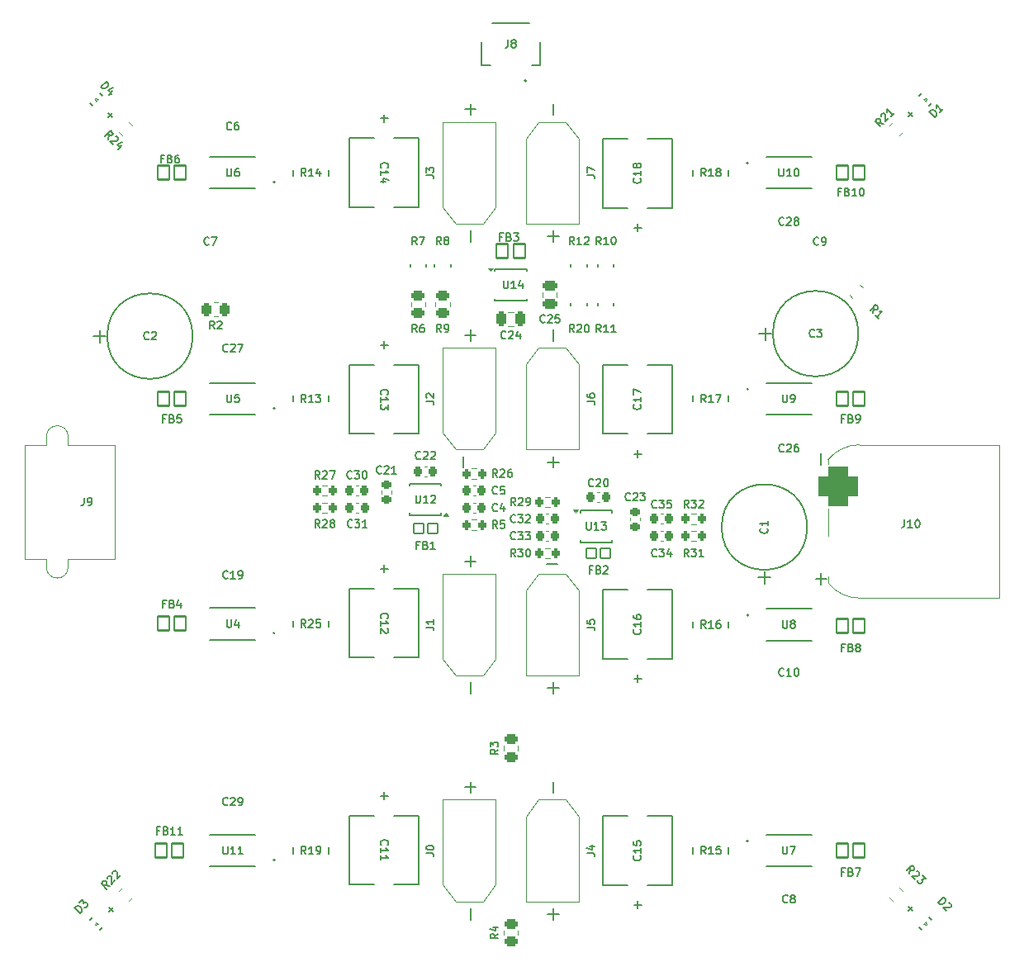
<source format=gto>
%TF.GenerationSoftware,KiCad,Pcbnew,8.0.5*%
%TF.CreationDate,2025-09-24T23:13:40-07:00*%
%TF.ProjectId,Power8Board V1,506f7765-7238-4426-9f61-72642056312e,rev?*%
%TF.SameCoordinates,Original*%
%TF.FileFunction,Legend,Top*%
%TF.FilePolarity,Positive*%
%FSLAX46Y46*%
G04 Gerber Fmt 4.6, Leading zero omitted, Abs format (unit mm)*
G04 Created by KiCad (PCBNEW 8.0.5) date 2025-09-24 23:13:40*
%MOMM*%
%LPD*%
G01*
G04 APERTURE LIST*
G04 Aperture macros list*
%AMRoundRect*
0 Rectangle with rounded corners*
0 $1 Rounding radius*
0 $2 $3 $4 $5 $6 $7 $8 $9 X,Y pos of 4 corners*
0 Add a 4 corners polygon primitive as box body*
4,1,4,$2,$3,$4,$5,$6,$7,$8,$9,$2,$3,0*
0 Add four circle primitives for the rounded corners*
1,1,$1+$1,$2,$3*
1,1,$1+$1,$4,$5*
1,1,$1+$1,$6,$7*
1,1,$1+$1,$8,$9*
0 Add four rect primitives between the rounded corners*
20,1,$1+$1,$2,$3,$4,$5,0*
20,1,$1+$1,$4,$5,$6,$7,0*
20,1,$1+$1,$6,$7,$8,$9,0*
20,1,$1+$1,$8,$9,$2,$3,0*%
%AMRotRect*
0 Rectangle, with rotation*
0 The origin of the aperture is its center*
0 $1 length*
0 $2 width*
0 $3 Rotation angle, in degrees counterclockwise*
0 Add horizontal line*
21,1,$1,$2,0,0,$3*%
%AMOutline5P*
0 Free polygon, 5 corners , with rotation*
0 The origin of the aperture is its center*
0 number of corners: always 5*
0 $1 to $10 corner X, Y*
0 $11 Rotation angle, in degrees counterclockwise*
0 create outline with 5 corners*
4,1,5,$1,$2,$3,$4,$5,$6,$7,$8,$9,$10,$1,$2,$11*%
%AMOutline6P*
0 Free polygon, 6 corners , with rotation*
0 The origin of the aperture is its center*
0 number of corners: always 6*
0 $1 to $12 corner X, Y*
0 $13 Rotation angle, in degrees counterclockwise*
0 create outline with 6 corners*
4,1,6,$1,$2,$3,$4,$5,$6,$7,$8,$9,$10,$11,$12,$1,$2,$13*%
%AMOutline7P*
0 Free polygon, 7 corners , with rotation*
0 The origin of the aperture is its center*
0 number of corners: always 7*
0 $1 to $14 corner X, Y*
0 $15 Rotation angle, in degrees counterclockwise*
0 create outline with 7 corners*
4,1,7,$1,$2,$3,$4,$5,$6,$7,$8,$9,$10,$11,$12,$13,$14,$1,$2,$15*%
%AMOutline8P*
0 Free polygon, 8 corners , with rotation*
0 The origin of the aperture is its center*
0 number of corners: always 8*
0 $1 to $16 corner X, Y*
0 $17 Rotation angle, in degrees counterclockwise*
0 create outline with 8 corners*
4,1,8,$1,$2,$3,$4,$5,$6,$7,$8,$9,$10,$11,$12,$13,$14,$15,$16,$1,$2,$17*%
G04 Aperture macros list end*
%ADD10C,0.150000*%
%ADD11C,0.120000*%
%ADD12C,0.152400*%
%ADD13C,0.200000*%
%ADD14C,0.100000*%
%ADD15C,0.127000*%
%ADD16C,0.300000*%
%ADD17RoundRect,0.225000X0.250000X-0.225000X0.250000X0.225000X-0.250000X0.225000X-0.250000X-0.225000X0*%
%ADD18R,1.397000X0.965200*%
%ADD19RoundRect,0.250000X-0.503814X-0.132583X-0.132583X-0.503814X0.503814X0.132583X0.132583X0.503814X0*%
%ADD20RoundRect,0.102000X0.600000X0.735000X-0.600000X0.735000X-0.600000X-0.735000X0.600000X-0.735000X0*%
%ADD21R,1.498600X0.457200*%
%ADD22RoundRect,0.102000X-0.600000X-0.735000X0.600000X-0.735000X0.600000X0.735000X-0.600000X0.735000X0*%
%ADD23RotRect,1.100000X1.200000X45.000000*%
%ADD24RoundRect,0.225000X0.225000X0.250000X-0.225000X0.250000X-0.225000X-0.250000X0.225000X-0.250000X0*%
%ADD25R,1.080000X1.420000*%
%ADD26RoundRect,0.225000X-0.225000X-0.250000X0.225000X-0.250000X0.225000X0.250000X-0.225000X0.250000X0*%
%ADD27RoundRect,0.200000X-0.200000X-0.275000X0.200000X-0.275000X0.200000X0.275000X-0.200000X0.275000X0*%
%ADD28R,3.800000X3.800000*%
%ADD29C,4.100000*%
%ADD30RotRect,1.100000X1.200000X135.000000*%
%ADD31R,3.683000X2.540000*%
%ADD32R,1.320800X3.302000*%
%ADD33RotRect,1.100000X1.200000X315.000000*%
%ADD34RoundRect,0.250000X0.262500X0.450000X-0.262500X0.450000X-0.262500X-0.450000X0.262500X-0.450000X0*%
%ADD35RoundRect,0.250000X-0.132583X0.503814X-0.503814X0.132583X0.132583X-0.503814X0.503814X-0.132583X0*%
%ADD36R,1.100000X0.250000*%
%ADD37RotRect,1.100000X1.200000X225.000000*%
%ADD38R,1.524000X1.524000*%
%ADD39C,1.524000*%
%ADD40RoundRect,0.250000X0.450000X-0.262500X0.450000X0.262500X-0.450000X0.262500X-0.450000X-0.262500X0*%
%ADD41R,2.000000X0.900000*%
%ADD42RoundRect,1.025000X-1.025000X1.025000X-1.025000X-1.025000X1.025000X-1.025000X1.025000X1.025000X0*%
%ADD43R,1.300000X2.300000*%
%ADD44RoundRect,0.102000X0.500000X0.485000X-0.500000X0.485000X-0.500000X-0.485000X0.500000X-0.485000X0*%
%ADD45C,3.810000*%
%ADD46R,3.556000X5.080000*%
%ADD47Outline5P,-2.540000X1.778000X2.540000X1.778000X2.540000X-0.533400X1.295400X-1.778000X-2.540000X-1.778000X270.000000*%
%ADD48Outline5P,-2.540000X1.778000X1.295400X1.778000X2.540000X0.533400X2.540000X-1.778000X-2.540000X-1.778000X270.000000*%
%ADD49RoundRect,0.250000X-0.475000X0.250000X-0.475000X-0.250000X0.475000X-0.250000X0.475000X0.250000X0*%
%ADD50RoundRect,0.250000X0.132583X-0.503814X0.503814X-0.132583X-0.132583X0.503814X-0.503814X0.132583X0*%
%ADD51RoundRect,0.250000X-0.450000X0.262500X-0.450000X-0.262500X0.450000X-0.262500X0.450000X0.262500X0*%
%ADD52RoundRect,0.102000X-0.500000X-0.485000X0.500000X-0.485000X0.500000X0.485000X-0.500000X0.485000X0*%
%ADD53RoundRect,0.250000X0.250000X0.475000X-0.250000X0.475000X-0.250000X-0.475000X0.250000X-0.475000X0*%
%ADD54C,1.400000*%
%ADD55R,3.000000X3.000000*%
%ADD56C,3.000000*%
%ADD57RoundRect,0.250000X0.503814X0.132583X0.132583X0.503814X-0.503814X-0.132583X-0.132583X-0.503814X0*%
%ADD58C,3.302000*%
%ADD59C,4.318000*%
%ADD60C,2.794000*%
%ADD61C,3.048000*%
%ADD62R,0.600000X1.550000*%
%ADD63R,1.200000X1.800000*%
%ADD64RoundRect,0.200000X0.200000X0.275000X-0.200000X0.275000X-0.200000X-0.275000X0.200000X-0.275000X0*%
G04 APERTURE END LIST*
D10*
X162235714Y-101536104D02*
X162197618Y-101574200D01*
X162197618Y-101574200D02*
X162083333Y-101612295D01*
X162083333Y-101612295D02*
X162007142Y-101612295D01*
X162007142Y-101612295D02*
X161892856Y-101574200D01*
X161892856Y-101574200D02*
X161816666Y-101498009D01*
X161816666Y-101498009D02*
X161778571Y-101421819D01*
X161778571Y-101421819D02*
X161740475Y-101269438D01*
X161740475Y-101269438D02*
X161740475Y-101155152D01*
X161740475Y-101155152D02*
X161778571Y-101002771D01*
X161778571Y-101002771D02*
X161816666Y-100926580D01*
X161816666Y-100926580D02*
X161892856Y-100850390D01*
X161892856Y-100850390D02*
X162007142Y-100812295D01*
X162007142Y-100812295D02*
X162083333Y-100812295D01*
X162083333Y-100812295D02*
X162197618Y-100850390D01*
X162197618Y-100850390D02*
X162235714Y-100888485D01*
X162540475Y-100888485D02*
X162578571Y-100850390D01*
X162578571Y-100850390D02*
X162654761Y-100812295D01*
X162654761Y-100812295D02*
X162845237Y-100812295D01*
X162845237Y-100812295D02*
X162921428Y-100850390D01*
X162921428Y-100850390D02*
X162959523Y-100888485D01*
X162959523Y-100888485D02*
X162997618Y-100964676D01*
X162997618Y-100964676D02*
X162997618Y-101040866D01*
X162997618Y-101040866D02*
X162959523Y-101155152D01*
X162959523Y-101155152D02*
X162502380Y-101612295D01*
X162502380Y-101612295D02*
X162997618Y-101612295D01*
X163264285Y-100812295D02*
X163759523Y-100812295D01*
X163759523Y-100812295D02*
X163492857Y-101117057D01*
X163492857Y-101117057D02*
X163607142Y-101117057D01*
X163607142Y-101117057D02*
X163683333Y-101155152D01*
X163683333Y-101155152D02*
X163721428Y-101193247D01*
X163721428Y-101193247D02*
X163759523Y-101269438D01*
X163759523Y-101269438D02*
X163759523Y-101459914D01*
X163759523Y-101459914D02*
X163721428Y-101536104D01*
X163721428Y-101536104D02*
X163683333Y-101574200D01*
X163683333Y-101574200D02*
X163607142Y-101612295D01*
X163607142Y-101612295D02*
X163378571Y-101612295D01*
X163378571Y-101612295D02*
X163302380Y-101574200D01*
X163302380Y-101574200D02*
X163264285Y-101536104D01*
X156485714Y-75362295D02*
X156219047Y-74981342D01*
X156028571Y-75362295D02*
X156028571Y-74562295D01*
X156028571Y-74562295D02*
X156333333Y-74562295D01*
X156333333Y-74562295D02*
X156409523Y-74600390D01*
X156409523Y-74600390D02*
X156447618Y-74638485D01*
X156447618Y-74638485D02*
X156485714Y-74714676D01*
X156485714Y-74714676D02*
X156485714Y-74828961D01*
X156485714Y-74828961D02*
X156447618Y-74905152D01*
X156447618Y-74905152D02*
X156409523Y-74943247D01*
X156409523Y-74943247D02*
X156333333Y-74981342D01*
X156333333Y-74981342D02*
X156028571Y-74981342D01*
X157247618Y-75362295D02*
X156790475Y-75362295D01*
X157019047Y-75362295D02*
X157019047Y-74562295D01*
X157019047Y-74562295D02*
X156942856Y-74676580D01*
X156942856Y-74676580D02*
X156866666Y-74752771D01*
X156866666Y-74752771D02*
X156790475Y-74790866D01*
X157552380Y-74638485D02*
X157590476Y-74600390D01*
X157590476Y-74600390D02*
X157666666Y-74562295D01*
X157666666Y-74562295D02*
X157857142Y-74562295D01*
X157857142Y-74562295D02*
X157933333Y-74600390D01*
X157933333Y-74600390D02*
X157971428Y-74638485D01*
X157971428Y-74638485D02*
X158009523Y-74714676D01*
X158009523Y-74714676D02*
X158009523Y-74790866D01*
X158009523Y-74790866D02*
X157971428Y-74905152D01*
X157971428Y-74905152D02*
X157514285Y-75362295D01*
X157514285Y-75362295D02*
X158009523Y-75362295D01*
X190880163Y-139892526D02*
X190960975Y-139434590D01*
X190556914Y-139569277D02*
X191122600Y-139003592D01*
X191122600Y-139003592D02*
X191338099Y-139219091D01*
X191338099Y-139219091D02*
X191365036Y-139299903D01*
X191365036Y-139299903D02*
X191365036Y-139353778D01*
X191365036Y-139353778D02*
X191338099Y-139434590D01*
X191338099Y-139434590D02*
X191257287Y-139515402D01*
X191257287Y-139515402D02*
X191176474Y-139542340D01*
X191176474Y-139542340D02*
X191122600Y-139542340D01*
X191122600Y-139542340D02*
X191041787Y-139515402D01*
X191041787Y-139515402D02*
X190826288Y-139299903D01*
X191607473Y-139596214D02*
X191661348Y-139596214D01*
X191661348Y-139596214D02*
X191742160Y-139623152D01*
X191742160Y-139623152D02*
X191876847Y-139757839D01*
X191876847Y-139757839D02*
X191903784Y-139838651D01*
X191903784Y-139838651D02*
X191903784Y-139892526D01*
X191903784Y-139892526D02*
X191876847Y-139973338D01*
X191876847Y-139973338D02*
X191822972Y-140027213D01*
X191822972Y-140027213D02*
X191715222Y-140081088D01*
X191715222Y-140081088D02*
X191068725Y-140081088D01*
X191068725Y-140081088D02*
X191418911Y-140431274D01*
X192173158Y-140054150D02*
X192523345Y-140404337D01*
X192523345Y-140404337D02*
X192119284Y-140431274D01*
X192119284Y-140431274D02*
X192200096Y-140512086D01*
X192200096Y-140512086D02*
X192227033Y-140592898D01*
X192227033Y-140592898D02*
X192227033Y-140646773D01*
X192227033Y-140646773D02*
X192200096Y-140727585D01*
X192200096Y-140727585D02*
X192065409Y-140862272D01*
X192065409Y-140862272D02*
X191984597Y-140889210D01*
X191984597Y-140889210D02*
X191930722Y-140889210D01*
X191930722Y-140889210D02*
X191849910Y-140862272D01*
X191849910Y-140862272D02*
X191688285Y-140700648D01*
X191688285Y-140700648D02*
X191661348Y-140619836D01*
X191661348Y-140619836D02*
X191661348Y-140565961D01*
X183812380Y-69943247D02*
X183545714Y-69943247D01*
X183545714Y-70362295D02*
X183545714Y-69562295D01*
X183545714Y-69562295D02*
X183926666Y-69562295D01*
X184498094Y-69943247D02*
X184612380Y-69981342D01*
X184612380Y-69981342D02*
X184650475Y-70019438D01*
X184650475Y-70019438D02*
X184688571Y-70095628D01*
X184688571Y-70095628D02*
X184688571Y-70209914D01*
X184688571Y-70209914D02*
X184650475Y-70286104D01*
X184650475Y-70286104D02*
X184612380Y-70324200D01*
X184612380Y-70324200D02*
X184536190Y-70362295D01*
X184536190Y-70362295D02*
X184231428Y-70362295D01*
X184231428Y-70362295D02*
X184231428Y-69562295D01*
X184231428Y-69562295D02*
X184498094Y-69562295D01*
X184498094Y-69562295D02*
X184574285Y-69600390D01*
X184574285Y-69600390D02*
X184612380Y-69638485D01*
X184612380Y-69638485D02*
X184650475Y-69714676D01*
X184650475Y-69714676D02*
X184650475Y-69790866D01*
X184650475Y-69790866D02*
X184612380Y-69867057D01*
X184612380Y-69867057D02*
X184574285Y-69905152D01*
X184574285Y-69905152D02*
X184498094Y-69943247D01*
X184498094Y-69943247D02*
X184231428Y-69943247D01*
X185450475Y-70362295D02*
X184993332Y-70362295D01*
X185221904Y-70362295D02*
X185221904Y-69562295D01*
X185221904Y-69562295D02*
X185145713Y-69676580D01*
X185145713Y-69676580D02*
X185069523Y-69752771D01*
X185069523Y-69752771D02*
X184993332Y-69790866D01*
X185945714Y-69562295D02*
X186021904Y-69562295D01*
X186021904Y-69562295D02*
X186098095Y-69600390D01*
X186098095Y-69600390D02*
X186136190Y-69638485D01*
X186136190Y-69638485D02*
X186174285Y-69714676D01*
X186174285Y-69714676D02*
X186212380Y-69867057D01*
X186212380Y-69867057D02*
X186212380Y-70057533D01*
X186212380Y-70057533D02*
X186174285Y-70209914D01*
X186174285Y-70209914D02*
X186136190Y-70286104D01*
X186136190Y-70286104D02*
X186098095Y-70324200D01*
X186098095Y-70324200D02*
X186021904Y-70362295D01*
X186021904Y-70362295D02*
X185945714Y-70362295D01*
X185945714Y-70362295D02*
X185869523Y-70324200D01*
X185869523Y-70324200D02*
X185831428Y-70286104D01*
X185831428Y-70286104D02*
X185793333Y-70209914D01*
X185793333Y-70209914D02*
X185755237Y-70057533D01*
X185755237Y-70057533D02*
X185755237Y-69867057D01*
X185755237Y-69867057D02*
X185793333Y-69714676D01*
X185793333Y-69714676D02*
X185831428Y-69638485D01*
X185831428Y-69638485D02*
X185869523Y-69600390D01*
X185869523Y-69600390D02*
X185945714Y-69562295D01*
X120890476Y-113812295D02*
X120890476Y-114459914D01*
X120890476Y-114459914D02*
X120928571Y-114536104D01*
X120928571Y-114536104D02*
X120966666Y-114574200D01*
X120966666Y-114574200D02*
X121042857Y-114612295D01*
X121042857Y-114612295D02*
X121195238Y-114612295D01*
X121195238Y-114612295D02*
X121271428Y-114574200D01*
X121271428Y-114574200D02*
X121309523Y-114536104D01*
X121309523Y-114536104D02*
X121347619Y-114459914D01*
X121347619Y-114459914D02*
X121347619Y-113812295D01*
X122071428Y-114078961D02*
X122071428Y-114612295D01*
X121880952Y-113774200D02*
X121690475Y-114345628D01*
X121690475Y-114345628D02*
X122185714Y-114345628D01*
X113952380Y-135443247D02*
X113685714Y-135443247D01*
X113685714Y-135862295D02*
X113685714Y-135062295D01*
X113685714Y-135062295D02*
X114066666Y-135062295D01*
X114638094Y-135443247D02*
X114752380Y-135481342D01*
X114752380Y-135481342D02*
X114790475Y-135519438D01*
X114790475Y-135519438D02*
X114828571Y-135595628D01*
X114828571Y-135595628D02*
X114828571Y-135709914D01*
X114828571Y-135709914D02*
X114790475Y-135786104D01*
X114790475Y-135786104D02*
X114752380Y-135824200D01*
X114752380Y-135824200D02*
X114676190Y-135862295D01*
X114676190Y-135862295D02*
X114371428Y-135862295D01*
X114371428Y-135862295D02*
X114371428Y-135062295D01*
X114371428Y-135062295D02*
X114638094Y-135062295D01*
X114638094Y-135062295D02*
X114714285Y-135100390D01*
X114714285Y-135100390D02*
X114752380Y-135138485D01*
X114752380Y-135138485D02*
X114790475Y-135214676D01*
X114790475Y-135214676D02*
X114790475Y-135290866D01*
X114790475Y-135290866D02*
X114752380Y-135367057D01*
X114752380Y-135367057D02*
X114714285Y-135405152D01*
X114714285Y-135405152D02*
X114638094Y-135443247D01*
X114638094Y-135443247D02*
X114371428Y-135443247D01*
X115590475Y-135862295D02*
X115133332Y-135862295D01*
X115361904Y-135862295D02*
X115361904Y-135062295D01*
X115361904Y-135062295D02*
X115285713Y-135176580D01*
X115285713Y-135176580D02*
X115209523Y-135252771D01*
X115209523Y-135252771D02*
X115133332Y-135290866D01*
X116352380Y-135862295D02*
X115895237Y-135862295D01*
X116123809Y-135862295D02*
X116123809Y-135062295D01*
X116123809Y-135062295D02*
X116047618Y-135176580D01*
X116047618Y-135176580D02*
X115971428Y-135252771D01*
X115971428Y-135252771D02*
X115895237Y-135290866D01*
X105838651Y-143923710D02*
X105272966Y-143358025D01*
X105272966Y-143358025D02*
X105407653Y-143223338D01*
X105407653Y-143223338D02*
X105515403Y-143169463D01*
X105515403Y-143169463D02*
X105623152Y-143169463D01*
X105623152Y-143169463D02*
X105703964Y-143196401D01*
X105703964Y-143196401D02*
X105838651Y-143277213D01*
X105838651Y-143277213D02*
X105919464Y-143358025D01*
X105919464Y-143358025D02*
X106000276Y-143492712D01*
X106000276Y-143492712D02*
X106027213Y-143573524D01*
X106027213Y-143573524D02*
X106027213Y-143681274D01*
X106027213Y-143681274D02*
X105973338Y-143789023D01*
X105973338Y-143789023D02*
X105838651Y-143923710D01*
X105784777Y-142846214D02*
X106134963Y-142496028D01*
X106134963Y-142496028D02*
X106161900Y-142900089D01*
X106161900Y-142900089D02*
X106242712Y-142819277D01*
X106242712Y-142819277D02*
X106323525Y-142792340D01*
X106323525Y-142792340D02*
X106377399Y-142792340D01*
X106377399Y-142792340D02*
X106458212Y-142819277D01*
X106458212Y-142819277D02*
X106592899Y-142953964D01*
X106592899Y-142953964D02*
X106619836Y-143034776D01*
X106619836Y-143034776D02*
X106619836Y-143088651D01*
X106619836Y-143088651D02*
X106592899Y-143169463D01*
X106592899Y-143169463D02*
X106431274Y-143331088D01*
X106431274Y-143331088D02*
X106350462Y-143358025D01*
X106350462Y-143358025D02*
X106296587Y-143358025D01*
X108825183Y-143756181D02*
X109256181Y-143325182D01*
X109256181Y-143756181D02*
X108825183Y-143325182D01*
X140735714Y-97286104D02*
X140697618Y-97324200D01*
X140697618Y-97324200D02*
X140583333Y-97362295D01*
X140583333Y-97362295D02*
X140507142Y-97362295D01*
X140507142Y-97362295D02*
X140392856Y-97324200D01*
X140392856Y-97324200D02*
X140316666Y-97248009D01*
X140316666Y-97248009D02*
X140278571Y-97171819D01*
X140278571Y-97171819D02*
X140240475Y-97019438D01*
X140240475Y-97019438D02*
X140240475Y-96905152D01*
X140240475Y-96905152D02*
X140278571Y-96752771D01*
X140278571Y-96752771D02*
X140316666Y-96676580D01*
X140316666Y-96676580D02*
X140392856Y-96600390D01*
X140392856Y-96600390D02*
X140507142Y-96562295D01*
X140507142Y-96562295D02*
X140583333Y-96562295D01*
X140583333Y-96562295D02*
X140697618Y-96600390D01*
X140697618Y-96600390D02*
X140735714Y-96638485D01*
X141040475Y-96638485D02*
X141078571Y-96600390D01*
X141078571Y-96600390D02*
X141154761Y-96562295D01*
X141154761Y-96562295D02*
X141345237Y-96562295D01*
X141345237Y-96562295D02*
X141421428Y-96600390D01*
X141421428Y-96600390D02*
X141459523Y-96638485D01*
X141459523Y-96638485D02*
X141497618Y-96714676D01*
X141497618Y-96714676D02*
X141497618Y-96790866D01*
X141497618Y-96790866D02*
X141459523Y-96905152D01*
X141459523Y-96905152D02*
X141002380Y-97362295D01*
X141002380Y-97362295D02*
X141497618Y-97362295D01*
X141802380Y-96638485D02*
X141840476Y-96600390D01*
X141840476Y-96600390D02*
X141916666Y-96562295D01*
X141916666Y-96562295D02*
X142107142Y-96562295D01*
X142107142Y-96562295D02*
X142183333Y-96600390D01*
X142183333Y-96600390D02*
X142221428Y-96638485D01*
X142221428Y-96638485D02*
X142259523Y-96714676D01*
X142259523Y-96714676D02*
X142259523Y-96790866D01*
X142259523Y-96790866D02*
X142221428Y-96905152D01*
X142221428Y-96905152D02*
X141764285Y-97362295D01*
X141764285Y-97362295D02*
X142259523Y-97362295D01*
X120985714Y-109536104D02*
X120947618Y-109574200D01*
X120947618Y-109574200D02*
X120833333Y-109612295D01*
X120833333Y-109612295D02*
X120757142Y-109612295D01*
X120757142Y-109612295D02*
X120642856Y-109574200D01*
X120642856Y-109574200D02*
X120566666Y-109498009D01*
X120566666Y-109498009D02*
X120528571Y-109421819D01*
X120528571Y-109421819D02*
X120490475Y-109269438D01*
X120490475Y-109269438D02*
X120490475Y-109155152D01*
X120490475Y-109155152D02*
X120528571Y-109002771D01*
X120528571Y-109002771D02*
X120566666Y-108926580D01*
X120566666Y-108926580D02*
X120642856Y-108850390D01*
X120642856Y-108850390D02*
X120757142Y-108812295D01*
X120757142Y-108812295D02*
X120833333Y-108812295D01*
X120833333Y-108812295D02*
X120947618Y-108850390D01*
X120947618Y-108850390D02*
X120985714Y-108888485D01*
X121747618Y-109612295D02*
X121290475Y-109612295D01*
X121519047Y-109612295D02*
X121519047Y-108812295D01*
X121519047Y-108812295D02*
X121442856Y-108926580D01*
X121442856Y-108926580D02*
X121366666Y-109002771D01*
X121366666Y-109002771D02*
X121290475Y-109040866D01*
X122128571Y-109612295D02*
X122280952Y-109612295D01*
X122280952Y-109612295D02*
X122357142Y-109574200D01*
X122357142Y-109574200D02*
X122395238Y-109536104D01*
X122395238Y-109536104D02*
X122471428Y-109421819D01*
X122471428Y-109421819D02*
X122509523Y-109269438D01*
X122509523Y-109269438D02*
X122509523Y-108964676D01*
X122509523Y-108964676D02*
X122471428Y-108888485D01*
X122471428Y-108888485D02*
X122433333Y-108850390D01*
X122433333Y-108850390D02*
X122357142Y-108812295D01*
X122357142Y-108812295D02*
X122204761Y-108812295D01*
X122204761Y-108812295D02*
X122128571Y-108850390D01*
X122128571Y-108850390D02*
X122090476Y-108888485D01*
X122090476Y-108888485D02*
X122052380Y-108964676D01*
X122052380Y-108964676D02*
X122052380Y-109155152D01*
X122052380Y-109155152D02*
X122090476Y-109231342D01*
X122090476Y-109231342D02*
X122128571Y-109269438D01*
X122128571Y-109269438D02*
X122204761Y-109307533D01*
X122204761Y-109307533D02*
X122357142Y-109307533D01*
X122357142Y-109307533D02*
X122433333Y-109269438D01*
X122433333Y-109269438D02*
X122471428Y-109231342D01*
X122471428Y-109231342D02*
X122509523Y-109155152D01*
X114397333Y-66568447D02*
X114130667Y-66568447D01*
X114130667Y-66987495D02*
X114130667Y-66187495D01*
X114130667Y-66187495D02*
X114511619Y-66187495D01*
X115083047Y-66568447D02*
X115197333Y-66606542D01*
X115197333Y-66606542D02*
X115235428Y-66644638D01*
X115235428Y-66644638D02*
X115273524Y-66720828D01*
X115273524Y-66720828D02*
X115273524Y-66835114D01*
X115273524Y-66835114D02*
X115235428Y-66911304D01*
X115235428Y-66911304D02*
X115197333Y-66949400D01*
X115197333Y-66949400D02*
X115121143Y-66987495D01*
X115121143Y-66987495D02*
X114816381Y-66987495D01*
X114816381Y-66987495D02*
X114816381Y-66187495D01*
X114816381Y-66187495D02*
X115083047Y-66187495D01*
X115083047Y-66187495D02*
X115159238Y-66225590D01*
X115159238Y-66225590D02*
X115197333Y-66263685D01*
X115197333Y-66263685D02*
X115235428Y-66339876D01*
X115235428Y-66339876D02*
X115235428Y-66416066D01*
X115235428Y-66416066D02*
X115197333Y-66492257D01*
X115197333Y-66492257D02*
X115159238Y-66530352D01*
X115159238Y-66530352D02*
X115083047Y-66568447D01*
X115083047Y-66568447D02*
X114816381Y-66568447D01*
X115959238Y-66187495D02*
X115806857Y-66187495D01*
X115806857Y-66187495D02*
X115730666Y-66225590D01*
X115730666Y-66225590D02*
X115692571Y-66263685D01*
X115692571Y-66263685D02*
X115616381Y-66377971D01*
X115616381Y-66377971D02*
X115578285Y-66530352D01*
X115578285Y-66530352D02*
X115578285Y-66835114D01*
X115578285Y-66835114D02*
X115616381Y-66911304D01*
X115616381Y-66911304D02*
X115654476Y-66949400D01*
X115654476Y-66949400D02*
X115730666Y-66987495D01*
X115730666Y-66987495D02*
X115883047Y-66987495D01*
X115883047Y-66987495D02*
X115959238Y-66949400D01*
X115959238Y-66949400D02*
X115997333Y-66911304D01*
X115997333Y-66911304D02*
X116035428Y-66835114D01*
X116035428Y-66835114D02*
X116035428Y-66644638D01*
X116035428Y-66644638D02*
X115997333Y-66568447D01*
X115997333Y-66568447D02*
X115959238Y-66530352D01*
X115959238Y-66530352D02*
X115883047Y-66492257D01*
X115883047Y-66492257D02*
X115730666Y-66492257D01*
X115730666Y-66492257D02*
X115654476Y-66530352D01*
X115654476Y-66530352D02*
X115616381Y-66568447D01*
X115616381Y-66568447D02*
X115578285Y-66644638D01*
X159235714Y-75362295D02*
X158969047Y-74981342D01*
X158778571Y-75362295D02*
X158778571Y-74562295D01*
X158778571Y-74562295D02*
X159083333Y-74562295D01*
X159083333Y-74562295D02*
X159159523Y-74600390D01*
X159159523Y-74600390D02*
X159197618Y-74638485D01*
X159197618Y-74638485D02*
X159235714Y-74714676D01*
X159235714Y-74714676D02*
X159235714Y-74828961D01*
X159235714Y-74828961D02*
X159197618Y-74905152D01*
X159197618Y-74905152D02*
X159159523Y-74943247D01*
X159159523Y-74943247D02*
X159083333Y-74981342D01*
X159083333Y-74981342D02*
X158778571Y-74981342D01*
X159997618Y-75362295D02*
X159540475Y-75362295D01*
X159769047Y-75362295D02*
X159769047Y-74562295D01*
X159769047Y-74562295D02*
X159692856Y-74676580D01*
X159692856Y-74676580D02*
X159616666Y-74752771D01*
X159616666Y-74752771D02*
X159540475Y-74790866D01*
X160492857Y-74562295D02*
X160569047Y-74562295D01*
X160569047Y-74562295D02*
X160645238Y-74600390D01*
X160645238Y-74600390D02*
X160683333Y-74638485D01*
X160683333Y-74638485D02*
X160721428Y-74714676D01*
X160721428Y-74714676D02*
X160759523Y-74867057D01*
X160759523Y-74867057D02*
X160759523Y-75057533D01*
X160759523Y-75057533D02*
X160721428Y-75209914D01*
X160721428Y-75209914D02*
X160683333Y-75286104D01*
X160683333Y-75286104D02*
X160645238Y-75324200D01*
X160645238Y-75324200D02*
X160569047Y-75362295D01*
X160569047Y-75362295D02*
X160492857Y-75362295D01*
X160492857Y-75362295D02*
X160416666Y-75324200D01*
X160416666Y-75324200D02*
X160378571Y-75286104D01*
X160378571Y-75286104D02*
X160340476Y-75209914D01*
X160340476Y-75209914D02*
X160302380Y-75057533D01*
X160302380Y-75057533D02*
X160302380Y-74867057D01*
X160302380Y-74867057D02*
X160340476Y-74714676D01*
X160340476Y-74714676D02*
X160378571Y-74638485D01*
X160378571Y-74638485D02*
X160416666Y-74600390D01*
X160416666Y-74600390D02*
X160492857Y-74562295D01*
X164960714Y-102286104D02*
X164922618Y-102324200D01*
X164922618Y-102324200D02*
X164808333Y-102362295D01*
X164808333Y-102362295D02*
X164732142Y-102362295D01*
X164732142Y-102362295D02*
X164617856Y-102324200D01*
X164617856Y-102324200D02*
X164541666Y-102248009D01*
X164541666Y-102248009D02*
X164503571Y-102171819D01*
X164503571Y-102171819D02*
X164465475Y-102019438D01*
X164465475Y-102019438D02*
X164465475Y-101905152D01*
X164465475Y-101905152D02*
X164503571Y-101752771D01*
X164503571Y-101752771D02*
X164541666Y-101676580D01*
X164541666Y-101676580D02*
X164617856Y-101600390D01*
X164617856Y-101600390D02*
X164732142Y-101562295D01*
X164732142Y-101562295D02*
X164808333Y-101562295D01*
X164808333Y-101562295D02*
X164922618Y-101600390D01*
X164922618Y-101600390D02*
X164960714Y-101638485D01*
X165227380Y-101562295D02*
X165722618Y-101562295D01*
X165722618Y-101562295D02*
X165455952Y-101867057D01*
X165455952Y-101867057D02*
X165570237Y-101867057D01*
X165570237Y-101867057D02*
X165646428Y-101905152D01*
X165646428Y-101905152D02*
X165684523Y-101943247D01*
X165684523Y-101943247D02*
X165722618Y-102019438D01*
X165722618Y-102019438D02*
X165722618Y-102209914D01*
X165722618Y-102209914D02*
X165684523Y-102286104D01*
X165684523Y-102286104D02*
X165646428Y-102324200D01*
X165646428Y-102324200D02*
X165570237Y-102362295D01*
X165570237Y-102362295D02*
X165341666Y-102362295D01*
X165341666Y-102362295D02*
X165265475Y-102324200D01*
X165265475Y-102324200D02*
X165227380Y-102286104D01*
X166446428Y-101562295D02*
X166065476Y-101562295D01*
X166065476Y-101562295D02*
X166027380Y-101943247D01*
X166027380Y-101943247D02*
X166065476Y-101905152D01*
X166065476Y-101905152D02*
X166141666Y-101867057D01*
X166141666Y-101867057D02*
X166332142Y-101867057D01*
X166332142Y-101867057D02*
X166408333Y-101905152D01*
X166408333Y-101905152D02*
X166446428Y-101943247D01*
X166446428Y-101943247D02*
X166484523Y-102019438D01*
X166484523Y-102019438D02*
X166484523Y-102209914D01*
X166484523Y-102209914D02*
X166446428Y-102286104D01*
X166446428Y-102286104D02*
X166408333Y-102324200D01*
X166408333Y-102324200D02*
X166332142Y-102362295D01*
X166332142Y-102362295D02*
X166141666Y-102362295D01*
X166141666Y-102362295D02*
X166065476Y-102324200D01*
X166065476Y-102324200D02*
X166027380Y-102286104D01*
X148616667Y-100886104D02*
X148578571Y-100924200D01*
X148578571Y-100924200D02*
X148464286Y-100962295D01*
X148464286Y-100962295D02*
X148388095Y-100962295D01*
X148388095Y-100962295D02*
X148273809Y-100924200D01*
X148273809Y-100924200D02*
X148197619Y-100848009D01*
X148197619Y-100848009D02*
X148159524Y-100771819D01*
X148159524Y-100771819D02*
X148121428Y-100619438D01*
X148121428Y-100619438D02*
X148121428Y-100505152D01*
X148121428Y-100505152D02*
X148159524Y-100352771D01*
X148159524Y-100352771D02*
X148197619Y-100276580D01*
X148197619Y-100276580D02*
X148273809Y-100200390D01*
X148273809Y-100200390D02*
X148388095Y-100162295D01*
X148388095Y-100162295D02*
X148464286Y-100162295D01*
X148464286Y-100162295D02*
X148578571Y-100200390D01*
X148578571Y-100200390D02*
X148616667Y-100238485D01*
X149340476Y-100162295D02*
X148959524Y-100162295D01*
X148959524Y-100162295D02*
X148921428Y-100543247D01*
X148921428Y-100543247D02*
X148959524Y-100505152D01*
X148959524Y-100505152D02*
X149035714Y-100467057D01*
X149035714Y-100467057D02*
X149226190Y-100467057D01*
X149226190Y-100467057D02*
X149302381Y-100505152D01*
X149302381Y-100505152D02*
X149340476Y-100543247D01*
X149340476Y-100543247D02*
X149378571Y-100619438D01*
X149378571Y-100619438D02*
X149378571Y-100809914D01*
X149378571Y-100809914D02*
X149340476Y-100886104D01*
X149340476Y-100886104D02*
X149302381Y-100924200D01*
X149302381Y-100924200D02*
X149226190Y-100962295D01*
X149226190Y-100962295D02*
X149035714Y-100962295D01*
X149035714Y-100962295D02*
X148959524Y-100924200D01*
X148959524Y-100924200D02*
X148921428Y-100886104D01*
X150485714Y-103786104D02*
X150447618Y-103824200D01*
X150447618Y-103824200D02*
X150333333Y-103862295D01*
X150333333Y-103862295D02*
X150257142Y-103862295D01*
X150257142Y-103862295D02*
X150142856Y-103824200D01*
X150142856Y-103824200D02*
X150066666Y-103748009D01*
X150066666Y-103748009D02*
X150028571Y-103671819D01*
X150028571Y-103671819D02*
X149990475Y-103519438D01*
X149990475Y-103519438D02*
X149990475Y-103405152D01*
X149990475Y-103405152D02*
X150028571Y-103252771D01*
X150028571Y-103252771D02*
X150066666Y-103176580D01*
X150066666Y-103176580D02*
X150142856Y-103100390D01*
X150142856Y-103100390D02*
X150257142Y-103062295D01*
X150257142Y-103062295D02*
X150333333Y-103062295D01*
X150333333Y-103062295D02*
X150447618Y-103100390D01*
X150447618Y-103100390D02*
X150485714Y-103138485D01*
X150752380Y-103062295D02*
X151247618Y-103062295D01*
X151247618Y-103062295D02*
X150980952Y-103367057D01*
X150980952Y-103367057D02*
X151095237Y-103367057D01*
X151095237Y-103367057D02*
X151171428Y-103405152D01*
X151171428Y-103405152D02*
X151209523Y-103443247D01*
X151209523Y-103443247D02*
X151247618Y-103519438D01*
X151247618Y-103519438D02*
X151247618Y-103709914D01*
X151247618Y-103709914D02*
X151209523Y-103786104D01*
X151209523Y-103786104D02*
X151171428Y-103824200D01*
X151171428Y-103824200D02*
X151095237Y-103862295D01*
X151095237Y-103862295D02*
X150866666Y-103862295D01*
X150866666Y-103862295D02*
X150790475Y-103824200D01*
X150790475Y-103824200D02*
X150752380Y-103786104D01*
X151552380Y-103138485D02*
X151590476Y-103100390D01*
X151590476Y-103100390D02*
X151666666Y-103062295D01*
X151666666Y-103062295D02*
X151857142Y-103062295D01*
X151857142Y-103062295D02*
X151933333Y-103100390D01*
X151933333Y-103100390D02*
X151971428Y-103138485D01*
X151971428Y-103138485D02*
X152009523Y-103214676D01*
X152009523Y-103214676D02*
X152009523Y-103290866D01*
X152009523Y-103290866D02*
X151971428Y-103405152D01*
X151971428Y-103405152D02*
X151514285Y-103862295D01*
X151514285Y-103862295D02*
X152009523Y-103862295D01*
X130410714Y-104362295D02*
X130144047Y-103981342D01*
X129953571Y-104362295D02*
X129953571Y-103562295D01*
X129953571Y-103562295D02*
X130258333Y-103562295D01*
X130258333Y-103562295D02*
X130334523Y-103600390D01*
X130334523Y-103600390D02*
X130372618Y-103638485D01*
X130372618Y-103638485D02*
X130410714Y-103714676D01*
X130410714Y-103714676D02*
X130410714Y-103828961D01*
X130410714Y-103828961D02*
X130372618Y-103905152D01*
X130372618Y-103905152D02*
X130334523Y-103943247D01*
X130334523Y-103943247D02*
X130258333Y-103981342D01*
X130258333Y-103981342D02*
X129953571Y-103981342D01*
X130715475Y-103638485D02*
X130753571Y-103600390D01*
X130753571Y-103600390D02*
X130829761Y-103562295D01*
X130829761Y-103562295D02*
X131020237Y-103562295D01*
X131020237Y-103562295D02*
X131096428Y-103600390D01*
X131096428Y-103600390D02*
X131134523Y-103638485D01*
X131134523Y-103638485D02*
X131172618Y-103714676D01*
X131172618Y-103714676D02*
X131172618Y-103790866D01*
X131172618Y-103790866D02*
X131134523Y-103905152D01*
X131134523Y-103905152D02*
X130677380Y-104362295D01*
X130677380Y-104362295D02*
X131172618Y-104362295D01*
X131629761Y-103905152D02*
X131553571Y-103867057D01*
X131553571Y-103867057D02*
X131515476Y-103828961D01*
X131515476Y-103828961D02*
X131477380Y-103752771D01*
X131477380Y-103752771D02*
X131477380Y-103714676D01*
X131477380Y-103714676D02*
X131515476Y-103638485D01*
X131515476Y-103638485D02*
X131553571Y-103600390D01*
X131553571Y-103600390D02*
X131629761Y-103562295D01*
X131629761Y-103562295D02*
X131782142Y-103562295D01*
X131782142Y-103562295D02*
X131858333Y-103600390D01*
X131858333Y-103600390D02*
X131896428Y-103638485D01*
X131896428Y-103638485D02*
X131934523Y-103714676D01*
X131934523Y-103714676D02*
X131934523Y-103752771D01*
X131934523Y-103752771D02*
X131896428Y-103828961D01*
X131896428Y-103828961D02*
X131858333Y-103867057D01*
X131858333Y-103867057D02*
X131782142Y-103905152D01*
X131782142Y-103905152D02*
X131629761Y-103905152D01*
X131629761Y-103905152D02*
X131553571Y-103943247D01*
X131553571Y-103943247D02*
X131515476Y-103981342D01*
X131515476Y-103981342D02*
X131477380Y-104057533D01*
X131477380Y-104057533D02*
X131477380Y-104209914D01*
X131477380Y-104209914D02*
X131515476Y-104286104D01*
X131515476Y-104286104D02*
X131553571Y-104324200D01*
X131553571Y-104324200D02*
X131629761Y-104362295D01*
X131629761Y-104362295D02*
X131782142Y-104362295D01*
X131782142Y-104362295D02*
X131858333Y-104324200D01*
X131858333Y-104324200D02*
X131896428Y-104286104D01*
X131896428Y-104286104D02*
X131934523Y-104209914D01*
X131934523Y-104209914D02*
X131934523Y-104057533D01*
X131934523Y-104057533D02*
X131896428Y-103981342D01*
X131896428Y-103981342D02*
X131858333Y-103943247D01*
X131858333Y-103943247D02*
X131782142Y-103905152D01*
X184193333Y-93193247D02*
X183926667Y-93193247D01*
X183926667Y-93612295D02*
X183926667Y-92812295D01*
X183926667Y-92812295D02*
X184307619Y-92812295D01*
X184879047Y-93193247D02*
X184993333Y-93231342D01*
X184993333Y-93231342D02*
X185031428Y-93269438D01*
X185031428Y-93269438D02*
X185069524Y-93345628D01*
X185069524Y-93345628D02*
X185069524Y-93459914D01*
X185069524Y-93459914D02*
X185031428Y-93536104D01*
X185031428Y-93536104D02*
X184993333Y-93574200D01*
X184993333Y-93574200D02*
X184917143Y-93612295D01*
X184917143Y-93612295D02*
X184612381Y-93612295D01*
X184612381Y-93612295D02*
X184612381Y-92812295D01*
X184612381Y-92812295D02*
X184879047Y-92812295D01*
X184879047Y-92812295D02*
X184955238Y-92850390D01*
X184955238Y-92850390D02*
X184993333Y-92888485D01*
X184993333Y-92888485D02*
X185031428Y-92964676D01*
X185031428Y-92964676D02*
X185031428Y-93040866D01*
X185031428Y-93040866D02*
X184993333Y-93117057D01*
X184993333Y-93117057D02*
X184955238Y-93155152D01*
X184955238Y-93155152D02*
X184879047Y-93193247D01*
X184879047Y-93193247D02*
X184612381Y-93193247D01*
X185450476Y-93612295D02*
X185602857Y-93612295D01*
X185602857Y-93612295D02*
X185679047Y-93574200D01*
X185679047Y-93574200D02*
X185717143Y-93536104D01*
X185717143Y-93536104D02*
X185793333Y-93421819D01*
X185793333Y-93421819D02*
X185831428Y-93269438D01*
X185831428Y-93269438D02*
X185831428Y-92964676D01*
X185831428Y-92964676D02*
X185793333Y-92888485D01*
X185793333Y-92888485D02*
X185755238Y-92850390D01*
X185755238Y-92850390D02*
X185679047Y-92812295D01*
X185679047Y-92812295D02*
X185526666Y-92812295D01*
X185526666Y-92812295D02*
X185450476Y-92850390D01*
X185450476Y-92850390D02*
X185412381Y-92888485D01*
X185412381Y-92888485D02*
X185374285Y-92964676D01*
X185374285Y-92964676D02*
X185374285Y-93155152D01*
X185374285Y-93155152D02*
X185412381Y-93231342D01*
X185412381Y-93231342D02*
X185450476Y-93269438D01*
X185450476Y-93269438D02*
X185526666Y-93307533D01*
X185526666Y-93307533D02*
X185679047Y-93307533D01*
X185679047Y-93307533D02*
X185755238Y-93269438D01*
X185755238Y-93269438D02*
X185793333Y-93231342D01*
X185793333Y-93231342D02*
X185831428Y-93155152D01*
X120890476Y-67562295D02*
X120890476Y-68209914D01*
X120890476Y-68209914D02*
X120928571Y-68286104D01*
X120928571Y-68286104D02*
X120966666Y-68324200D01*
X120966666Y-68324200D02*
X121042857Y-68362295D01*
X121042857Y-68362295D02*
X121195238Y-68362295D01*
X121195238Y-68362295D02*
X121271428Y-68324200D01*
X121271428Y-68324200D02*
X121309523Y-68286104D01*
X121309523Y-68286104D02*
X121347619Y-68209914D01*
X121347619Y-68209914D02*
X121347619Y-67562295D01*
X122071428Y-67562295D02*
X121919047Y-67562295D01*
X121919047Y-67562295D02*
X121842856Y-67600390D01*
X121842856Y-67600390D02*
X121804761Y-67638485D01*
X121804761Y-67638485D02*
X121728571Y-67752771D01*
X121728571Y-67752771D02*
X121690475Y-67905152D01*
X121690475Y-67905152D02*
X121690475Y-68209914D01*
X121690475Y-68209914D02*
X121728571Y-68286104D01*
X121728571Y-68286104D02*
X121766666Y-68324200D01*
X121766666Y-68324200D02*
X121842856Y-68362295D01*
X121842856Y-68362295D02*
X121995237Y-68362295D01*
X121995237Y-68362295D02*
X122071428Y-68324200D01*
X122071428Y-68324200D02*
X122109523Y-68286104D01*
X122109523Y-68286104D02*
X122147618Y-68209914D01*
X122147618Y-68209914D02*
X122147618Y-68019438D01*
X122147618Y-68019438D02*
X122109523Y-67943247D01*
X122109523Y-67943247D02*
X122071428Y-67905152D01*
X122071428Y-67905152D02*
X121995237Y-67867057D01*
X121995237Y-67867057D02*
X121842856Y-67867057D01*
X121842856Y-67867057D02*
X121766666Y-67905152D01*
X121766666Y-67905152D02*
X121728571Y-67943247D01*
X121728571Y-67943247D02*
X121690475Y-68019438D01*
X141312295Y-114599998D02*
X141883723Y-114599998D01*
X141883723Y-114599998D02*
X141998009Y-114638093D01*
X141998009Y-114638093D02*
X142074200Y-114714284D01*
X142074200Y-114714284D02*
X142112295Y-114828569D01*
X142112295Y-114828569D02*
X142112295Y-114904760D01*
X142112295Y-113799998D02*
X142112295Y-114257141D01*
X142112295Y-114028569D02*
X141312295Y-114028569D01*
X141312295Y-114028569D02*
X141426580Y-114104760D01*
X141426580Y-114104760D02*
X141502771Y-114180950D01*
X141502771Y-114180950D02*
X141540866Y-114257141D01*
X145864700Y-108404760D02*
X145864700Y-107261903D01*
X146436128Y-107833331D02*
X145293271Y-107833331D01*
X145864700Y-121404760D02*
X145864700Y-120261903D01*
X157812295Y-114599998D02*
X158383723Y-114599998D01*
X158383723Y-114599998D02*
X158498009Y-114638093D01*
X158498009Y-114638093D02*
X158574200Y-114714284D01*
X158574200Y-114714284D02*
X158612295Y-114828569D01*
X158612295Y-114828569D02*
X158612295Y-114904760D01*
X157812295Y-113838093D02*
X157812295Y-114219045D01*
X157812295Y-114219045D02*
X158193247Y-114257141D01*
X158193247Y-114257141D02*
X158155152Y-114219045D01*
X158155152Y-114219045D02*
X158117057Y-114142855D01*
X158117057Y-114142855D02*
X158117057Y-113952379D01*
X158117057Y-113952379D02*
X158155152Y-113876188D01*
X158155152Y-113876188D02*
X158193247Y-113838093D01*
X158193247Y-113838093D02*
X158269438Y-113799998D01*
X158269438Y-113799998D02*
X158459914Y-113799998D01*
X158459914Y-113799998D02*
X158536104Y-113838093D01*
X158536104Y-113838093D02*
X158574200Y-113876188D01*
X158574200Y-113876188D02*
X158612295Y-113952379D01*
X158612295Y-113952379D02*
X158612295Y-114142855D01*
X158612295Y-114142855D02*
X158574200Y-114219045D01*
X158574200Y-114219045D02*
X158536104Y-114257141D01*
X153678571Y-108114700D02*
X154821429Y-108114700D01*
X154364700Y-121404760D02*
X154364700Y-120261903D01*
X154936128Y-120833331D02*
X153793271Y-120833331D01*
X156485714Y-84362295D02*
X156219047Y-83981342D01*
X156028571Y-84362295D02*
X156028571Y-83562295D01*
X156028571Y-83562295D02*
X156333333Y-83562295D01*
X156333333Y-83562295D02*
X156409523Y-83600390D01*
X156409523Y-83600390D02*
X156447618Y-83638485D01*
X156447618Y-83638485D02*
X156485714Y-83714676D01*
X156485714Y-83714676D02*
X156485714Y-83828961D01*
X156485714Y-83828961D02*
X156447618Y-83905152D01*
X156447618Y-83905152D02*
X156409523Y-83943247D01*
X156409523Y-83943247D02*
X156333333Y-83981342D01*
X156333333Y-83981342D02*
X156028571Y-83981342D01*
X156790475Y-83638485D02*
X156828571Y-83600390D01*
X156828571Y-83600390D02*
X156904761Y-83562295D01*
X156904761Y-83562295D02*
X157095237Y-83562295D01*
X157095237Y-83562295D02*
X157171428Y-83600390D01*
X157171428Y-83600390D02*
X157209523Y-83638485D01*
X157209523Y-83638485D02*
X157247618Y-83714676D01*
X157247618Y-83714676D02*
X157247618Y-83790866D01*
X157247618Y-83790866D02*
X157209523Y-83905152D01*
X157209523Y-83905152D02*
X156752380Y-84362295D01*
X156752380Y-84362295D02*
X157247618Y-84362295D01*
X157742857Y-83562295D02*
X157819047Y-83562295D01*
X157819047Y-83562295D02*
X157895238Y-83600390D01*
X157895238Y-83600390D02*
X157933333Y-83638485D01*
X157933333Y-83638485D02*
X157971428Y-83714676D01*
X157971428Y-83714676D02*
X158009523Y-83867057D01*
X158009523Y-83867057D02*
X158009523Y-84057533D01*
X158009523Y-84057533D02*
X157971428Y-84209914D01*
X157971428Y-84209914D02*
X157933333Y-84286104D01*
X157933333Y-84286104D02*
X157895238Y-84324200D01*
X157895238Y-84324200D02*
X157819047Y-84362295D01*
X157819047Y-84362295D02*
X157742857Y-84362295D01*
X157742857Y-84362295D02*
X157666666Y-84324200D01*
X157666666Y-84324200D02*
X157628571Y-84286104D01*
X157628571Y-84286104D02*
X157590476Y-84209914D01*
X157590476Y-84209914D02*
X157552380Y-84057533D01*
X157552380Y-84057533D02*
X157552380Y-83867057D01*
X157552380Y-83867057D02*
X157590476Y-83714676D01*
X157590476Y-83714676D02*
X157628571Y-83638485D01*
X157628571Y-83638485D02*
X157666666Y-83600390D01*
X157666666Y-83600390D02*
X157742857Y-83562295D01*
X177890476Y-113895627D02*
X177890476Y-114543246D01*
X177890476Y-114543246D02*
X177928571Y-114619436D01*
X177928571Y-114619436D02*
X177966666Y-114657532D01*
X177966666Y-114657532D02*
X178042857Y-114695627D01*
X178042857Y-114695627D02*
X178195238Y-114695627D01*
X178195238Y-114695627D02*
X178271428Y-114657532D01*
X178271428Y-114657532D02*
X178309523Y-114619436D01*
X178309523Y-114619436D02*
X178347619Y-114543246D01*
X178347619Y-114543246D02*
X178347619Y-113895627D01*
X178842856Y-114238484D02*
X178766666Y-114200389D01*
X178766666Y-114200389D02*
X178728571Y-114162293D01*
X178728571Y-114162293D02*
X178690475Y-114086103D01*
X178690475Y-114086103D02*
X178690475Y-114048008D01*
X178690475Y-114048008D02*
X178728571Y-113971817D01*
X178728571Y-113971817D02*
X178766666Y-113933722D01*
X178766666Y-113933722D02*
X178842856Y-113895627D01*
X178842856Y-113895627D02*
X178995237Y-113895627D01*
X178995237Y-113895627D02*
X179071428Y-113933722D01*
X179071428Y-113933722D02*
X179109523Y-113971817D01*
X179109523Y-113971817D02*
X179147618Y-114048008D01*
X179147618Y-114048008D02*
X179147618Y-114086103D01*
X179147618Y-114086103D02*
X179109523Y-114162293D01*
X179109523Y-114162293D02*
X179071428Y-114200389D01*
X179071428Y-114200389D02*
X178995237Y-114238484D01*
X178995237Y-114238484D02*
X178842856Y-114238484D01*
X178842856Y-114238484D02*
X178766666Y-114276579D01*
X178766666Y-114276579D02*
X178728571Y-114314674D01*
X178728571Y-114314674D02*
X178690475Y-114390865D01*
X178690475Y-114390865D02*
X178690475Y-114543246D01*
X178690475Y-114543246D02*
X178728571Y-114619436D01*
X178728571Y-114619436D02*
X178766666Y-114657532D01*
X178766666Y-114657532D02*
X178842856Y-114695627D01*
X178842856Y-114695627D02*
X178995237Y-114695627D01*
X178995237Y-114695627D02*
X179071428Y-114657532D01*
X179071428Y-114657532D02*
X179109523Y-114619436D01*
X179109523Y-114619436D02*
X179147618Y-114543246D01*
X179147618Y-114543246D02*
X179147618Y-114390865D01*
X179147618Y-114390865D02*
X179109523Y-114314674D01*
X179109523Y-114314674D02*
X179071428Y-114276579D01*
X179071428Y-114276579D02*
X178995237Y-114238484D01*
X193826289Y-142838651D02*
X194391974Y-142272966D01*
X194391974Y-142272966D02*
X194526661Y-142407653D01*
X194526661Y-142407653D02*
X194580536Y-142515403D01*
X194580536Y-142515403D02*
X194580536Y-142623152D01*
X194580536Y-142623152D02*
X194553598Y-142703964D01*
X194553598Y-142703964D02*
X194472786Y-142838651D01*
X194472786Y-142838651D02*
X194391974Y-142919464D01*
X194391974Y-142919464D02*
X194257287Y-143000276D01*
X194257287Y-143000276D02*
X194176475Y-143027213D01*
X194176475Y-143027213D02*
X194068725Y-143027213D01*
X194068725Y-143027213D02*
X193960976Y-142973338D01*
X193960976Y-142973338D02*
X193826289Y-142838651D01*
X194876847Y-142865589D02*
X194930722Y-142865589D01*
X194930722Y-142865589D02*
X195011534Y-142892526D01*
X195011534Y-142892526D02*
X195146221Y-143027213D01*
X195146221Y-143027213D02*
X195173159Y-143108025D01*
X195173159Y-143108025D02*
X195173159Y-143161900D01*
X195173159Y-143161900D02*
X195146221Y-143242712D01*
X195146221Y-143242712D02*
X195092346Y-143296587D01*
X195092346Y-143296587D02*
X194984597Y-143350462D01*
X194984597Y-143350462D02*
X194338099Y-143350462D01*
X194338099Y-143350462D02*
X194688285Y-143700648D01*
X190743818Y-143269548D02*
X191174817Y-143700546D01*
X190743818Y-143700546D02*
X191174817Y-143269548D01*
X120985714Y-86286104D02*
X120947618Y-86324200D01*
X120947618Y-86324200D02*
X120833333Y-86362295D01*
X120833333Y-86362295D02*
X120757142Y-86362295D01*
X120757142Y-86362295D02*
X120642856Y-86324200D01*
X120642856Y-86324200D02*
X120566666Y-86248009D01*
X120566666Y-86248009D02*
X120528571Y-86171819D01*
X120528571Y-86171819D02*
X120490475Y-86019438D01*
X120490475Y-86019438D02*
X120490475Y-85905152D01*
X120490475Y-85905152D02*
X120528571Y-85752771D01*
X120528571Y-85752771D02*
X120566666Y-85676580D01*
X120566666Y-85676580D02*
X120642856Y-85600390D01*
X120642856Y-85600390D02*
X120757142Y-85562295D01*
X120757142Y-85562295D02*
X120833333Y-85562295D01*
X120833333Y-85562295D02*
X120947618Y-85600390D01*
X120947618Y-85600390D02*
X120985714Y-85638485D01*
X121290475Y-85638485D02*
X121328571Y-85600390D01*
X121328571Y-85600390D02*
X121404761Y-85562295D01*
X121404761Y-85562295D02*
X121595237Y-85562295D01*
X121595237Y-85562295D02*
X121671428Y-85600390D01*
X121671428Y-85600390D02*
X121709523Y-85638485D01*
X121709523Y-85638485D02*
X121747618Y-85714676D01*
X121747618Y-85714676D02*
X121747618Y-85790866D01*
X121747618Y-85790866D02*
X121709523Y-85905152D01*
X121709523Y-85905152D02*
X121252380Y-86362295D01*
X121252380Y-86362295D02*
X121747618Y-86362295D01*
X122014285Y-85562295D02*
X122547619Y-85562295D01*
X122547619Y-85562295D02*
X122204761Y-86362295D01*
X120890476Y-90728961D02*
X120890476Y-91376580D01*
X120890476Y-91376580D02*
X120928571Y-91452770D01*
X120928571Y-91452770D02*
X120966666Y-91490866D01*
X120966666Y-91490866D02*
X121042857Y-91528961D01*
X121042857Y-91528961D02*
X121195238Y-91528961D01*
X121195238Y-91528961D02*
X121271428Y-91490866D01*
X121271428Y-91490866D02*
X121309523Y-91452770D01*
X121309523Y-91452770D02*
X121347619Y-91376580D01*
X121347619Y-91376580D02*
X121347619Y-90728961D01*
X122109523Y-90728961D02*
X121728571Y-90728961D01*
X121728571Y-90728961D02*
X121690475Y-91109913D01*
X121690475Y-91109913D02*
X121728571Y-91071818D01*
X121728571Y-91071818D02*
X121804761Y-91033723D01*
X121804761Y-91033723D02*
X121995237Y-91033723D01*
X121995237Y-91033723D02*
X122071428Y-91071818D01*
X122071428Y-91071818D02*
X122109523Y-91109913D01*
X122109523Y-91109913D02*
X122147618Y-91186104D01*
X122147618Y-91186104D02*
X122147618Y-91376580D01*
X122147618Y-91376580D02*
X122109523Y-91452770D01*
X122109523Y-91452770D02*
X122071428Y-91490866D01*
X122071428Y-91490866D02*
X121995237Y-91528961D01*
X121995237Y-91528961D02*
X121804761Y-91528961D01*
X121804761Y-91528961D02*
X121728571Y-91490866D01*
X121728571Y-91490866D02*
X121690475Y-91452770D01*
X169985714Y-114695627D02*
X169719047Y-114314674D01*
X169528571Y-114695627D02*
X169528571Y-113895627D01*
X169528571Y-113895627D02*
X169833333Y-113895627D01*
X169833333Y-113895627D02*
X169909523Y-113933722D01*
X169909523Y-113933722D02*
X169947618Y-113971817D01*
X169947618Y-113971817D02*
X169985714Y-114048008D01*
X169985714Y-114048008D02*
X169985714Y-114162293D01*
X169985714Y-114162293D02*
X169947618Y-114238484D01*
X169947618Y-114238484D02*
X169909523Y-114276579D01*
X169909523Y-114276579D02*
X169833333Y-114314674D01*
X169833333Y-114314674D02*
X169528571Y-114314674D01*
X170747618Y-114695627D02*
X170290475Y-114695627D01*
X170519047Y-114695627D02*
X170519047Y-113895627D01*
X170519047Y-113895627D02*
X170442856Y-114009912D01*
X170442856Y-114009912D02*
X170366666Y-114086103D01*
X170366666Y-114086103D02*
X170290475Y-114124198D01*
X171433333Y-113895627D02*
X171280952Y-113895627D01*
X171280952Y-113895627D02*
X171204761Y-113933722D01*
X171204761Y-113933722D02*
X171166666Y-113971817D01*
X171166666Y-113971817D02*
X171090476Y-114086103D01*
X171090476Y-114086103D02*
X171052380Y-114238484D01*
X171052380Y-114238484D02*
X171052380Y-114543246D01*
X171052380Y-114543246D02*
X171090476Y-114619436D01*
X171090476Y-114619436D02*
X171128571Y-114657532D01*
X171128571Y-114657532D02*
X171204761Y-114695627D01*
X171204761Y-114695627D02*
X171357142Y-114695627D01*
X171357142Y-114695627D02*
X171433333Y-114657532D01*
X171433333Y-114657532D02*
X171471428Y-114619436D01*
X171471428Y-114619436D02*
X171509523Y-114543246D01*
X171509523Y-114543246D02*
X171509523Y-114352770D01*
X171509523Y-114352770D02*
X171471428Y-114276579D01*
X171471428Y-114276579D02*
X171433333Y-114238484D01*
X171433333Y-114238484D02*
X171357142Y-114200389D01*
X171357142Y-114200389D02*
X171204761Y-114200389D01*
X171204761Y-114200389D02*
X171128571Y-114238484D01*
X171128571Y-114238484D02*
X171090476Y-114276579D01*
X171090476Y-114276579D02*
X171052380Y-114352770D01*
X150485714Y-102112295D02*
X150219047Y-101731342D01*
X150028571Y-102112295D02*
X150028571Y-101312295D01*
X150028571Y-101312295D02*
X150333333Y-101312295D01*
X150333333Y-101312295D02*
X150409523Y-101350390D01*
X150409523Y-101350390D02*
X150447618Y-101388485D01*
X150447618Y-101388485D02*
X150485714Y-101464676D01*
X150485714Y-101464676D02*
X150485714Y-101578961D01*
X150485714Y-101578961D02*
X150447618Y-101655152D01*
X150447618Y-101655152D02*
X150409523Y-101693247D01*
X150409523Y-101693247D02*
X150333333Y-101731342D01*
X150333333Y-101731342D02*
X150028571Y-101731342D01*
X150790475Y-101388485D02*
X150828571Y-101350390D01*
X150828571Y-101350390D02*
X150904761Y-101312295D01*
X150904761Y-101312295D02*
X151095237Y-101312295D01*
X151095237Y-101312295D02*
X151171428Y-101350390D01*
X151171428Y-101350390D02*
X151209523Y-101388485D01*
X151209523Y-101388485D02*
X151247618Y-101464676D01*
X151247618Y-101464676D02*
X151247618Y-101540866D01*
X151247618Y-101540866D02*
X151209523Y-101655152D01*
X151209523Y-101655152D02*
X150752380Y-102112295D01*
X150752380Y-102112295D02*
X151247618Y-102112295D01*
X151628571Y-102112295D02*
X151780952Y-102112295D01*
X151780952Y-102112295D02*
X151857142Y-102074200D01*
X151857142Y-102074200D02*
X151895238Y-102036104D01*
X151895238Y-102036104D02*
X151971428Y-101921819D01*
X151971428Y-101921819D02*
X152009523Y-101769438D01*
X152009523Y-101769438D02*
X152009523Y-101464676D01*
X152009523Y-101464676D02*
X151971428Y-101388485D01*
X151971428Y-101388485D02*
X151933333Y-101350390D01*
X151933333Y-101350390D02*
X151857142Y-101312295D01*
X151857142Y-101312295D02*
X151704761Y-101312295D01*
X151704761Y-101312295D02*
X151628571Y-101350390D01*
X151628571Y-101350390D02*
X151590476Y-101388485D01*
X151590476Y-101388485D02*
X151552380Y-101464676D01*
X151552380Y-101464676D02*
X151552380Y-101655152D01*
X151552380Y-101655152D02*
X151590476Y-101731342D01*
X151590476Y-101731342D02*
X151628571Y-101769438D01*
X151628571Y-101769438D02*
X151704761Y-101807533D01*
X151704761Y-101807533D02*
X151857142Y-101807533D01*
X151857142Y-101807533D02*
X151933333Y-101769438D01*
X151933333Y-101769438D02*
X151971428Y-101731342D01*
X151971428Y-101731342D02*
X152009523Y-101655152D01*
X177985714Y-119536104D02*
X177947618Y-119574200D01*
X177947618Y-119574200D02*
X177833333Y-119612295D01*
X177833333Y-119612295D02*
X177757142Y-119612295D01*
X177757142Y-119612295D02*
X177642856Y-119574200D01*
X177642856Y-119574200D02*
X177566666Y-119498009D01*
X177566666Y-119498009D02*
X177528571Y-119421819D01*
X177528571Y-119421819D02*
X177490475Y-119269438D01*
X177490475Y-119269438D02*
X177490475Y-119155152D01*
X177490475Y-119155152D02*
X177528571Y-119002771D01*
X177528571Y-119002771D02*
X177566666Y-118926580D01*
X177566666Y-118926580D02*
X177642856Y-118850390D01*
X177642856Y-118850390D02*
X177757142Y-118812295D01*
X177757142Y-118812295D02*
X177833333Y-118812295D01*
X177833333Y-118812295D02*
X177947618Y-118850390D01*
X177947618Y-118850390D02*
X177985714Y-118888485D01*
X178747618Y-119612295D02*
X178290475Y-119612295D01*
X178519047Y-119612295D02*
X178519047Y-118812295D01*
X178519047Y-118812295D02*
X178442856Y-118926580D01*
X178442856Y-118926580D02*
X178366666Y-119002771D01*
X178366666Y-119002771D02*
X178290475Y-119040866D01*
X179242857Y-118812295D02*
X179319047Y-118812295D01*
X179319047Y-118812295D02*
X179395238Y-118850390D01*
X179395238Y-118850390D02*
X179433333Y-118888485D01*
X179433333Y-118888485D02*
X179471428Y-118964676D01*
X179471428Y-118964676D02*
X179509523Y-119117057D01*
X179509523Y-119117057D02*
X179509523Y-119307533D01*
X179509523Y-119307533D02*
X179471428Y-119459914D01*
X179471428Y-119459914D02*
X179433333Y-119536104D01*
X179433333Y-119536104D02*
X179395238Y-119574200D01*
X179395238Y-119574200D02*
X179319047Y-119612295D01*
X179319047Y-119612295D02*
X179242857Y-119612295D01*
X179242857Y-119612295D02*
X179166666Y-119574200D01*
X179166666Y-119574200D02*
X179128571Y-119536104D01*
X179128571Y-119536104D02*
X179090476Y-119459914D01*
X179090476Y-119459914D02*
X179052380Y-119307533D01*
X179052380Y-119307533D02*
X179052380Y-119117057D01*
X179052380Y-119117057D02*
X179090476Y-118964676D01*
X179090476Y-118964676D02*
X179128571Y-118888485D01*
X179128571Y-118888485D02*
X179166666Y-118850390D01*
X179166666Y-118850390D02*
X179242857Y-118812295D01*
X181556667Y-75336104D02*
X181518571Y-75374200D01*
X181518571Y-75374200D02*
X181404286Y-75412295D01*
X181404286Y-75412295D02*
X181328095Y-75412295D01*
X181328095Y-75412295D02*
X181213809Y-75374200D01*
X181213809Y-75374200D02*
X181137619Y-75298009D01*
X181137619Y-75298009D02*
X181099524Y-75221819D01*
X181099524Y-75221819D02*
X181061428Y-75069438D01*
X181061428Y-75069438D02*
X181061428Y-74955152D01*
X181061428Y-74955152D02*
X181099524Y-74802771D01*
X181099524Y-74802771D02*
X181137619Y-74726580D01*
X181137619Y-74726580D02*
X181213809Y-74650390D01*
X181213809Y-74650390D02*
X181328095Y-74612295D01*
X181328095Y-74612295D02*
X181404286Y-74612295D01*
X181404286Y-74612295D02*
X181518571Y-74650390D01*
X181518571Y-74650390D02*
X181556667Y-74688485D01*
X181937619Y-75412295D02*
X182090000Y-75412295D01*
X182090000Y-75412295D02*
X182166190Y-75374200D01*
X182166190Y-75374200D02*
X182204286Y-75336104D01*
X182204286Y-75336104D02*
X182280476Y-75221819D01*
X182280476Y-75221819D02*
X182318571Y-75069438D01*
X182318571Y-75069438D02*
X182318571Y-74764676D01*
X182318571Y-74764676D02*
X182280476Y-74688485D01*
X182280476Y-74688485D02*
X182242381Y-74650390D01*
X182242381Y-74650390D02*
X182166190Y-74612295D01*
X182166190Y-74612295D02*
X182013809Y-74612295D01*
X182013809Y-74612295D02*
X181937619Y-74650390D01*
X181937619Y-74650390D02*
X181899524Y-74688485D01*
X181899524Y-74688485D02*
X181861428Y-74764676D01*
X181861428Y-74764676D02*
X181861428Y-74955152D01*
X181861428Y-74955152D02*
X181899524Y-75031342D01*
X181899524Y-75031342D02*
X181937619Y-75069438D01*
X181937619Y-75069438D02*
X182013809Y-75107533D01*
X182013809Y-75107533D02*
X182166190Y-75107533D01*
X182166190Y-75107533D02*
X182242381Y-75069438D01*
X182242381Y-75069438D02*
X182280476Y-75031342D01*
X182280476Y-75031342D02*
X182318571Y-74955152D01*
X163286104Y-138018986D02*
X163324200Y-138057082D01*
X163324200Y-138057082D02*
X163362295Y-138171367D01*
X163362295Y-138171367D02*
X163362295Y-138247558D01*
X163362295Y-138247558D02*
X163324200Y-138361844D01*
X163324200Y-138361844D02*
X163248009Y-138438034D01*
X163248009Y-138438034D02*
X163171819Y-138476129D01*
X163171819Y-138476129D02*
X163019438Y-138514225D01*
X163019438Y-138514225D02*
X162905152Y-138514225D01*
X162905152Y-138514225D02*
X162752771Y-138476129D01*
X162752771Y-138476129D02*
X162676580Y-138438034D01*
X162676580Y-138438034D02*
X162600390Y-138361844D01*
X162600390Y-138361844D02*
X162562295Y-138247558D01*
X162562295Y-138247558D02*
X162562295Y-138171367D01*
X162562295Y-138171367D02*
X162600390Y-138057082D01*
X162600390Y-138057082D02*
X162638485Y-138018986D01*
X163362295Y-137257082D02*
X163362295Y-137714225D01*
X163362295Y-137485653D02*
X162562295Y-137485653D01*
X162562295Y-137485653D02*
X162676580Y-137561844D01*
X162676580Y-137561844D02*
X162752771Y-137638034D01*
X162752771Y-137638034D02*
X162790866Y-137714225D01*
X162562295Y-136533272D02*
X162562295Y-136914224D01*
X162562295Y-136914224D02*
X162943247Y-136952320D01*
X162943247Y-136952320D02*
X162905152Y-136914224D01*
X162905152Y-136914224D02*
X162867057Y-136838034D01*
X162867057Y-136838034D02*
X162867057Y-136647558D01*
X162867057Y-136647558D02*
X162905152Y-136571367D01*
X162905152Y-136571367D02*
X162943247Y-136533272D01*
X162943247Y-136533272D02*
X163019438Y-136495177D01*
X163019438Y-136495177D02*
X163209914Y-136495177D01*
X163209914Y-136495177D02*
X163286104Y-136533272D01*
X163286104Y-136533272D02*
X163324200Y-136571367D01*
X163324200Y-136571367D02*
X163362295Y-136647558D01*
X163362295Y-136647558D02*
X163362295Y-136838034D01*
X163362295Y-136838034D02*
X163324200Y-136914224D01*
X163324200Y-136914224D02*
X163286104Y-136952320D01*
X168235714Y-102362295D02*
X167969047Y-101981342D01*
X167778571Y-102362295D02*
X167778571Y-101562295D01*
X167778571Y-101562295D02*
X168083333Y-101562295D01*
X168083333Y-101562295D02*
X168159523Y-101600390D01*
X168159523Y-101600390D02*
X168197618Y-101638485D01*
X168197618Y-101638485D02*
X168235714Y-101714676D01*
X168235714Y-101714676D02*
X168235714Y-101828961D01*
X168235714Y-101828961D02*
X168197618Y-101905152D01*
X168197618Y-101905152D02*
X168159523Y-101943247D01*
X168159523Y-101943247D02*
X168083333Y-101981342D01*
X168083333Y-101981342D02*
X167778571Y-101981342D01*
X168502380Y-101562295D02*
X168997618Y-101562295D01*
X168997618Y-101562295D02*
X168730952Y-101867057D01*
X168730952Y-101867057D02*
X168845237Y-101867057D01*
X168845237Y-101867057D02*
X168921428Y-101905152D01*
X168921428Y-101905152D02*
X168959523Y-101943247D01*
X168959523Y-101943247D02*
X168997618Y-102019438D01*
X168997618Y-102019438D02*
X168997618Y-102209914D01*
X168997618Y-102209914D02*
X168959523Y-102286104D01*
X168959523Y-102286104D02*
X168921428Y-102324200D01*
X168921428Y-102324200D02*
X168845237Y-102362295D01*
X168845237Y-102362295D02*
X168616666Y-102362295D01*
X168616666Y-102362295D02*
X168540475Y-102324200D01*
X168540475Y-102324200D02*
X168502380Y-102286104D01*
X169302380Y-101638485D02*
X169340476Y-101600390D01*
X169340476Y-101600390D02*
X169416666Y-101562295D01*
X169416666Y-101562295D02*
X169607142Y-101562295D01*
X169607142Y-101562295D02*
X169683333Y-101600390D01*
X169683333Y-101600390D02*
X169721428Y-101638485D01*
X169721428Y-101638485D02*
X169759523Y-101714676D01*
X169759523Y-101714676D02*
X169759523Y-101790866D01*
X169759523Y-101790866D02*
X169721428Y-101905152D01*
X169721428Y-101905152D02*
X169264285Y-102362295D01*
X169264285Y-102362295D02*
X169759523Y-102362295D01*
X128985714Y-137862295D02*
X128719047Y-137481342D01*
X128528571Y-137862295D02*
X128528571Y-137062295D01*
X128528571Y-137062295D02*
X128833333Y-137062295D01*
X128833333Y-137062295D02*
X128909523Y-137100390D01*
X128909523Y-137100390D02*
X128947618Y-137138485D01*
X128947618Y-137138485D02*
X128985714Y-137214676D01*
X128985714Y-137214676D02*
X128985714Y-137328961D01*
X128985714Y-137328961D02*
X128947618Y-137405152D01*
X128947618Y-137405152D02*
X128909523Y-137443247D01*
X128909523Y-137443247D02*
X128833333Y-137481342D01*
X128833333Y-137481342D02*
X128528571Y-137481342D01*
X129747618Y-137862295D02*
X129290475Y-137862295D01*
X129519047Y-137862295D02*
X129519047Y-137062295D01*
X129519047Y-137062295D02*
X129442856Y-137176580D01*
X129442856Y-137176580D02*
X129366666Y-137252771D01*
X129366666Y-137252771D02*
X129290475Y-137290866D01*
X130128571Y-137862295D02*
X130280952Y-137862295D01*
X130280952Y-137862295D02*
X130357142Y-137824200D01*
X130357142Y-137824200D02*
X130395238Y-137786104D01*
X130395238Y-137786104D02*
X130471428Y-137671819D01*
X130471428Y-137671819D02*
X130509523Y-137519438D01*
X130509523Y-137519438D02*
X130509523Y-137214676D01*
X130509523Y-137214676D02*
X130471428Y-137138485D01*
X130471428Y-137138485D02*
X130433333Y-137100390D01*
X130433333Y-137100390D02*
X130357142Y-137062295D01*
X130357142Y-137062295D02*
X130204761Y-137062295D01*
X130204761Y-137062295D02*
X130128571Y-137100390D01*
X130128571Y-137100390D02*
X130090476Y-137138485D01*
X130090476Y-137138485D02*
X130052380Y-137214676D01*
X130052380Y-137214676D02*
X130052380Y-137405152D01*
X130052380Y-137405152D02*
X130090476Y-137481342D01*
X130090476Y-137481342D02*
X130128571Y-137519438D01*
X130128571Y-137519438D02*
X130204761Y-137557533D01*
X130204761Y-137557533D02*
X130357142Y-137557533D01*
X130357142Y-137557533D02*
X130433333Y-137519438D01*
X130433333Y-137519438D02*
X130471428Y-137481342D01*
X130471428Y-137481342D02*
X130509523Y-137405152D01*
X121366667Y-63536104D02*
X121328571Y-63574200D01*
X121328571Y-63574200D02*
X121214286Y-63612295D01*
X121214286Y-63612295D02*
X121138095Y-63612295D01*
X121138095Y-63612295D02*
X121023809Y-63574200D01*
X121023809Y-63574200D02*
X120947619Y-63498009D01*
X120947619Y-63498009D02*
X120909524Y-63421819D01*
X120909524Y-63421819D02*
X120871428Y-63269438D01*
X120871428Y-63269438D02*
X120871428Y-63155152D01*
X120871428Y-63155152D02*
X120909524Y-63002771D01*
X120909524Y-63002771D02*
X120947619Y-62926580D01*
X120947619Y-62926580D02*
X121023809Y-62850390D01*
X121023809Y-62850390D02*
X121138095Y-62812295D01*
X121138095Y-62812295D02*
X121214286Y-62812295D01*
X121214286Y-62812295D02*
X121328571Y-62850390D01*
X121328571Y-62850390D02*
X121366667Y-62888485D01*
X122052381Y-62812295D02*
X121900000Y-62812295D01*
X121900000Y-62812295D02*
X121823809Y-62850390D01*
X121823809Y-62850390D02*
X121785714Y-62888485D01*
X121785714Y-62888485D02*
X121709524Y-63002771D01*
X121709524Y-63002771D02*
X121671428Y-63155152D01*
X121671428Y-63155152D02*
X121671428Y-63459914D01*
X121671428Y-63459914D02*
X121709524Y-63536104D01*
X121709524Y-63536104D02*
X121747619Y-63574200D01*
X121747619Y-63574200D02*
X121823809Y-63612295D01*
X121823809Y-63612295D02*
X121976190Y-63612295D01*
X121976190Y-63612295D02*
X122052381Y-63574200D01*
X122052381Y-63574200D02*
X122090476Y-63536104D01*
X122090476Y-63536104D02*
X122128571Y-63459914D01*
X122128571Y-63459914D02*
X122128571Y-63269438D01*
X122128571Y-63269438D02*
X122090476Y-63193247D01*
X122090476Y-63193247D02*
X122052381Y-63155152D01*
X122052381Y-63155152D02*
X121976190Y-63117057D01*
X121976190Y-63117057D02*
X121823809Y-63117057D01*
X121823809Y-63117057D02*
X121747619Y-63155152D01*
X121747619Y-63155152D02*
X121709524Y-63193247D01*
X121709524Y-63193247D02*
X121671428Y-63269438D01*
X136735714Y-98786104D02*
X136697618Y-98824200D01*
X136697618Y-98824200D02*
X136583333Y-98862295D01*
X136583333Y-98862295D02*
X136507142Y-98862295D01*
X136507142Y-98862295D02*
X136392856Y-98824200D01*
X136392856Y-98824200D02*
X136316666Y-98748009D01*
X136316666Y-98748009D02*
X136278571Y-98671819D01*
X136278571Y-98671819D02*
X136240475Y-98519438D01*
X136240475Y-98519438D02*
X136240475Y-98405152D01*
X136240475Y-98405152D02*
X136278571Y-98252771D01*
X136278571Y-98252771D02*
X136316666Y-98176580D01*
X136316666Y-98176580D02*
X136392856Y-98100390D01*
X136392856Y-98100390D02*
X136507142Y-98062295D01*
X136507142Y-98062295D02*
X136583333Y-98062295D01*
X136583333Y-98062295D02*
X136697618Y-98100390D01*
X136697618Y-98100390D02*
X136735714Y-98138485D01*
X137040475Y-98138485D02*
X137078571Y-98100390D01*
X137078571Y-98100390D02*
X137154761Y-98062295D01*
X137154761Y-98062295D02*
X137345237Y-98062295D01*
X137345237Y-98062295D02*
X137421428Y-98100390D01*
X137421428Y-98100390D02*
X137459523Y-98138485D01*
X137459523Y-98138485D02*
X137497618Y-98214676D01*
X137497618Y-98214676D02*
X137497618Y-98290866D01*
X137497618Y-98290866D02*
X137459523Y-98405152D01*
X137459523Y-98405152D02*
X137002380Y-98862295D01*
X137002380Y-98862295D02*
X137497618Y-98862295D01*
X138259523Y-98862295D02*
X137802380Y-98862295D01*
X138030952Y-98862295D02*
X138030952Y-98062295D01*
X138030952Y-98062295D02*
X137954761Y-98176580D01*
X137954761Y-98176580D02*
X137878571Y-98252771D01*
X137878571Y-98252771D02*
X137802380Y-98290866D01*
X133710714Y-99286104D02*
X133672618Y-99324200D01*
X133672618Y-99324200D02*
X133558333Y-99362295D01*
X133558333Y-99362295D02*
X133482142Y-99362295D01*
X133482142Y-99362295D02*
X133367856Y-99324200D01*
X133367856Y-99324200D02*
X133291666Y-99248009D01*
X133291666Y-99248009D02*
X133253571Y-99171819D01*
X133253571Y-99171819D02*
X133215475Y-99019438D01*
X133215475Y-99019438D02*
X133215475Y-98905152D01*
X133215475Y-98905152D02*
X133253571Y-98752771D01*
X133253571Y-98752771D02*
X133291666Y-98676580D01*
X133291666Y-98676580D02*
X133367856Y-98600390D01*
X133367856Y-98600390D02*
X133482142Y-98562295D01*
X133482142Y-98562295D02*
X133558333Y-98562295D01*
X133558333Y-98562295D02*
X133672618Y-98600390D01*
X133672618Y-98600390D02*
X133710714Y-98638485D01*
X133977380Y-98562295D02*
X134472618Y-98562295D01*
X134472618Y-98562295D02*
X134205952Y-98867057D01*
X134205952Y-98867057D02*
X134320237Y-98867057D01*
X134320237Y-98867057D02*
X134396428Y-98905152D01*
X134396428Y-98905152D02*
X134434523Y-98943247D01*
X134434523Y-98943247D02*
X134472618Y-99019438D01*
X134472618Y-99019438D02*
X134472618Y-99209914D01*
X134472618Y-99209914D02*
X134434523Y-99286104D01*
X134434523Y-99286104D02*
X134396428Y-99324200D01*
X134396428Y-99324200D02*
X134320237Y-99362295D01*
X134320237Y-99362295D02*
X134091666Y-99362295D01*
X134091666Y-99362295D02*
X134015475Y-99324200D01*
X134015475Y-99324200D02*
X133977380Y-99286104D01*
X134967857Y-98562295D02*
X135044047Y-98562295D01*
X135044047Y-98562295D02*
X135120238Y-98600390D01*
X135120238Y-98600390D02*
X135158333Y-98638485D01*
X135158333Y-98638485D02*
X135196428Y-98714676D01*
X135196428Y-98714676D02*
X135234523Y-98867057D01*
X135234523Y-98867057D02*
X135234523Y-99057533D01*
X135234523Y-99057533D02*
X135196428Y-99209914D01*
X135196428Y-99209914D02*
X135158333Y-99286104D01*
X135158333Y-99286104D02*
X135120238Y-99324200D01*
X135120238Y-99324200D02*
X135044047Y-99362295D01*
X135044047Y-99362295D02*
X134967857Y-99362295D01*
X134967857Y-99362295D02*
X134891666Y-99324200D01*
X134891666Y-99324200D02*
X134853571Y-99286104D01*
X134853571Y-99286104D02*
X134815476Y-99209914D01*
X134815476Y-99209914D02*
X134777380Y-99057533D01*
X134777380Y-99057533D02*
X134777380Y-98867057D01*
X134777380Y-98867057D02*
X134815476Y-98714676D01*
X134815476Y-98714676D02*
X134853571Y-98638485D01*
X134853571Y-98638485D02*
X134891666Y-98600390D01*
X134891666Y-98600390D02*
X134967857Y-98562295D01*
X120509524Y-137062295D02*
X120509524Y-137709914D01*
X120509524Y-137709914D02*
X120547619Y-137786104D01*
X120547619Y-137786104D02*
X120585714Y-137824200D01*
X120585714Y-137824200D02*
X120661905Y-137862295D01*
X120661905Y-137862295D02*
X120814286Y-137862295D01*
X120814286Y-137862295D02*
X120890476Y-137824200D01*
X120890476Y-137824200D02*
X120928571Y-137786104D01*
X120928571Y-137786104D02*
X120966667Y-137709914D01*
X120966667Y-137709914D02*
X120966667Y-137062295D01*
X121766666Y-137862295D02*
X121309523Y-137862295D01*
X121538095Y-137862295D02*
X121538095Y-137062295D01*
X121538095Y-137062295D02*
X121461904Y-137176580D01*
X121461904Y-137176580D02*
X121385714Y-137252771D01*
X121385714Y-137252771D02*
X121309523Y-137290866D01*
X122528571Y-137862295D02*
X122071428Y-137862295D01*
X122300000Y-137862295D02*
X122300000Y-137062295D01*
X122300000Y-137062295D02*
X122223809Y-137176580D01*
X122223809Y-137176580D02*
X122147619Y-137252771D01*
X122147619Y-137252771D02*
X122071428Y-137290866D01*
X107962185Y-59202755D02*
X108527870Y-58637070D01*
X108527870Y-58637070D02*
X108662557Y-58771757D01*
X108662557Y-58771757D02*
X108716432Y-58879507D01*
X108716432Y-58879507D02*
X108716432Y-58987256D01*
X108716432Y-58987256D02*
X108689494Y-59068068D01*
X108689494Y-59068068D02*
X108608682Y-59202755D01*
X108608682Y-59202755D02*
X108527870Y-59283568D01*
X108527870Y-59283568D02*
X108393183Y-59364380D01*
X108393183Y-59364380D02*
X108312371Y-59391317D01*
X108312371Y-59391317D02*
X108204621Y-59391317D01*
X108204621Y-59391317D02*
X108096872Y-59337442D01*
X108096872Y-59337442D02*
X107962185Y-59202755D01*
X109147430Y-59633754D02*
X108770307Y-60010878D01*
X109228242Y-59283568D02*
X108689494Y-59552942D01*
X108689494Y-59552942D02*
X109039681Y-59903128D01*
X108743818Y-61880818D02*
X109174817Y-62311816D01*
X108743818Y-62311816D02*
X109174817Y-61880818D01*
X119616667Y-84012295D02*
X119350000Y-83631342D01*
X119159524Y-84012295D02*
X119159524Y-83212295D01*
X119159524Y-83212295D02*
X119464286Y-83212295D01*
X119464286Y-83212295D02*
X119540476Y-83250390D01*
X119540476Y-83250390D02*
X119578571Y-83288485D01*
X119578571Y-83288485D02*
X119616667Y-83364676D01*
X119616667Y-83364676D02*
X119616667Y-83478961D01*
X119616667Y-83478961D02*
X119578571Y-83555152D01*
X119578571Y-83555152D02*
X119540476Y-83593247D01*
X119540476Y-83593247D02*
X119464286Y-83631342D01*
X119464286Y-83631342D02*
X119159524Y-83631342D01*
X119921428Y-83288485D02*
X119959524Y-83250390D01*
X119959524Y-83250390D02*
X120035714Y-83212295D01*
X120035714Y-83212295D02*
X120226190Y-83212295D01*
X120226190Y-83212295D02*
X120302381Y-83250390D01*
X120302381Y-83250390D02*
X120340476Y-83288485D01*
X120340476Y-83288485D02*
X120378571Y-83364676D01*
X120378571Y-83364676D02*
X120378571Y-83440866D01*
X120378571Y-83440866D02*
X120340476Y-83555152D01*
X120340476Y-83555152D02*
X119883333Y-84012295D01*
X119883333Y-84012295D02*
X120378571Y-84012295D01*
X178366667Y-142786104D02*
X178328571Y-142824200D01*
X178328571Y-142824200D02*
X178214286Y-142862295D01*
X178214286Y-142862295D02*
X178138095Y-142862295D01*
X178138095Y-142862295D02*
X178023809Y-142824200D01*
X178023809Y-142824200D02*
X177947619Y-142748009D01*
X177947619Y-142748009D02*
X177909524Y-142671819D01*
X177909524Y-142671819D02*
X177871428Y-142519438D01*
X177871428Y-142519438D02*
X177871428Y-142405152D01*
X177871428Y-142405152D02*
X177909524Y-142252771D01*
X177909524Y-142252771D02*
X177947619Y-142176580D01*
X177947619Y-142176580D02*
X178023809Y-142100390D01*
X178023809Y-142100390D02*
X178138095Y-142062295D01*
X178138095Y-142062295D02*
X178214286Y-142062295D01*
X178214286Y-142062295D02*
X178328571Y-142100390D01*
X178328571Y-142100390D02*
X178366667Y-142138485D01*
X178823809Y-142405152D02*
X178747619Y-142367057D01*
X178747619Y-142367057D02*
X178709524Y-142328961D01*
X178709524Y-142328961D02*
X178671428Y-142252771D01*
X178671428Y-142252771D02*
X178671428Y-142214676D01*
X178671428Y-142214676D02*
X178709524Y-142138485D01*
X178709524Y-142138485D02*
X178747619Y-142100390D01*
X178747619Y-142100390D02*
X178823809Y-142062295D01*
X178823809Y-142062295D02*
X178976190Y-142062295D01*
X178976190Y-142062295D02*
X179052381Y-142100390D01*
X179052381Y-142100390D02*
X179090476Y-142138485D01*
X179090476Y-142138485D02*
X179128571Y-142214676D01*
X179128571Y-142214676D02*
X179128571Y-142252771D01*
X179128571Y-142252771D02*
X179090476Y-142328961D01*
X179090476Y-142328961D02*
X179052381Y-142367057D01*
X179052381Y-142367057D02*
X178976190Y-142405152D01*
X178976190Y-142405152D02*
X178823809Y-142405152D01*
X178823809Y-142405152D02*
X178747619Y-142443247D01*
X178747619Y-142443247D02*
X178709524Y-142481342D01*
X178709524Y-142481342D02*
X178671428Y-142557533D01*
X178671428Y-142557533D02*
X178671428Y-142709914D01*
X178671428Y-142709914D02*
X178709524Y-142786104D01*
X178709524Y-142786104D02*
X178747619Y-142824200D01*
X178747619Y-142824200D02*
X178823809Y-142862295D01*
X178823809Y-142862295D02*
X178976190Y-142862295D01*
X178976190Y-142862295D02*
X179052381Y-142824200D01*
X179052381Y-142824200D02*
X179090476Y-142786104D01*
X179090476Y-142786104D02*
X179128571Y-142709914D01*
X179128571Y-142709914D02*
X179128571Y-142557533D01*
X179128571Y-142557533D02*
X179090476Y-142481342D01*
X179090476Y-142481342D02*
X179052381Y-142443247D01*
X179052381Y-142443247D02*
X178976190Y-142405152D01*
X108892526Y-141119836D02*
X108434590Y-141039024D01*
X108569277Y-141443085D02*
X108003592Y-140877399D01*
X108003592Y-140877399D02*
X108219091Y-140661900D01*
X108219091Y-140661900D02*
X108299903Y-140634963D01*
X108299903Y-140634963D02*
X108353778Y-140634963D01*
X108353778Y-140634963D02*
X108434590Y-140661900D01*
X108434590Y-140661900D02*
X108515402Y-140742712D01*
X108515402Y-140742712D02*
X108542340Y-140823525D01*
X108542340Y-140823525D02*
X108542340Y-140877399D01*
X108542340Y-140877399D02*
X108515402Y-140958212D01*
X108515402Y-140958212D02*
X108299903Y-141173711D01*
X108596214Y-140392526D02*
X108596214Y-140338651D01*
X108596214Y-140338651D02*
X108623152Y-140257839D01*
X108623152Y-140257839D02*
X108757839Y-140123152D01*
X108757839Y-140123152D02*
X108838651Y-140096215D01*
X108838651Y-140096215D02*
X108892526Y-140096215D01*
X108892526Y-140096215D02*
X108973338Y-140123152D01*
X108973338Y-140123152D02*
X109027213Y-140177027D01*
X109027213Y-140177027D02*
X109081088Y-140284777D01*
X109081088Y-140284777D02*
X109081088Y-140931274D01*
X109081088Y-140931274D02*
X109431274Y-140581088D01*
X109134963Y-139853778D02*
X109134963Y-139799903D01*
X109134963Y-139799903D02*
X109161900Y-139719091D01*
X109161900Y-139719091D02*
X109296587Y-139584404D01*
X109296587Y-139584404D02*
X109377399Y-139557467D01*
X109377399Y-139557467D02*
X109431274Y-139557467D01*
X109431274Y-139557467D02*
X109512086Y-139584404D01*
X109512086Y-139584404D02*
X109565961Y-139638279D01*
X109565961Y-139638279D02*
X109619836Y-139746028D01*
X109619836Y-139746028D02*
X109619836Y-140392526D01*
X109619836Y-140392526D02*
X109970022Y-140042340D01*
X141312295Y-137766666D02*
X141883723Y-137766666D01*
X141883723Y-137766666D02*
X141998009Y-137804761D01*
X141998009Y-137804761D02*
X142074200Y-137880952D01*
X142074200Y-137880952D02*
X142112295Y-137995237D01*
X142112295Y-137995237D02*
X142112295Y-138071428D01*
X141312295Y-137233332D02*
X141312295Y-137157142D01*
X141312295Y-137157142D02*
X141350390Y-137080951D01*
X141350390Y-137080951D02*
X141388485Y-137042856D01*
X141388485Y-137042856D02*
X141464676Y-137004761D01*
X141464676Y-137004761D02*
X141617057Y-136966666D01*
X141617057Y-136966666D02*
X141807533Y-136966666D01*
X141807533Y-136966666D02*
X141959914Y-137004761D01*
X141959914Y-137004761D02*
X142036104Y-137042856D01*
X142036104Y-137042856D02*
X142074200Y-137080951D01*
X142074200Y-137080951D02*
X142112295Y-137157142D01*
X142112295Y-137157142D02*
X142112295Y-137233332D01*
X142112295Y-137233332D02*
X142074200Y-137309523D01*
X142074200Y-137309523D02*
X142036104Y-137347618D01*
X142036104Y-137347618D02*
X141959914Y-137385713D01*
X141959914Y-137385713D02*
X141807533Y-137423809D01*
X141807533Y-137423809D02*
X141617057Y-137423809D01*
X141617057Y-137423809D02*
X141464676Y-137385713D01*
X141464676Y-137385713D02*
X141388485Y-137347618D01*
X141388485Y-137347618D02*
X141350390Y-137309523D01*
X141350390Y-137309523D02*
X141312295Y-137233332D01*
X145864700Y-131571428D02*
X145864700Y-130428571D01*
X146436128Y-130999999D02*
X145293271Y-130999999D01*
X145864700Y-144571428D02*
X145864700Y-143428571D01*
X114583333Y-93193247D02*
X114316667Y-93193247D01*
X114316667Y-93612295D02*
X114316667Y-92812295D01*
X114316667Y-92812295D02*
X114697619Y-92812295D01*
X115269047Y-93193247D02*
X115383333Y-93231342D01*
X115383333Y-93231342D02*
X115421428Y-93269438D01*
X115421428Y-93269438D02*
X115459524Y-93345628D01*
X115459524Y-93345628D02*
X115459524Y-93459914D01*
X115459524Y-93459914D02*
X115421428Y-93536104D01*
X115421428Y-93536104D02*
X115383333Y-93574200D01*
X115383333Y-93574200D02*
X115307143Y-93612295D01*
X115307143Y-93612295D02*
X115002381Y-93612295D01*
X115002381Y-93612295D02*
X115002381Y-92812295D01*
X115002381Y-92812295D02*
X115269047Y-92812295D01*
X115269047Y-92812295D02*
X115345238Y-92850390D01*
X115345238Y-92850390D02*
X115383333Y-92888485D01*
X115383333Y-92888485D02*
X115421428Y-92964676D01*
X115421428Y-92964676D02*
X115421428Y-93040866D01*
X115421428Y-93040866D02*
X115383333Y-93117057D01*
X115383333Y-93117057D02*
X115345238Y-93155152D01*
X115345238Y-93155152D02*
X115269047Y-93193247D01*
X115269047Y-93193247D02*
X115002381Y-93193247D01*
X116183333Y-92812295D02*
X115802381Y-92812295D01*
X115802381Y-92812295D02*
X115764285Y-93193247D01*
X115764285Y-93193247D02*
X115802381Y-93155152D01*
X115802381Y-93155152D02*
X115878571Y-93117057D01*
X115878571Y-93117057D02*
X116069047Y-93117057D01*
X116069047Y-93117057D02*
X116145238Y-93155152D01*
X116145238Y-93155152D02*
X116183333Y-93193247D01*
X116183333Y-93193247D02*
X116221428Y-93269438D01*
X116221428Y-93269438D02*
X116221428Y-93459914D01*
X116221428Y-93459914D02*
X116183333Y-93536104D01*
X116183333Y-93536104D02*
X116145238Y-93574200D01*
X116145238Y-93574200D02*
X116069047Y-93612295D01*
X116069047Y-93612295D02*
X115878571Y-93612295D01*
X115878571Y-93612295D02*
X115802381Y-93574200D01*
X115802381Y-93574200D02*
X115764285Y-93536104D01*
X149259524Y-79062295D02*
X149259524Y-79709914D01*
X149259524Y-79709914D02*
X149297619Y-79786104D01*
X149297619Y-79786104D02*
X149335714Y-79824200D01*
X149335714Y-79824200D02*
X149411905Y-79862295D01*
X149411905Y-79862295D02*
X149564286Y-79862295D01*
X149564286Y-79862295D02*
X149640476Y-79824200D01*
X149640476Y-79824200D02*
X149678571Y-79786104D01*
X149678571Y-79786104D02*
X149716667Y-79709914D01*
X149716667Y-79709914D02*
X149716667Y-79062295D01*
X150516666Y-79862295D02*
X150059523Y-79862295D01*
X150288095Y-79862295D02*
X150288095Y-79062295D01*
X150288095Y-79062295D02*
X150211904Y-79176580D01*
X150211904Y-79176580D02*
X150135714Y-79252771D01*
X150135714Y-79252771D02*
X150059523Y-79290866D01*
X151202381Y-79328961D02*
X151202381Y-79862295D01*
X151011905Y-79024200D02*
X150821428Y-79595628D01*
X150821428Y-79595628D02*
X151316667Y-79595628D01*
X177985714Y-73286104D02*
X177947618Y-73324200D01*
X177947618Y-73324200D02*
X177833333Y-73362295D01*
X177833333Y-73362295D02*
X177757142Y-73362295D01*
X177757142Y-73362295D02*
X177642856Y-73324200D01*
X177642856Y-73324200D02*
X177566666Y-73248009D01*
X177566666Y-73248009D02*
X177528571Y-73171819D01*
X177528571Y-73171819D02*
X177490475Y-73019438D01*
X177490475Y-73019438D02*
X177490475Y-72905152D01*
X177490475Y-72905152D02*
X177528571Y-72752771D01*
X177528571Y-72752771D02*
X177566666Y-72676580D01*
X177566666Y-72676580D02*
X177642856Y-72600390D01*
X177642856Y-72600390D02*
X177757142Y-72562295D01*
X177757142Y-72562295D02*
X177833333Y-72562295D01*
X177833333Y-72562295D02*
X177947618Y-72600390D01*
X177947618Y-72600390D02*
X177985714Y-72638485D01*
X178290475Y-72638485D02*
X178328571Y-72600390D01*
X178328571Y-72600390D02*
X178404761Y-72562295D01*
X178404761Y-72562295D02*
X178595237Y-72562295D01*
X178595237Y-72562295D02*
X178671428Y-72600390D01*
X178671428Y-72600390D02*
X178709523Y-72638485D01*
X178709523Y-72638485D02*
X178747618Y-72714676D01*
X178747618Y-72714676D02*
X178747618Y-72790866D01*
X178747618Y-72790866D02*
X178709523Y-72905152D01*
X178709523Y-72905152D02*
X178252380Y-73362295D01*
X178252380Y-73362295D02*
X178747618Y-73362295D01*
X179204761Y-72905152D02*
X179128571Y-72867057D01*
X179128571Y-72867057D02*
X179090476Y-72828961D01*
X179090476Y-72828961D02*
X179052380Y-72752771D01*
X179052380Y-72752771D02*
X179052380Y-72714676D01*
X179052380Y-72714676D02*
X179090476Y-72638485D01*
X179090476Y-72638485D02*
X179128571Y-72600390D01*
X179128571Y-72600390D02*
X179204761Y-72562295D01*
X179204761Y-72562295D02*
X179357142Y-72562295D01*
X179357142Y-72562295D02*
X179433333Y-72600390D01*
X179433333Y-72600390D02*
X179471428Y-72638485D01*
X179471428Y-72638485D02*
X179509523Y-72714676D01*
X179509523Y-72714676D02*
X179509523Y-72752771D01*
X179509523Y-72752771D02*
X179471428Y-72828961D01*
X179471428Y-72828961D02*
X179433333Y-72867057D01*
X179433333Y-72867057D02*
X179357142Y-72905152D01*
X179357142Y-72905152D02*
X179204761Y-72905152D01*
X179204761Y-72905152D02*
X179128571Y-72943247D01*
X179128571Y-72943247D02*
X179090476Y-72981342D01*
X179090476Y-72981342D02*
X179052380Y-73057533D01*
X179052380Y-73057533D02*
X179052380Y-73209914D01*
X179052380Y-73209914D02*
X179090476Y-73286104D01*
X179090476Y-73286104D02*
X179128571Y-73324200D01*
X179128571Y-73324200D02*
X179204761Y-73362295D01*
X179204761Y-73362295D02*
X179357142Y-73362295D01*
X179357142Y-73362295D02*
X179433333Y-73324200D01*
X179433333Y-73324200D02*
X179471428Y-73286104D01*
X179471428Y-73286104D02*
X179509523Y-73209914D01*
X179509523Y-73209914D02*
X179509523Y-73057533D01*
X179509523Y-73057533D02*
X179471428Y-72981342D01*
X179471428Y-72981342D02*
X179433333Y-72943247D01*
X179433333Y-72943247D02*
X179357142Y-72905152D01*
X193474547Y-62309606D02*
X192908862Y-61743921D01*
X192908862Y-61743921D02*
X193043549Y-61609234D01*
X193043549Y-61609234D02*
X193151299Y-61555359D01*
X193151299Y-61555359D02*
X193259048Y-61555359D01*
X193259048Y-61555359D02*
X193339860Y-61582297D01*
X193339860Y-61582297D02*
X193474547Y-61663109D01*
X193474547Y-61663109D02*
X193555360Y-61743921D01*
X193555360Y-61743921D02*
X193636172Y-61878608D01*
X193636172Y-61878608D02*
X193663109Y-61959420D01*
X193663109Y-61959420D02*
X193663109Y-62067170D01*
X193663109Y-62067170D02*
X193609234Y-62174919D01*
X193609234Y-62174919D02*
X193474547Y-62309606D01*
X194336544Y-61447610D02*
X194013295Y-61770858D01*
X194174920Y-61609234D02*
X193609234Y-61043549D01*
X193609234Y-61043549D02*
X193636172Y-61178236D01*
X193636172Y-61178236D02*
X193636172Y-61285985D01*
X193636172Y-61285985D02*
X193609234Y-61366797D01*
X190769548Y-62256181D02*
X191200546Y-61825182D01*
X191200546Y-62256181D02*
X190769548Y-61825182D01*
X181116667Y-84786104D02*
X181078571Y-84824200D01*
X181078571Y-84824200D02*
X180964286Y-84862295D01*
X180964286Y-84862295D02*
X180888095Y-84862295D01*
X180888095Y-84862295D02*
X180773809Y-84824200D01*
X180773809Y-84824200D02*
X180697619Y-84748009D01*
X180697619Y-84748009D02*
X180659524Y-84671819D01*
X180659524Y-84671819D02*
X180621428Y-84519438D01*
X180621428Y-84519438D02*
X180621428Y-84405152D01*
X180621428Y-84405152D02*
X180659524Y-84252771D01*
X180659524Y-84252771D02*
X180697619Y-84176580D01*
X180697619Y-84176580D02*
X180773809Y-84100390D01*
X180773809Y-84100390D02*
X180888095Y-84062295D01*
X180888095Y-84062295D02*
X180964286Y-84062295D01*
X180964286Y-84062295D02*
X181078571Y-84100390D01*
X181078571Y-84100390D02*
X181116667Y-84138485D01*
X181383333Y-84062295D02*
X181878571Y-84062295D01*
X181878571Y-84062295D02*
X181611905Y-84367057D01*
X181611905Y-84367057D02*
X181726190Y-84367057D01*
X181726190Y-84367057D02*
X181802381Y-84405152D01*
X181802381Y-84405152D02*
X181840476Y-84443247D01*
X181840476Y-84443247D02*
X181878571Y-84519438D01*
X181878571Y-84519438D02*
X181878571Y-84709914D01*
X181878571Y-84709914D02*
X181840476Y-84786104D01*
X181840476Y-84786104D02*
X181802381Y-84824200D01*
X181802381Y-84824200D02*
X181726190Y-84862295D01*
X181726190Y-84862295D02*
X181497619Y-84862295D01*
X181497619Y-84862295D02*
X181421428Y-84824200D01*
X181421428Y-84824200D02*
X181383333Y-84786104D01*
X148712295Y-146045832D02*
X148331342Y-146312499D01*
X148712295Y-146502975D02*
X147912295Y-146502975D01*
X147912295Y-146502975D02*
X147912295Y-146198213D01*
X147912295Y-146198213D02*
X147950390Y-146122023D01*
X147950390Y-146122023D02*
X147988485Y-146083928D01*
X147988485Y-146083928D02*
X148064676Y-146045832D01*
X148064676Y-146045832D02*
X148178961Y-146045832D01*
X148178961Y-146045832D02*
X148255152Y-146083928D01*
X148255152Y-146083928D02*
X148293247Y-146122023D01*
X148293247Y-146122023D02*
X148331342Y-146198213D01*
X148331342Y-146198213D02*
X148331342Y-146502975D01*
X148178961Y-145360118D02*
X148712295Y-145360118D01*
X147874200Y-145550594D02*
X148445628Y-145741071D01*
X148445628Y-145741071D02*
X148445628Y-145245832D01*
X190352380Y-103562295D02*
X190352380Y-104133723D01*
X190352380Y-104133723D02*
X190314285Y-104248009D01*
X190314285Y-104248009D02*
X190238094Y-104324200D01*
X190238094Y-104324200D02*
X190123809Y-104362295D01*
X190123809Y-104362295D02*
X190047618Y-104362295D01*
X191152380Y-104362295D02*
X190695237Y-104362295D01*
X190923809Y-104362295D02*
X190923809Y-103562295D01*
X190923809Y-103562295D02*
X190847618Y-103676580D01*
X190847618Y-103676580D02*
X190771428Y-103752771D01*
X190771428Y-103752771D02*
X190695237Y-103790866D01*
X191647619Y-103562295D02*
X191723809Y-103562295D01*
X191723809Y-103562295D02*
X191800000Y-103600390D01*
X191800000Y-103600390D02*
X191838095Y-103638485D01*
X191838095Y-103638485D02*
X191876190Y-103714676D01*
X191876190Y-103714676D02*
X191914285Y-103867057D01*
X191914285Y-103867057D02*
X191914285Y-104057533D01*
X191914285Y-104057533D02*
X191876190Y-104209914D01*
X191876190Y-104209914D02*
X191838095Y-104286104D01*
X191838095Y-104286104D02*
X191800000Y-104324200D01*
X191800000Y-104324200D02*
X191723809Y-104362295D01*
X191723809Y-104362295D02*
X191647619Y-104362295D01*
X191647619Y-104362295D02*
X191571428Y-104324200D01*
X191571428Y-104324200D02*
X191533333Y-104286104D01*
X191533333Y-104286104D02*
X191495238Y-104209914D01*
X191495238Y-104209914D02*
X191457142Y-104057533D01*
X191457142Y-104057533D02*
X191457142Y-103867057D01*
X191457142Y-103867057D02*
X191495238Y-103714676D01*
X191495238Y-103714676D02*
X191533333Y-103638485D01*
X191533333Y-103638485D02*
X191571428Y-103600390D01*
X191571428Y-103600390D02*
X191647619Y-103562295D01*
X181814700Y-97921428D02*
X181814700Y-96778571D01*
X181814701Y-110221428D02*
X181814701Y-109078571D01*
X182386129Y-109649999D02*
X181243272Y-109649999D01*
X184193333Y-116693247D02*
X183926667Y-116693247D01*
X183926667Y-117112295D02*
X183926667Y-116312295D01*
X183926667Y-116312295D02*
X184307619Y-116312295D01*
X184879047Y-116693247D02*
X184993333Y-116731342D01*
X184993333Y-116731342D02*
X185031428Y-116769438D01*
X185031428Y-116769438D02*
X185069524Y-116845628D01*
X185069524Y-116845628D02*
X185069524Y-116959914D01*
X185069524Y-116959914D02*
X185031428Y-117036104D01*
X185031428Y-117036104D02*
X184993333Y-117074200D01*
X184993333Y-117074200D02*
X184917143Y-117112295D01*
X184917143Y-117112295D02*
X184612381Y-117112295D01*
X184612381Y-117112295D02*
X184612381Y-116312295D01*
X184612381Y-116312295D02*
X184879047Y-116312295D01*
X184879047Y-116312295D02*
X184955238Y-116350390D01*
X184955238Y-116350390D02*
X184993333Y-116388485D01*
X184993333Y-116388485D02*
X185031428Y-116464676D01*
X185031428Y-116464676D02*
X185031428Y-116540866D01*
X185031428Y-116540866D02*
X184993333Y-116617057D01*
X184993333Y-116617057D02*
X184955238Y-116655152D01*
X184955238Y-116655152D02*
X184879047Y-116693247D01*
X184879047Y-116693247D02*
X184612381Y-116693247D01*
X185526666Y-116655152D02*
X185450476Y-116617057D01*
X185450476Y-116617057D02*
X185412381Y-116578961D01*
X185412381Y-116578961D02*
X185374285Y-116502771D01*
X185374285Y-116502771D02*
X185374285Y-116464676D01*
X185374285Y-116464676D02*
X185412381Y-116388485D01*
X185412381Y-116388485D02*
X185450476Y-116350390D01*
X185450476Y-116350390D02*
X185526666Y-116312295D01*
X185526666Y-116312295D02*
X185679047Y-116312295D01*
X185679047Y-116312295D02*
X185755238Y-116350390D01*
X185755238Y-116350390D02*
X185793333Y-116388485D01*
X185793333Y-116388485D02*
X185831428Y-116464676D01*
X185831428Y-116464676D02*
X185831428Y-116502771D01*
X185831428Y-116502771D02*
X185793333Y-116578961D01*
X185793333Y-116578961D02*
X185755238Y-116617057D01*
X185755238Y-116617057D02*
X185679047Y-116655152D01*
X185679047Y-116655152D02*
X185526666Y-116655152D01*
X185526666Y-116655152D02*
X185450476Y-116693247D01*
X185450476Y-116693247D02*
X185412381Y-116731342D01*
X185412381Y-116731342D02*
X185374285Y-116807533D01*
X185374285Y-116807533D02*
X185374285Y-116959914D01*
X185374285Y-116959914D02*
X185412381Y-117036104D01*
X185412381Y-117036104D02*
X185450476Y-117074200D01*
X185450476Y-117074200D02*
X185526666Y-117112295D01*
X185526666Y-117112295D02*
X185679047Y-117112295D01*
X185679047Y-117112295D02*
X185755238Y-117074200D01*
X185755238Y-117074200D02*
X185793333Y-117036104D01*
X185793333Y-117036104D02*
X185831428Y-116959914D01*
X185831428Y-116959914D02*
X185831428Y-116807533D01*
X185831428Y-116807533D02*
X185793333Y-116731342D01*
X185793333Y-116731342D02*
X185755238Y-116693247D01*
X185755238Y-116693247D02*
X185679047Y-116655152D01*
X169985714Y-91528961D02*
X169719047Y-91148008D01*
X169528571Y-91528961D02*
X169528571Y-90728961D01*
X169528571Y-90728961D02*
X169833333Y-90728961D01*
X169833333Y-90728961D02*
X169909523Y-90767056D01*
X169909523Y-90767056D02*
X169947618Y-90805151D01*
X169947618Y-90805151D02*
X169985714Y-90881342D01*
X169985714Y-90881342D02*
X169985714Y-90995627D01*
X169985714Y-90995627D02*
X169947618Y-91071818D01*
X169947618Y-91071818D02*
X169909523Y-91109913D01*
X169909523Y-91109913D02*
X169833333Y-91148008D01*
X169833333Y-91148008D02*
X169528571Y-91148008D01*
X170747618Y-91528961D02*
X170290475Y-91528961D01*
X170519047Y-91528961D02*
X170519047Y-90728961D01*
X170519047Y-90728961D02*
X170442856Y-90843246D01*
X170442856Y-90843246D02*
X170366666Y-90919437D01*
X170366666Y-90919437D02*
X170290475Y-90957532D01*
X171014285Y-90728961D02*
X171547619Y-90728961D01*
X171547619Y-90728961D02*
X171204761Y-91528961D01*
X140583333Y-106193247D02*
X140316667Y-106193247D01*
X140316667Y-106612295D02*
X140316667Y-105812295D01*
X140316667Y-105812295D02*
X140697619Y-105812295D01*
X141269047Y-106193247D02*
X141383333Y-106231342D01*
X141383333Y-106231342D02*
X141421428Y-106269438D01*
X141421428Y-106269438D02*
X141459524Y-106345628D01*
X141459524Y-106345628D02*
X141459524Y-106459914D01*
X141459524Y-106459914D02*
X141421428Y-106536104D01*
X141421428Y-106536104D02*
X141383333Y-106574200D01*
X141383333Y-106574200D02*
X141307143Y-106612295D01*
X141307143Y-106612295D02*
X141002381Y-106612295D01*
X141002381Y-106612295D02*
X141002381Y-105812295D01*
X141002381Y-105812295D02*
X141269047Y-105812295D01*
X141269047Y-105812295D02*
X141345238Y-105850390D01*
X141345238Y-105850390D02*
X141383333Y-105888485D01*
X141383333Y-105888485D02*
X141421428Y-105964676D01*
X141421428Y-105964676D02*
X141421428Y-106040866D01*
X141421428Y-106040866D02*
X141383333Y-106117057D01*
X141383333Y-106117057D02*
X141345238Y-106155152D01*
X141345238Y-106155152D02*
X141269047Y-106193247D01*
X141269047Y-106193247D02*
X141002381Y-106193247D01*
X142221428Y-106612295D02*
X141764285Y-106612295D01*
X141992857Y-106612295D02*
X141992857Y-105812295D01*
X141992857Y-105812295D02*
X141916666Y-105926580D01*
X141916666Y-105926580D02*
X141840476Y-106002771D01*
X141840476Y-106002771D02*
X141764285Y-106040866D01*
X157812295Y-137766666D02*
X158383723Y-137766666D01*
X158383723Y-137766666D02*
X158498009Y-137804761D01*
X158498009Y-137804761D02*
X158574200Y-137880952D01*
X158574200Y-137880952D02*
X158612295Y-137995237D01*
X158612295Y-137995237D02*
X158612295Y-138071428D01*
X158078961Y-137042856D02*
X158612295Y-137042856D01*
X157774200Y-137233332D02*
X158345628Y-137423809D01*
X158345628Y-137423809D02*
X158345628Y-136928570D01*
X154364700Y-144571428D02*
X154364700Y-143428571D01*
X154936128Y-143999999D02*
X153793271Y-143999999D01*
X154364700Y-131571428D02*
X154364700Y-130428571D01*
X133735714Y-104286104D02*
X133697618Y-104324200D01*
X133697618Y-104324200D02*
X133583333Y-104362295D01*
X133583333Y-104362295D02*
X133507142Y-104362295D01*
X133507142Y-104362295D02*
X133392856Y-104324200D01*
X133392856Y-104324200D02*
X133316666Y-104248009D01*
X133316666Y-104248009D02*
X133278571Y-104171819D01*
X133278571Y-104171819D02*
X133240475Y-104019438D01*
X133240475Y-104019438D02*
X133240475Y-103905152D01*
X133240475Y-103905152D02*
X133278571Y-103752771D01*
X133278571Y-103752771D02*
X133316666Y-103676580D01*
X133316666Y-103676580D02*
X133392856Y-103600390D01*
X133392856Y-103600390D02*
X133507142Y-103562295D01*
X133507142Y-103562295D02*
X133583333Y-103562295D01*
X133583333Y-103562295D02*
X133697618Y-103600390D01*
X133697618Y-103600390D02*
X133735714Y-103638485D01*
X134002380Y-103562295D02*
X134497618Y-103562295D01*
X134497618Y-103562295D02*
X134230952Y-103867057D01*
X134230952Y-103867057D02*
X134345237Y-103867057D01*
X134345237Y-103867057D02*
X134421428Y-103905152D01*
X134421428Y-103905152D02*
X134459523Y-103943247D01*
X134459523Y-103943247D02*
X134497618Y-104019438D01*
X134497618Y-104019438D02*
X134497618Y-104209914D01*
X134497618Y-104209914D02*
X134459523Y-104286104D01*
X134459523Y-104286104D02*
X134421428Y-104324200D01*
X134421428Y-104324200D02*
X134345237Y-104362295D01*
X134345237Y-104362295D02*
X134116666Y-104362295D01*
X134116666Y-104362295D02*
X134040475Y-104324200D01*
X134040475Y-104324200D02*
X134002380Y-104286104D01*
X135259523Y-104362295D02*
X134802380Y-104362295D01*
X135030952Y-104362295D02*
X135030952Y-103562295D01*
X135030952Y-103562295D02*
X134954761Y-103676580D01*
X134954761Y-103676580D02*
X134878571Y-103752771D01*
X134878571Y-103752771D02*
X134802380Y-103790866D01*
X142866667Y-75362295D02*
X142600000Y-74981342D01*
X142409524Y-75362295D02*
X142409524Y-74562295D01*
X142409524Y-74562295D02*
X142714286Y-74562295D01*
X142714286Y-74562295D02*
X142790476Y-74600390D01*
X142790476Y-74600390D02*
X142828571Y-74638485D01*
X142828571Y-74638485D02*
X142866667Y-74714676D01*
X142866667Y-74714676D02*
X142866667Y-74828961D01*
X142866667Y-74828961D02*
X142828571Y-74905152D01*
X142828571Y-74905152D02*
X142790476Y-74943247D01*
X142790476Y-74943247D02*
X142714286Y-74981342D01*
X142714286Y-74981342D02*
X142409524Y-74981342D01*
X143323809Y-74905152D02*
X143247619Y-74867057D01*
X143247619Y-74867057D02*
X143209524Y-74828961D01*
X143209524Y-74828961D02*
X143171428Y-74752771D01*
X143171428Y-74752771D02*
X143171428Y-74714676D01*
X143171428Y-74714676D02*
X143209524Y-74638485D01*
X143209524Y-74638485D02*
X143247619Y-74600390D01*
X143247619Y-74600390D02*
X143323809Y-74562295D01*
X143323809Y-74562295D02*
X143476190Y-74562295D01*
X143476190Y-74562295D02*
X143552381Y-74600390D01*
X143552381Y-74600390D02*
X143590476Y-74638485D01*
X143590476Y-74638485D02*
X143628571Y-74714676D01*
X143628571Y-74714676D02*
X143628571Y-74752771D01*
X143628571Y-74752771D02*
X143590476Y-74828961D01*
X143590476Y-74828961D02*
X143552381Y-74867057D01*
X143552381Y-74867057D02*
X143476190Y-74905152D01*
X143476190Y-74905152D02*
X143323809Y-74905152D01*
X143323809Y-74905152D02*
X143247619Y-74943247D01*
X143247619Y-74943247D02*
X143209524Y-74981342D01*
X143209524Y-74981342D02*
X143171428Y-75057533D01*
X143171428Y-75057533D02*
X143171428Y-75209914D01*
X143171428Y-75209914D02*
X143209524Y-75286104D01*
X143209524Y-75286104D02*
X143247619Y-75324200D01*
X143247619Y-75324200D02*
X143323809Y-75362295D01*
X143323809Y-75362295D02*
X143476190Y-75362295D01*
X143476190Y-75362295D02*
X143552381Y-75324200D01*
X143552381Y-75324200D02*
X143590476Y-75286104D01*
X143590476Y-75286104D02*
X143628571Y-75209914D01*
X143628571Y-75209914D02*
X143628571Y-75057533D01*
X143628571Y-75057533D02*
X143590476Y-74981342D01*
X143590476Y-74981342D02*
X143552381Y-74943247D01*
X143552381Y-74943247D02*
X143476190Y-74905152D01*
X128985714Y-68362295D02*
X128719047Y-67981342D01*
X128528571Y-68362295D02*
X128528571Y-67562295D01*
X128528571Y-67562295D02*
X128833333Y-67562295D01*
X128833333Y-67562295D02*
X128909523Y-67600390D01*
X128909523Y-67600390D02*
X128947618Y-67638485D01*
X128947618Y-67638485D02*
X128985714Y-67714676D01*
X128985714Y-67714676D02*
X128985714Y-67828961D01*
X128985714Y-67828961D02*
X128947618Y-67905152D01*
X128947618Y-67905152D02*
X128909523Y-67943247D01*
X128909523Y-67943247D02*
X128833333Y-67981342D01*
X128833333Y-67981342D02*
X128528571Y-67981342D01*
X129747618Y-68362295D02*
X129290475Y-68362295D01*
X129519047Y-68362295D02*
X129519047Y-67562295D01*
X129519047Y-67562295D02*
X129442856Y-67676580D01*
X129442856Y-67676580D02*
X129366666Y-67752771D01*
X129366666Y-67752771D02*
X129290475Y-67790866D01*
X130433333Y-67828961D02*
X130433333Y-68362295D01*
X130242857Y-67524200D02*
X130052380Y-68095628D01*
X130052380Y-68095628D02*
X130547619Y-68095628D01*
X141312295Y-91433332D02*
X141883723Y-91433332D01*
X141883723Y-91433332D02*
X141998009Y-91471427D01*
X141998009Y-91471427D02*
X142074200Y-91547618D01*
X142074200Y-91547618D02*
X142112295Y-91661903D01*
X142112295Y-91661903D02*
X142112295Y-91738094D01*
X141388485Y-91090475D02*
X141350390Y-91052379D01*
X141350390Y-91052379D02*
X141312295Y-90976189D01*
X141312295Y-90976189D02*
X141312295Y-90785713D01*
X141312295Y-90785713D02*
X141350390Y-90709522D01*
X141350390Y-90709522D02*
X141388485Y-90671427D01*
X141388485Y-90671427D02*
X141464676Y-90633332D01*
X141464676Y-90633332D02*
X141540866Y-90633332D01*
X141540866Y-90633332D02*
X141655152Y-90671427D01*
X141655152Y-90671427D02*
X142112295Y-91128570D01*
X142112295Y-91128570D02*
X142112295Y-90633332D01*
X145114700Y-98238094D02*
X145114700Y-97095237D01*
X145864700Y-85238094D02*
X145864700Y-84095237D01*
X146436128Y-84666665D02*
X145293271Y-84666665D01*
X169985714Y-68362295D02*
X169719047Y-67981342D01*
X169528571Y-68362295D02*
X169528571Y-67562295D01*
X169528571Y-67562295D02*
X169833333Y-67562295D01*
X169833333Y-67562295D02*
X169909523Y-67600390D01*
X169909523Y-67600390D02*
X169947618Y-67638485D01*
X169947618Y-67638485D02*
X169985714Y-67714676D01*
X169985714Y-67714676D02*
X169985714Y-67828961D01*
X169985714Y-67828961D02*
X169947618Y-67905152D01*
X169947618Y-67905152D02*
X169909523Y-67943247D01*
X169909523Y-67943247D02*
X169833333Y-67981342D01*
X169833333Y-67981342D02*
X169528571Y-67981342D01*
X170747618Y-68362295D02*
X170290475Y-68362295D01*
X170519047Y-68362295D02*
X170519047Y-67562295D01*
X170519047Y-67562295D02*
X170442856Y-67676580D01*
X170442856Y-67676580D02*
X170366666Y-67752771D01*
X170366666Y-67752771D02*
X170290475Y-67790866D01*
X171204761Y-67905152D02*
X171128571Y-67867057D01*
X171128571Y-67867057D02*
X171090476Y-67828961D01*
X171090476Y-67828961D02*
X171052380Y-67752771D01*
X171052380Y-67752771D02*
X171052380Y-67714676D01*
X171052380Y-67714676D02*
X171090476Y-67638485D01*
X171090476Y-67638485D02*
X171128571Y-67600390D01*
X171128571Y-67600390D02*
X171204761Y-67562295D01*
X171204761Y-67562295D02*
X171357142Y-67562295D01*
X171357142Y-67562295D02*
X171433333Y-67600390D01*
X171433333Y-67600390D02*
X171471428Y-67638485D01*
X171471428Y-67638485D02*
X171509523Y-67714676D01*
X171509523Y-67714676D02*
X171509523Y-67752771D01*
X171509523Y-67752771D02*
X171471428Y-67828961D01*
X171471428Y-67828961D02*
X171433333Y-67867057D01*
X171433333Y-67867057D02*
X171357142Y-67905152D01*
X171357142Y-67905152D02*
X171204761Y-67905152D01*
X171204761Y-67905152D02*
X171128571Y-67943247D01*
X171128571Y-67943247D02*
X171090476Y-67981342D01*
X171090476Y-67981342D02*
X171052380Y-68057533D01*
X171052380Y-68057533D02*
X171052380Y-68209914D01*
X171052380Y-68209914D02*
X171090476Y-68286104D01*
X171090476Y-68286104D02*
X171128571Y-68324200D01*
X171128571Y-68324200D02*
X171204761Y-68362295D01*
X171204761Y-68362295D02*
X171357142Y-68362295D01*
X171357142Y-68362295D02*
X171433333Y-68324200D01*
X171433333Y-68324200D02*
X171471428Y-68286104D01*
X171471428Y-68286104D02*
X171509523Y-68209914D01*
X171509523Y-68209914D02*
X171509523Y-68057533D01*
X171509523Y-68057533D02*
X171471428Y-67981342D01*
X171471428Y-67981342D02*
X171433333Y-67943247D01*
X171433333Y-67943247D02*
X171357142Y-67905152D01*
X158460714Y-100106104D02*
X158422618Y-100144200D01*
X158422618Y-100144200D02*
X158308333Y-100182295D01*
X158308333Y-100182295D02*
X158232142Y-100182295D01*
X158232142Y-100182295D02*
X158117856Y-100144200D01*
X158117856Y-100144200D02*
X158041666Y-100068009D01*
X158041666Y-100068009D02*
X158003571Y-99991819D01*
X158003571Y-99991819D02*
X157965475Y-99839438D01*
X157965475Y-99839438D02*
X157965475Y-99725152D01*
X157965475Y-99725152D02*
X158003571Y-99572771D01*
X158003571Y-99572771D02*
X158041666Y-99496580D01*
X158041666Y-99496580D02*
X158117856Y-99420390D01*
X158117856Y-99420390D02*
X158232142Y-99382295D01*
X158232142Y-99382295D02*
X158308333Y-99382295D01*
X158308333Y-99382295D02*
X158422618Y-99420390D01*
X158422618Y-99420390D02*
X158460714Y-99458485D01*
X158765475Y-99458485D02*
X158803571Y-99420390D01*
X158803571Y-99420390D02*
X158879761Y-99382295D01*
X158879761Y-99382295D02*
X159070237Y-99382295D01*
X159070237Y-99382295D02*
X159146428Y-99420390D01*
X159146428Y-99420390D02*
X159184523Y-99458485D01*
X159184523Y-99458485D02*
X159222618Y-99534676D01*
X159222618Y-99534676D02*
X159222618Y-99610866D01*
X159222618Y-99610866D02*
X159184523Y-99725152D01*
X159184523Y-99725152D02*
X158727380Y-100182295D01*
X158727380Y-100182295D02*
X159222618Y-100182295D01*
X159717857Y-99382295D02*
X159794047Y-99382295D01*
X159794047Y-99382295D02*
X159870238Y-99420390D01*
X159870238Y-99420390D02*
X159908333Y-99458485D01*
X159908333Y-99458485D02*
X159946428Y-99534676D01*
X159946428Y-99534676D02*
X159984523Y-99687057D01*
X159984523Y-99687057D02*
X159984523Y-99877533D01*
X159984523Y-99877533D02*
X159946428Y-100029914D01*
X159946428Y-100029914D02*
X159908333Y-100106104D01*
X159908333Y-100106104D02*
X159870238Y-100144200D01*
X159870238Y-100144200D02*
X159794047Y-100182295D01*
X159794047Y-100182295D02*
X159717857Y-100182295D01*
X159717857Y-100182295D02*
X159641666Y-100144200D01*
X159641666Y-100144200D02*
X159603571Y-100106104D01*
X159603571Y-100106104D02*
X159565476Y-100029914D01*
X159565476Y-100029914D02*
X159527380Y-99877533D01*
X159527380Y-99877533D02*
X159527380Y-99687057D01*
X159527380Y-99687057D02*
X159565476Y-99534676D01*
X159565476Y-99534676D02*
X159603571Y-99458485D01*
X159603571Y-99458485D02*
X159641666Y-99420390D01*
X159641666Y-99420390D02*
X159717857Y-99382295D01*
X153485714Y-83286104D02*
X153447618Y-83324200D01*
X153447618Y-83324200D02*
X153333333Y-83362295D01*
X153333333Y-83362295D02*
X153257142Y-83362295D01*
X153257142Y-83362295D02*
X153142856Y-83324200D01*
X153142856Y-83324200D02*
X153066666Y-83248009D01*
X153066666Y-83248009D02*
X153028571Y-83171819D01*
X153028571Y-83171819D02*
X152990475Y-83019438D01*
X152990475Y-83019438D02*
X152990475Y-82905152D01*
X152990475Y-82905152D02*
X153028571Y-82752771D01*
X153028571Y-82752771D02*
X153066666Y-82676580D01*
X153066666Y-82676580D02*
X153142856Y-82600390D01*
X153142856Y-82600390D02*
X153257142Y-82562295D01*
X153257142Y-82562295D02*
X153333333Y-82562295D01*
X153333333Y-82562295D02*
X153447618Y-82600390D01*
X153447618Y-82600390D02*
X153485714Y-82638485D01*
X153790475Y-82638485D02*
X153828571Y-82600390D01*
X153828571Y-82600390D02*
X153904761Y-82562295D01*
X153904761Y-82562295D02*
X154095237Y-82562295D01*
X154095237Y-82562295D02*
X154171428Y-82600390D01*
X154171428Y-82600390D02*
X154209523Y-82638485D01*
X154209523Y-82638485D02*
X154247618Y-82714676D01*
X154247618Y-82714676D02*
X154247618Y-82790866D01*
X154247618Y-82790866D02*
X154209523Y-82905152D01*
X154209523Y-82905152D02*
X153752380Y-83362295D01*
X153752380Y-83362295D02*
X154247618Y-83362295D01*
X154971428Y-82562295D02*
X154590476Y-82562295D01*
X154590476Y-82562295D02*
X154552380Y-82943247D01*
X154552380Y-82943247D02*
X154590476Y-82905152D01*
X154590476Y-82905152D02*
X154666666Y-82867057D01*
X154666666Y-82867057D02*
X154857142Y-82867057D01*
X154857142Y-82867057D02*
X154933333Y-82905152D01*
X154933333Y-82905152D02*
X154971428Y-82943247D01*
X154971428Y-82943247D02*
X155009523Y-83019438D01*
X155009523Y-83019438D02*
X155009523Y-83209914D01*
X155009523Y-83209914D02*
X154971428Y-83286104D01*
X154971428Y-83286104D02*
X154933333Y-83324200D01*
X154933333Y-83324200D02*
X154857142Y-83362295D01*
X154857142Y-83362295D02*
X154666666Y-83362295D01*
X154666666Y-83362295D02*
X154590476Y-83324200D01*
X154590476Y-83324200D02*
X154552380Y-83286104D01*
X188225800Y-62953110D02*
X187767864Y-62872298D01*
X187902551Y-63276359D02*
X187336866Y-62710673D01*
X187336866Y-62710673D02*
X187552365Y-62495174D01*
X187552365Y-62495174D02*
X187633177Y-62468237D01*
X187633177Y-62468237D02*
X187687052Y-62468237D01*
X187687052Y-62468237D02*
X187767864Y-62495174D01*
X187767864Y-62495174D02*
X187848676Y-62575986D01*
X187848676Y-62575986D02*
X187875614Y-62656799D01*
X187875614Y-62656799D02*
X187875614Y-62710673D01*
X187875614Y-62710673D02*
X187848676Y-62791486D01*
X187848676Y-62791486D02*
X187633177Y-63006985D01*
X187929488Y-62225800D02*
X187929488Y-62171925D01*
X187929488Y-62171925D02*
X187956426Y-62091113D01*
X187956426Y-62091113D02*
X188091113Y-61956426D01*
X188091113Y-61956426D02*
X188171925Y-61929489D01*
X188171925Y-61929489D02*
X188225800Y-61929489D01*
X188225800Y-61929489D02*
X188306612Y-61956426D01*
X188306612Y-61956426D02*
X188360487Y-62010301D01*
X188360487Y-62010301D02*
X188414362Y-62118051D01*
X188414362Y-62118051D02*
X188414362Y-62764548D01*
X188414362Y-62764548D02*
X188764548Y-62414362D01*
X189303296Y-61875614D02*
X188980047Y-62198863D01*
X189141672Y-62037238D02*
X188575986Y-61471553D01*
X188575986Y-61471553D02*
X188602924Y-61606240D01*
X188602924Y-61606240D02*
X188602924Y-61713989D01*
X188602924Y-61713989D02*
X188575986Y-61794802D01*
X163286104Y-91764285D02*
X163324200Y-91802381D01*
X163324200Y-91802381D02*
X163362295Y-91916666D01*
X163362295Y-91916666D02*
X163362295Y-91992857D01*
X163362295Y-91992857D02*
X163324200Y-92107143D01*
X163324200Y-92107143D02*
X163248009Y-92183333D01*
X163248009Y-92183333D02*
X163171819Y-92221428D01*
X163171819Y-92221428D02*
X163019438Y-92259524D01*
X163019438Y-92259524D02*
X162905152Y-92259524D01*
X162905152Y-92259524D02*
X162752771Y-92221428D01*
X162752771Y-92221428D02*
X162676580Y-92183333D01*
X162676580Y-92183333D02*
X162600390Y-92107143D01*
X162600390Y-92107143D02*
X162562295Y-91992857D01*
X162562295Y-91992857D02*
X162562295Y-91916666D01*
X162562295Y-91916666D02*
X162600390Y-91802381D01*
X162600390Y-91802381D02*
X162638485Y-91764285D01*
X163362295Y-91002381D02*
X163362295Y-91459524D01*
X163362295Y-91230952D02*
X162562295Y-91230952D01*
X162562295Y-91230952D02*
X162676580Y-91307143D01*
X162676580Y-91307143D02*
X162752771Y-91383333D01*
X162752771Y-91383333D02*
X162790866Y-91459524D01*
X162562295Y-90735714D02*
X162562295Y-90202380D01*
X162562295Y-90202380D02*
X163362295Y-90545238D01*
X140366667Y-75362295D02*
X140100000Y-74981342D01*
X139909524Y-75362295D02*
X139909524Y-74562295D01*
X139909524Y-74562295D02*
X140214286Y-74562295D01*
X140214286Y-74562295D02*
X140290476Y-74600390D01*
X140290476Y-74600390D02*
X140328571Y-74638485D01*
X140328571Y-74638485D02*
X140366667Y-74714676D01*
X140366667Y-74714676D02*
X140366667Y-74828961D01*
X140366667Y-74828961D02*
X140328571Y-74905152D01*
X140328571Y-74905152D02*
X140290476Y-74943247D01*
X140290476Y-74943247D02*
X140214286Y-74981342D01*
X140214286Y-74981342D02*
X139909524Y-74981342D01*
X140633333Y-74562295D02*
X141166667Y-74562295D01*
X141166667Y-74562295D02*
X140823809Y-75362295D01*
X120985714Y-132786104D02*
X120947618Y-132824200D01*
X120947618Y-132824200D02*
X120833333Y-132862295D01*
X120833333Y-132862295D02*
X120757142Y-132862295D01*
X120757142Y-132862295D02*
X120642856Y-132824200D01*
X120642856Y-132824200D02*
X120566666Y-132748009D01*
X120566666Y-132748009D02*
X120528571Y-132671819D01*
X120528571Y-132671819D02*
X120490475Y-132519438D01*
X120490475Y-132519438D02*
X120490475Y-132405152D01*
X120490475Y-132405152D02*
X120528571Y-132252771D01*
X120528571Y-132252771D02*
X120566666Y-132176580D01*
X120566666Y-132176580D02*
X120642856Y-132100390D01*
X120642856Y-132100390D02*
X120757142Y-132062295D01*
X120757142Y-132062295D02*
X120833333Y-132062295D01*
X120833333Y-132062295D02*
X120947618Y-132100390D01*
X120947618Y-132100390D02*
X120985714Y-132138485D01*
X121290475Y-132138485D02*
X121328571Y-132100390D01*
X121328571Y-132100390D02*
X121404761Y-132062295D01*
X121404761Y-132062295D02*
X121595237Y-132062295D01*
X121595237Y-132062295D02*
X121671428Y-132100390D01*
X121671428Y-132100390D02*
X121709523Y-132138485D01*
X121709523Y-132138485D02*
X121747618Y-132214676D01*
X121747618Y-132214676D02*
X121747618Y-132290866D01*
X121747618Y-132290866D02*
X121709523Y-132405152D01*
X121709523Y-132405152D02*
X121252380Y-132862295D01*
X121252380Y-132862295D02*
X121747618Y-132862295D01*
X122128571Y-132862295D02*
X122280952Y-132862295D01*
X122280952Y-132862295D02*
X122357142Y-132824200D01*
X122357142Y-132824200D02*
X122395238Y-132786104D01*
X122395238Y-132786104D02*
X122471428Y-132671819D01*
X122471428Y-132671819D02*
X122509523Y-132519438D01*
X122509523Y-132519438D02*
X122509523Y-132214676D01*
X122509523Y-132214676D02*
X122471428Y-132138485D01*
X122471428Y-132138485D02*
X122433333Y-132100390D01*
X122433333Y-132100390D02*
X122357142Y-132062295D01*
X122357142Y-132062295D02*
X122204761Y-132062295D01*
X122204761Y-132062295D02*
X122128571Y-132100390D01*
X122128571Y-132100390D02*
X122090476Y-132138485D01*
X122090476Y-132138485D02*
X122052380Y-132214676D01*
X122052380Y-132214676D02*
X122052380Y-132405152D01*
X122052380Y-132405152D02*
X122090476Y-132481342D01*
X122090476Y-132481342D02*
X122128571Y-132519438D01*
X122128571Y-132519438D02*
X122204761Y-132557533D01*
X122204761Y-132557533D02*
X122357142Y-132557533D01*
X122357142Y-132557533D02*
X122433333Y-132519438D01*
X122433333Y-132519438D02*
X122471428Y-132481342D01*
X122471428Y-132481342D02*
X122509523Y-132405152D01*
X142866667Y-84362295D02*
X142600000Y-83981342D01*
X142409524Y-84362295D02*
X142409524Y-83562295D01*
X142409524Y-83562295D02*
X142714286Y-83562295D01*
X142714286Y-83562295D02*
X142790476Y-83600390D01*
X142790476Y-83600390D02*
X142828571Y-83638485D01*
X142828571Y-83638485D02*
X142866667Y-83714676D01*
X142866667Y-83714676D02*
X142866667Y-83828961D01*
X142866667Y-83828961D02*
X142828571Y-83905152D01*
X142828571Y-83905152D02*
X142790476Y-83943247D01*
X142790476Y-83943247D02*
X142714286Y-83981342D01*
X142714286Y-83981342D02*
X142409524Y-83981342D01*
X143247619Y-84362295D02*
X143400000Y-84362295D01*
X143400000Y-84362295D02*
X143476190Y-84324200D01*
X143476190Y-84324200D02*
X143514286Y-84286104D01*
X143514286Y-84286104D02*
X143590476Y-84171819D01*
X143590476Y-84171819D02*
X143628571Y-84019438D01*
X143628571Y-84019438D02*
X143628571Y-83714676D01*
X143628571Y-83714676D02*
X143590476Y-83638485D01*
X143590476Y-83638485D02*
X143552381Y-83600390D01*
X143552381Y-83600390D02*
X143476190Y-83562295D01*
X143476190Y-83562295D02*
X143323809Y-83562295D01*
X143323809Y-83562295D02*
X143247619Y-83600390D01*
X143247619Y-83600390D02*
X143209524Y-83638485D01*
X143209524Y-83638485D02*
X143171428Y-83714676D01*
X143171428Y-83714676D02*
X143171428Y-83905152D01*
X143171428Y-83905152D02*
X143209524Y-83981342D01*
X143209524Y-83981342D02*
X143247619Y-84019438D01*
X143247619Y-84019438D02*
X143323809Y-84057533D01*
X143323809Y-84057533D02*
X143476190Y-84057533D01*
X143476190Y-84057533D02*
X143552381Y-84019438D01*
X143552381Y-84019438D02*
X143590476Y-83981342D01*
X143590476Y-83981342D02*
X143628571Y-83905152D01*
X177509524Y-67562295D02*
X177509524Y-68209914D01*
X177509524Y-68209914D02*
X177547619Y-68286104D01*
X177547619Y-68286104D02*
X177585714Y-68324200D01*
X177585714Y-68324200D02*
X177661905Y-68362295D01*
X177661905Y-68362295D02*
X177814286Y-68362295D01*
X177814286Y-68362295D02*
X177890476Y-68324200D01*
X177890476Y-68324200D02*
X177928571Y-68286104D01*
X177928571Y-68286104D02*
X177966667Y-68209914D01*
X177966667Y-68209914D02*
X177966667Y-67562295D01*
X178766666Y-68362295D02*
X178309523Y-68362295D01*
X178538095Y-68362295D02*
X178538095Y-67562295D01*
X178538095Y-67562295D02*
X178461904Y-67676580D01*
X178461904Y-67676580D02*
X178385714Y-67752771D01*
X178385714Y-67752771D02*
X178309523Y-67790866D01*
X179261905Y-67562295D02*
X179338095Y-67562295D01*
X179338095Y-67562295D02*
X179414286Y-67600390D01*
X179414286Y-67600390D02*
X179452381Y-67638485D01*
X179452381Y-67638485D02*
X179490476Y-67714676D01*
X179490476Y-67714676D02*
X179528571Y-67867057D01*
X179528571Y-67867057D02*
X179528571Y-68057533D01*
X179528571Y-68057533D02*
X179490476Y-68209914D01*
X179490476Y-68209914D02*
X179452381Y-68286104D01*
X179452381Y-68286104D02*
X179414286Y-68324200D01*
X179414286Y-68324200D02*
X179338095Y-68362295D01*
X179338095Y-68362295D02*
X179261905Y-68362295D01*
X179261905Y-68362295D02*
X179185714Y-68324200D01*
X179185714Y-68324200D02*
X179147619Y-68286104D01*
X179147619Y-68286104D02*
X179109524Y-68209914D01*
X179109524Y-68209914D02*
X179071428Y-68057533D01*
X179071428Y-68057533D02*
X179071428Y-67867057D01*
X179071428Y-67867057D02*
X179109524Y-67714676D01*
X179109524Y-67714676D02*
X179147619Y-67638485D01*
X179147619Y-67638485D02*
X179185714Y-67600390D01*
X179185714Y-67600390D02*
X179261905Y-67562295D01*
X136713895Y-90735714D02*
X136675800Y-90697618D01*
X136675800Y-90697618D02*
X136637704Y-90583333D01*
X136637704Y-90583333D02*
X136637704Y-90507142D01*
X136637704Y-90507142D02*
X136675800Y-90392856D01*
X136675800Y-90392856D02*
X136751990Y-90316666D01*
X136751990Y-90316666D02*
X136828180Y-90278571D01*
X136828180Y-90278571D02*
X136980561Y-90240475D01*
X136980561Y-90240475D02*
X137094847Y-90240475D01*
X137094847Y-90240475D02*
X137247228Y-90278571D01*
X137247228Y-90278571D02*
X137323419Y-90316666D01*
X137323419Y-90316666D02*
X137399609Y-90392856D01*
X137399609Y-90392856D02*
X137437704Y-90507142D01*
X137437704Y-90507142D02*
X137437704Y-90583333D01*
X137437704Y-90583333D02*
X137399609Y-90697618D01*
X137399609Y-90697618D02*
X137361514Y-90735714D01*
X136637704Y-91497618D02*
X136637704Y-91040475D01*
X136637704Y-91269047D02*
X137437704Y-91269047D01*
X137437704Y-91269047D02*
X137323419Y-91192856D01*
X137323419Y-91192856D02*
X137247228Y-91116666D01*
X137247228Y-91116666D02*
X137209133Y-91040475D01*
X137437704Y-91764285D02*
X137437704Y-92259523D01*
X137437704Y-92259523D02*
X137132942Y-91992857D01*
X137132942Y-91992857D02*
X137132942Y-92107142D01*
X137132942Y-92107142D02*
X137094847Y-92183333D01*
X137094847Y-92183333D02*
X137056752Y-92221428D01*
X137056752Y-92221428D02*
X136980561Y-92259523D01*
X136980561Y-92259523D02*
X136790085Y-92259523D01*
X136790085Y-92259523D02*
X136713895Y-92221428D01*
X136713895Y-92221428D02*
X136675800Y-92183333D01*
X136675800Y-92183333D02*
X136637704Y-92107142D01*
X136637704Y-92107142D02*
X136637704Y-91878571D01*
X136637704Y-91878571D02*
X136675800Y-91802380D01*
X136675800Y-91802380D02*
X136713895Y-91764285D01*
X177890476Y-90728961D02*
X177890476Y-91376580D01*
X177890476Y-91376580D02*
X177928571Y-91452770D01*
X177928571Y-91452770D02*
X177966666Y-91490866D01*
X177966666Y-91490866D02*
X178042857Y-91528961D01*
X178042857Y-91528961D02*
X178195238Y-91528961D01*
X178195238Y-91528961D02*
X178271428Y-91490866D01*
X178271428Y-91490866D02*
X178309523Y-91452770D01*
X178309523Y-91452770D02*
X178347619Y-91376580D01*
X178347619Y-91376580D02*
X178347619Y-90728961D01*
X178766666Y-91528961D02*
X178919047Y-91528961D01*
X178919047Y-91528961D02*
X178995237Y-91490866D01*
X178995237Y-91490866D02*
X179033333Y-91452770D01*
X179033333Y-91452770D02*
X179109523Y-91338485D01*
X179109523Y-91338485D02*
X179147618Y-91186104D01*
X179147618Y-91186104D02*
X179147618Y-90881342D01*
X179147618Y-90881342D02*
X179109523Y-90805151D01*
X179109523Y-90805151D02*
X179071428Y-90767056D01*
X179071428Y-90767056D02*
X178995237Y-90728961D01*
X178995237Y-90728961D02*
X178842856Y-90728961D01*
X178842856Y-90728961D02*
X178766666Y-90767056D01*
X178766666Y-90767056D02*
X178728571Y-90805151D01*
X178728571Y-90805151D02*
X178690475Y-90881342D01*
X178690475Y-90881342D02*
X178690475Y-91071818D01*
X178690475Y-91071818D02*
X178728571Y-91148008D01*
X178728571Y-91148008D02*
X178766666Y-91186104D01*
X178766666Y-91186104D02*
X178842856Y-91224199D01*
X178842856Y-91224199D02*
X178995237Y-91224199D01*
X178995237Y-91224199D02*
X179071428Y-91186104D01*
X179071428Y-91186104D02*
X179109523Y-91148008D01*
X179109523Y-91148008D02*
X179147618Y-91071818D01*
X163286104Y-68570986D02*
X163324200Y-68609082D01*
X163324200Y-68609082D02*
X163362295Y-68723367D01*
X163362295Y-68723367D02*
X163362295Y-68799558D01*
X163362295Y-68799558D02*
X163324200Y-68913844D01*
X163324200Y-68913844D02*
X163248009Y-68990034D01*
X163248009Y-68990034D02*
X163171819Y-69028129D01*
X163171819Y-69028129D02*
X163019438Y-69066225D01*
X163019438Y-69066225D02*
X162905152Y-69066225D01*
X162905152Y-69066225D02*
X162752771Y-69028129D01*
X162752771Y-69028129D02*
X162676580Y-68990034D01*
X162676580Y-68990034D02*
X162600390Y-68913844D01*
X162600390Y-68913844D02*
X162562295Y-68799558D01*
X162562295Y-68799558D02*
X162562295Y-68723367D01*
X162562295Y-68723367D02*
X162600390Y-68609082D01*
X162600390Y-68609082D02*
X162638485Y-68570986D01*
X163362295Y-67809082D02*
X163362295Y-68266225D01*
X163362295Y-68037653D02*
X162562295Y-68037653D01*
X162562295Y-68037653D02*
X162676580Y-68113844D01*
X162676580Y-68113844D02*
X162752771Y-68190034D01*
X162752771Y-68190034D02*
X162790866Y-68266225D01*
X162905152Y-67351939D02*
X162867057Y-67428129D01*
X162867057Y-67428129D02*
X162828961Y-67466224D01*
X162828961Y-67466224D02*
X162752771Y-67504320D01*
X162752771Y-67504320D02*
X162714676Y-67504320D01*
X162714676Y-67504320D02*
X162638485Y-67466224D01*
X162638485Y-67466224D02*
X162600390Y-67428129D01*
X162600390Y-67428129D02*
X162562295Y-67351939D01*
X162562295Y-67351939D02*
X162562295Y-67199558D01*
X162562295Y-67199558D02*
X162600390Y-67123367D01*
X162600390Y-67123367D02*
X162638485Y-67085272D01*
X162638485Y-67085272D02*
X162714676Y-67047177D01*
X162714676Y-67047177D02*
X162752771Y-67047177D01*
X162752771Y-67047177D02*
X162828961Y-67085272D01*
X162828961Y-67085272D02*
X162867057Y-67123367D01*
X162867057Y-67123367D02*
X162905152Y-67199558D01*
X162905152Y-67199558D02*
X162905152Y-67351939D01*
X162905152Y-67351939D02*
X162943247Y-67428129D01*
X162943247Y-67428129D02*
X162981342Y-67466224D01*
X162981342Y-67466224D02*
X163057533Y-67504320D01*
X163057533Y-67504320D02*
X163209914Y-67504320D01*
X163209914Y-67504320D02*
X163286104Y-67466224D01*
X163286104Y-67466224D02*
X163324200Y-67428129D01*
X163324200Y-67428129D02*
X163362295Y-67351939D01*
X163362295Y-67351939D02*
X163362295Y-67199558D01*
X163362295Y-67199558D02*
X163324200Y-67123367D01*
X163324200Y-67123367D02*
X163286104Y-67085272D01*
X163286104Y-67085272D02*
X163209914Y-67047177D01*
X163209914Y-67047177D02*
X163057533Y-67047177D01*
X163057533Y-67047177D02*
X162981342Y-67085272D01*
X162981342Y-67085272D02*
X162943247Y-67123367D01*
X162943247Y-67123367D02*
X162905152Y-67199558D01*
X164960714Y-107286104D02*
X164922618Y-107324200D01*
X164922618Y-107324200D02*
X164808333Y-107362295D01*
X164808333Y-107362295D02*
X164732142Y-107362295D01*
X164732142Y-107362295D02*
X164617856Y-107324200D01*
X164617856Y-107324200D02*
X164541666Y-107248009D01*
X164541666Y-107248009D02*
X164503571Y-107171819D01*
X164503571Y-107171819D02*
X164465475Y-107019438D01*
X164465475Y-107019438D02*
X164465475Y-106905152D01*
X164465475Y-106905152D02*
X164503571Y-106752771D01*
X164503571Y-106752771D02*
X164541666Y-106676580D01*
X164541666Y-106676580D02*
X164617856Y-106600390D01*
X164617856Y-106600390D02*
X164732142Y-106562295D01*
X164732142Y-106562295D02*
X164808333Y-106562295D01*
X164808333Y-106562295D02*
X164922618Y-106600390D01*
X164922618Y-106600390D02*
X164960714Y-106638485D01*
X165227380Y-106562295D02*
X165722618Y-106562295D01*
X165722618Y-106562295D02*
X165455952Y-106867057D01*
X165455952Y-106867057D02*
X165570237Y-106867057D01*
X165570237Y-106867057D02*
X165646428Y-106905152D01*
X165646428Y-106905152D02*
X165684523Y-106943247D01*
X165684523Y-106943247D02*
X165722618Y-107019438D01*
X165722618Y-107019438D02*
X165722618Y-107209914D01*
X165722618Y-107209914D02*
X165684523Y-107286104D01*
X165684523Y-107286104D02*
X165646428Y-107324200D01*
X165646428Y-107324200D02*
X165570237Y-107362295D01*
X165570237Y-107362295D02*
X165341666Y-107362295D01*
X165341666Y-107362295D02*
X165265475Y-107324200D01*
X165265475Y-107324200D02*
X165227380Y-107286104D01*
X166408333Y-106828961D02*
X166408333Y-107362295D01*
X166217857Y-106524200D02*
X166027380Y-107095628D01*
X166027380Y-107095628D02*
X166522619Y-107095628D01*
X141312295Y-68266666D02*
X141883723Y-68266666D01*
X141883723Y-68266666D02*
X141998009Y-68304761D01*
X141998009Y-68304761D02*
X142074200Y-68380952D01*
X142074200Y-68380952D02*
X142112295Y-68495237D01*
X142112295Y-68495237D02*
X142112295Y-68571428D01*
X141312295Y-67961904D02*
X141312295Y-67466666D01*
X141312295Y-67466666D02*
X141617057Y-67733332D01*
X141617057Y-67733332D02*
X141617057Y-67619047D01*
X141617057Y-67619047D02*
X141655152Y-67542856D01*
X141655152Y-67542856D02*
X141693247Y-67504761D01*
X141693247Y-67504761D02*
X141769438Y-67466666D01*
X141769438Y-67466666D02*
X141959914Y-67466666D01*
X141959914Y-67466666D02*
X142036104Y-67504761D01*
X142036104Y-67504761D02*
X142074200Y-67542856D01*
X142074200Y-67542856D02*
X142112295Y-67619047D01*
X142112295Y-67619047D02*
X142112295Y-67847618D01*
X142112295Y-67847618D02*
X142074200Y-67923809D01*
X142074200Y-67923809D02*
X142036104Y-67961904D01*
X145864700Y-75071428D02*
X145864700Y-73928571D01*
X145864700Y-62071428D02*
X145864700Y-60928571D01*
X146436128Y-61499999D02*
X145293271Y-61499999D01*
X169985714Y-137862295D02*
X169719047Y-137481342D01*
X169528571Y-137862295D02*
X169528571Y-137062295D01*
X169528571Y-137062295D02*
X169833333Y-137062295D01*
X169833333Y-137062295D02*
X169909523Y-137100390D01*
X169909523Y-137100390D02*
X169947618Y-137138485D01*
X169947618Y-137138485D02*
X169985714Y-137214676D01*
X169985714Y-137214676D02*
X169985714Y-137328961D01*
X169985714Y-137328961D02*
X169947618Y-137405152D01*
X169947618Y-137405152D02*
X169909523Y-137443247D01*
X169909523Y-137443247D02*
X169833333Y-137481342D01*
X169833333Y-137481342D02*
X169528571Y-137481342D01*
X170747618Y-137862295D02*
X170290475Y-137862295D01*
X170519047Y-137862295D02*
X170519047Y-137062295D01*
X170519047Y-137062295D02*
X170442856Y-137176580D01*
X170442856Y-137176580D02*
X170366666Y-137252771D01*
X170366666Y-137252771D02*
X170290475Y-137290866D01*
X171471428Y-137062295D02*
X171090476Y-137062295D01*
X171090476Y-137062295D02*
X171052380Y-137443247D01*
X171052380Y-137443247D02*
X171090476Y-137405152D01*
X171090476Y-137405152D02*
X171166666Y-137367057D01*
X171166666Y-137367057D02*
X171357142Y-137367057D01*
X171357142Y-137367057D02*
X171433333Y-137405152D01*
X171433333Y-137405152D02*
X171471428Y-137443247D01*
X171471428Y-137443247D02*
X171509523Y-137519438D01*
X171509523Y-137519438D02*
X171509523Y-137709914D01*
X171509523Y-137709914D02*
X171471428Y-137786104D01*
X171471428Y-137786104D02*
X171433333Y-137824200D01*
X171433333Y-137824200D02*
X171357142Y-137862295D01*
X171357142Y-137862295D02*
X171166666Y-137862295D01*
X171166666Y-137862295D02*
X171090476Y-137824200D01*
X171090476Y-137824200D02*
X171052380Y-137786104D01*
X157812295Y-68266666D02*
X158383723Y-68266666D01*
X158383723Y-68266666D02*
X158498009Y-68304761D01*
X158498009Y-68304761D02*
X158574200Y-68380952D01*
X158574200Y-68380952D02*
X158612295Y-68495237D01*
X158612295Y-68495237D02*
X158612295Y-68571428D01*
X157812295Y-67961904D02*
X157812295Y-67428570D01*
X157812295Y-67428570D02*
X158612295Y-67771428D01*
X154364700Y-62071428D02*
X154364700Y-60928571D01*
X154364700Y-75071428D02*
X154364700Y-73928571D01*
X154936128Y-74499999D02*
X153793271Y-74499999D01*
X177985714Y-96536104D02*
X177947618Y-96574200D01*
X177947618Y-96574200D02*
X177833333Y-96612295D01*
X177833333Y-96612295D02*
X177757142Y-96612295D01*
X177757142Y-96612295D02*
X177642856Y-96574200D01*
X177642856Y-96574200D02*
X177566666Y-96498009D01*
X177566666Y-96498009D02*
X177528571Y-96421819D01*
X177528571Y-96421819D02*
X177490475Y-96269438D01*
X177490475Y-96269438D02*
X177490475Y-96155152D01*
X177490475Y-96155152D02*
X177528571Y-96002771D01*
X177528571Y-96002771D02*
X177566666Y-95926580D01*
X177566666Y-95926580D02*
X177642856Y-95850390D01*
X177642856Y-95850390D02*
X177757142Y-95812295D01*
X177757142Y-95812295D02*
X177833333Y-95812295D01*
X177833333Y-95812295D02*
X177947618Y-95850390D01*
X177947618Y-95850390D02*
X177985714Y-95888485D01*
X178290475Y-95888485D02*
X178328571Y-95850390D01*
X178328571Y-95850390D02*
X178404761Y-95812295D01*
X178404761Y-95812295D02*
X178595237Y-95812295D01*
X178595237Y-95812295D02*
X178671428Y-95850390D01*
X178671428Y-95850390D02*
X178709523Y-95888485D01*
X178709523Y-95888485D02*
X178747618Y-95964676D01*
X178747618Y-95964676D02*
X178747618Y-96040866D01*
X178747618Y-96040866D02*
X178709523Y-96155152D01*
X178709523Y-96155152D02*
X178252380Y-96612295D01*
X178252380Y-96612295D02*
X178747618Y-96612295D01*
X179433333Y-95812295D02*
X179280952Y-95812295D01*
X179280952Y-95812295D02*
X179204761Y-95850390D01*
X179204761Y-95850390D02*
X179166666Y-95888485D01*
X179166666Y-95888485D02*
X179090476Y-96002771D01*
X179090476Y-96002771D02*
X179052380Y-96155152D01*
X179052380Y-96155152D02*
X179052380Y-96459914D01*
X179052380Y-96459914D02*
X179090476Y-96536104D01*
X179090476Y-96536104D02*
X179128571Y-96574200D01*
X179128571Y-96574200D02*
X179204761Y-96612295D01*
X179204761Y-96612295D02*
X179357142Y-96612295D01*
X179357142Y-96612295D02*
X179433333Y-96574200D01*
X179433333Y-96574200D02*
X179471428Y-96536104D01*
X179471428Y-96536104D02*
X179509523Y-96459914D01*
X179509523Y-96459914D02*
X179509523Y-96269438D01*
X179509523Y-96269438D02*
X179471428Y-96193247D01*
X179471428Y-96193247D02*
X179433333Y-96155152D01*
X179433333Y-96155152D02*
X179357142Y-96117057D01*
X179357142Y-96117057D02*
X179204761Y-96117057D01*
X179204761Y-96117057D02*
X179128571Y-96155152D01*
X179128571Y-96155152D02*
X179090476Y-96193247D01*
X179090476Y-96193247D02*
X179052380Y-96269438D01*
X158308333Y-108693247D02*
X158041667Y-108693247D01*
X158041667Y-109112295D02*
X158041667Y-108312295D01*
X158041667Y-108312295D02*
X158422619Y-108312295D01*
X158994047Y-108693247D02*
X159108333Y-108731342D01*
X159108333Y-108731342D02*
X159146428Y-108769438D01*
X159146428Y-108769438D02*
X159184524Y-108845628D01*
X159184524Y-108845628D02*
X159184524Y-108959914D01*
X159184524Y-108959914D02*
X159146428Y-109036104D01*
X159146428Y-109036104D02*
X159108333Y-109074200D01*
X159108333Y-109074200D02*
X159032143Y-109112295D01*
X159032143Y-109112295D02*
X158727381Y-109112295D01*
X158727381Y-109112295D02*
X158727381Y-108312295D01*
X158727381Y-108312295D02*
X158994047Y-108312295D01*
X158994047Y-108312295D02*
X159070238Y-108350390D01*
X159070238Y-108350390D02*
X159108333Y-108388485D01*
X159108333Y-108388485D02*
X159146428Y-108464676D01*
X159146428Y-108464676D02*
X159146428Y-108540866D01*
X159146428Y-108540866D02*
X159108333Y-108617057D01*
X159108333Y-108617057D02*
X159070238Y-108655152D01*
X159070238Y-108655152D02*
X158994047Y-108693247D01*
X158994047Y-108693247D02*
X158727381Y-108693247D01*
X159489285Y-108388485D02*
X159527381Y-108350390D01*
X159527381Y-108350390D02*
X159603571Y-108312295D01*
X159603571Y-108312295D02*
X159794047Y-108312295D01*
X159794047Y-108312295D02*
X159870238Y-108350390D01*
X159870238Y-108350390D02*
X159908333Y-108388485D01*
X159908333Y-108388485D02*
X159946428Y-108464676D01*
X159946428Y-108464676D02*
X159946428Y-108540866D01*
X159946428Y-108540866D02*
X159908333Y-108655152D01*
X159908333Y-108655152D02*
X159451190Y-109112295D01*
X159451190Y-109112295D02*
X159946428Y-109112295D01*
X150485714Y-107362295D02*
X150219047Y-106981342D01*
X150028571Y-107362295D02*
X150028571Y-106562295D01*
X150028571Y-106562295D02*
X150333333Y-106562295D01*
X150333333Y-106562295D02*
X150409523Y-106600390D01*
X150409523Y-106600390D02*
X150447618Y-106638485D01*
X150447618Y-106638485D02*
X150485714Y-106714676D01*
X150485714Y-106714676D02*
X150485714Y-106828961D01*
X150485714Y-106828961D02*
X150447618Y-106905152D01*
X150447618Y-106905152D02*
X150409523Y-106943247D01*
X150409523Y-106943247D02*
X150333333Y-106981342D01*
X150333333Y-106981342D02*
X150028571Y-106981342D01*
X150752380Y-106562295D02*
X151247618Y-106562295D01*
X151247618Y-106562295D02*
X150980952Y-106867057D01*
X150980952Y-106867057D02*
X151095237Y-106867057D01*
X151095237Y-106867057D02*
X151171428Y-106905152D01*
X151171428Y-106905152D02*
X151209523Y-106943247D01*
X151209523Y-106943247D02*
X151247618Y-107019438D01*
X151247618Y-107019438D02*
X151247618Y-107209914D01*
X151247618Y-107209914D02*
X151209523Y-107286104D01*
X151209523Y-107286104D02*
X151171428Y-107324200D01*
X151171428Y-107324200D02*
X151095237Y-107362295D01*
X151095237Y-107362295D02*
X150866666Y-107362295D01*
X150866666Y-107362295D02*
X150790475Y-107324200D01*
X150790475Y-107324200D02*
X150752380Y-107286104D01*
X151742857Y-106562295D02*
X151819047Y-106562295D01*
X151819047Y-106562295D02*
X151895238Y-106600390D01*
X151895238Y-106600390D02*
X151933333Y-106638485D01*
X151933333Y-106638485D02*
X151971428Y-106714676D01*
X151971428Y-106714676D02*
X152009523Y-106867057D01*
X152009523Y-106867057D02*
X152009523Y-107057533D01*
X152009523Y-107057533D02*
X151971428Y-107209914D01*
X151971428Y-107209914D02*
X151933333Y-107286104D01*
X151933333Y-107286104D02*
X151895238Y-107324200D01*
X151895238Y-107324200D02*
X151819047Y-107362295D01*
X151819047Y-107362295D02*
X151742857Y-107362295D01*
X151742857Y-107362295D02*
X151666666Y-107324200D01*
X151666666Y-107324200D02*
X151628571Y-107286104D01*
X151628571Y-107286104D02*
X151590476Y-107209914D01*
X151590476Y-107209914D02*
X151552380Y-107057533D01*
X151552380Y-107057533D02*
X151552380Y-106867057D01*
X151552380Y-106867057D02*
X151590476Y-106714676D01*
X151590476Y-106714676D02*
X151628571Y-106638485D01*
X151628571Y-106638485D02*
X151666666Y-106600390D01*
X151666666Y-106600390D02*
X151742857Y-106562295D01*
X112866667Y-85036104D02*
X112828571Y-85074200D01*
X112828571Y-85074200D02*
X112714286Y-85112295D01*
X112714286Y-85112295D02*
X112638095Y-85112295D01*
X112638095Y-85112295D02*
X112523809Y-85074200D01*
X112523809Y-85074200D02*
X112447619Y-84998009D01*
X112447619Y-84998009D02*
X112409524Y-84921819D01*
X112409524Y-84921819D02*
X112371428Y-84769438D01*
X112371428Y-84769438D02*
X112371428Y-84655152D01*
X112371428Y-84655152D02*
X112409524Y-84502771D01*
X112409524Y-84502771D02*
X112447619Y-84426580D01*
X112447619Y-84426580D02*
X112523809Y-84350390D01*
X112523809Y-84350390D02*
X112638095Y-84312295D01*
X112638095Y-84312295D02*
X112714286Y-84312295D01*
X112714286Y-84312295D02*
X112828571Y-84350390D01*
X112828571Y-84350390D02*
X112866667Y-84388485D01*
X113171428Y-84388485D02*
X113209524Y-84350390D01*
X113209524Y-84350390D02*
X113285714Y-84312295D01*
X113285714Y-84312295D02*
X113476190Y-84312295D01*
X113476190Y-84312295D02*
X113552381Y-84350390D01*
X113552381Y-84350390D02*
X113590476Y-84388485D01*
X113590476Y-84388485D02*
X113628571Y-84464676D01*
X113628571Y-84464676D02*
X113628571Y-84540866D01*
X113628571Y-84540866D02*
X113590476Y-84655152D01*
X113590476Y-84655152D02*
X113133333Y-85112295D01*
X113133333Y-85112295D02*
X113628571Y-85112295D01*
X149485714Y-84966103D02*
X149447618Y-85004199D01*
X149447618Y-85004199D02*
X149333333Y-85042294D01*
X149333333Y-85042294D02*
X149257142Y-85042294D01*
X149257142Y-85042294D02*
X149142856Y-85004199D01*
X149142856Y-85004199D02*
X149066666Y-84928008D01*
X149066666Y-84928008D02*
X149028571Y-84851818D01*
X149028571Y-84851818D02*
X148990475Y-84699437D01*
X148990475Y-84699437D02*
X148990475Y-84585151D01*
X148990475Y-84585151D02*
X149028571Y-84432770D01*
X149028571Y-84432770D02*
X149066666Y-84356579D01*
X149066666Y-84356579D02*
X149142856Y-84280389D01*
X149142856Y-84280389D02*
X149257142Y-84242294D01*
X149257142Y-84242294D02*
X149333333Y-84242294D01*
X149333333Y-84242294D02*
X149447618Y-84280389D01*
X149447618Y-84280389D02*
X149485714Y-84318484D01*
X149790475Y-84318484D02*
X149828571Y-84280389D01*
X149828571Y-84280389D02*
X149904761Y-84242294D01*
X149904761Y-84242294D02*
X150095237Y-84242294D01*
X150095237Y-84242294D02*
X150171428Y-84280389D01*
X150171428Y-84280389D02*
X150209523Y-84318484D01*
X150209523Y-84318484D02*
X150247618Y-84394675D01*
X150247618Y-84394675D02*
X150247618Y-84470865D01*
X150247618Y-84470865D02*
X150209523Y-84585151D01*
X150209523Y-84585151D02*
X149752380Y-85042294D01*
X149752380Y-85042294D02*
X150247618Y-85042294D01*
X150933333Y-84508960D02*
X150933333Y-85042294D01*
X150742857Y-84204199D02*
X150552380Y-84775627D01*
X150552380Y-84775627D02*
X151047619Y-84775627D01*
X106233333Y-101312295D02*
X106233333Y-101883723D01*
X106233333Y-101883723D02*
X106195238Y-101998009D01*
X106195238Y-101998009D02*
X106119047Y-102074200D01*
X106119047Y-102074200D02*
X106004762Y-102112295D01*
X106004762Y-102112295D02*
X105928571Y-102112295D01*
X106652381Y-102112295D02*
X106804762Y-102112295D01*
X106804762Y-102112295D02*
X106880952Y-102074200D01*
X106880952Y-102074200D02*
X106919048Y-102036104D01*
X106919048Y-102036104D02*
X106995238Y-101921819D01*
X106995238Y-101921819D02*
X107033333Y-101769438D01*
X107033333Y-101769438D02*
X107033333Y-101464676D01*
X107033333Y-101464676D02*
X106995238Y-101388485D01*
X106995238Y-101388485D02*
X106957143Y-101350390D01*
X106957143Y-101350390D02*
X106880952Y-101312295D01*
X106880952Y-101312295D02*
X106728571Y-101312295D01*
X106728571Y-101312295D02*
X106652381Y-101350390D01*
X106652381Y-101350390D02*
X106614286Y-101388485D01*
X106614286Y-101388485D02*
X106576190Y-101464676D01*
X106576190Y-101464676D02*
X106576190Y-101655152D01*
X106576190Y-101655152D02*
X106614286Y-101731342D01*
X106614286Y-101731342D02*
X106652381Y-101769438D01*
X106652381Y-101769438D02*
X106728571Y-101807533D01*
X106728571Y-101807533D02*
X106880952Y-101807533D01*
X106880952Y-101807533D02*
X106957143Y-101769438D01*
X106957143Y-101769438D02*
X106995238Y-101731342D01*
X106995238Y-101731342D02*
X107033333Y-101655152D01*
X187149537Y-82411900D02*
X187230350Y-81953964D01*
X186826289Y-82088651D02*
X187391974Y-81522966D01*
X187391974Y-81522966D02*
X187607473Y-81738465D01*
X187607473Y-81738465D02*
X187634411Y-81819277D01*
X187634411Y-81819277D02*
X187634411Y-81873152D01*
X187634411Y-81873152D02*
X187607473Y-81953964D01*
X187607473Y-81953964D02*
X187526661Y-82034777D01*
X187526661Y-82034777D02*
X187445849Y-82061714D01*
X187445849Y-82061714D02*
X187391974Y-82061714D01*
X187391974Y-82061714D02*
X187311162Y-82034777D01*
X187311162Y-82034777D02*
X187095663Y-81819277D01*
X187688285Y-82950648D02*
X187365037Y-82627399D01*
X187526661Y-82789024D02*
X188092346Y-82223338D01*
X188092346Y-82223338D02*
X187957659Y-82250276D01*
X187957659Y-82250276D02*
X187849910Y-82250276D01*
X187849910Y-82250276D02*
X187769098Y-82223338D01*
X177890476Y-137062295D02*
X177890476Y-137709914D01*
X177890476Y-137709914D02*
X177928571Y-137786104D01*
X177928571Y-137786104D02*
X177966666Y-137824200D01*
X177966666Y-137824200D02*
X178042857Y-137862295D01*
X178042857Y-137862295D02*
X178195238Y-137862295D01*
X178195238Y-137862295D02*
X178271428Y-137824200D01*
X178271428Y-137824200D02*
X178309523Y-137786104D01*
X178309523Y-137786104D02*
X178347619Y-137709914D01*
X178347619Y-137709914D02*
X178347619Y-137062295D01*
X178652380Y-137062295D02*
X179185714Y-137062295D01*
X179185714Y-137062295D02*
X178842856Y-137862295D01*
X157812295Y-91433332D02*
X158383723Y-91433332D01*
X158383723Y-91433332D02*
X158498009Y-91471427D01*
X158498009Y-91471427D02*
X158574200Y-91547618D01*
X158574200Y-91547618D02*
X158612295Y-91661903D01*
X158612295Y-91661903D02*
X158612295Y-91738094D01*
X157812295Y-90709522D02*
X157812295Y-90861903D01*
X157812295Y-90861903D02*
X157850390Y-90938094D01*
X157850390Y-90938094D02*
X157888485Y-90976189D01*
X157888485Y-90976189D02*
X158002771Y-91052379D01*
X158002771Y-91052379D02*
X158155152Y-91090475D01*
X158155152Y-91090475D02*
X158459914Y-91090475D01*
X158459914Y-91090475D02*
X158536104Y-91052379D01*
X158536104Y-91052379D02*
X158574200Y-91014284D01*
X158574200Y-91014284D02*
X158612295Y-90938094D01*
X158612295Y-90938094D02*
X158612295Y-90785713D01*
X158612295Y-90785713D02*
X158574200Y-90709522D01*
X158574200Y-90709522D02*
X158536104Y-90671427D01*
X158536104Y-90671427D02*
X158459914Y-90633332D01*
X158459914Y-90633332D02*
X158269438Y-90633332D01*
X158269438Y-90633332D02*
X158193247Y-90671427D01*
X158193247Y-90671427D02*
X158155152Y-90709522D01*
X158155152Y-90709522D02*
X158117057Y-90785713D01*
X158117057Y-90785713D02*
X158117057Y-90938094D01*
X158117057Y-90938094D02*
X158155152Y-91014284D01*
X158155152Y-91014284D02*
X158193247Y-91052379D01*
X158193247Y-91052379D02*
X158269438Y-91090475D01*
X154364700Y-98238094D02*
X154364700Y-97095237D01*
X154936128Y-97666665D02*
X153793271Y-97666665D01*
X154364700Y-85238094D02*
X154364700Y-84095237D01*
X136713895Y-67481014D02*
X136675800Y-67442918D01*
X136675800Y-67442918D02*
X136637704Y-67328633D01*
X136637704Y-67328633D02*
X136637704Y-67252442D01*
X136637704Y-67252442D02*
X136675800Y-67138156D01*
X136675800Y-67138156D02*
X136751990Y-67061966D01*
X136751990Y-67061966D02*
X136828180Y-67023871D01*
X136828180Y-67023871D02*
X136980561Y-66985775D01*
X136980561Y-66985775D02*
X137094847Y-66985775D01*
X137094847Y-66985775D02*
X137247228Y-67023871D01*
X137247228Y-67023871D02*
X137323419Y-67061966D01*
X137323419Y-67061966D02*
X137399609Y-67138156D01*
X137399609Y-67138156D02*
X137437704Y-67252442D01*
X137437704Y-67252442D02*
X137437704Y-67328633D01*
X137437704Y-67328633D02*
X137399609Y-67442918D01*
X137399609Y-67442918D02*
X137361514Y-67481014D01*
X136637704Y-68242918D02*
X136637704Y-67785775D01*
X136637704Y-68014347D02*
X137437704Y-68014347D01*
X137437704Y-68014347D02*
X137323419Y-67938156D01*
X137323419Y-67938156D02*
X137247228Y-67861966D01*
X137247228Y-67861966D02*
X137209133Y-67785775D01*
X137171038Y-68928633D02*
X136637704Y-68928633D01*
X137475800Y-68738157D02*
X136904371Y-68547680D01*
X136904371Y-68547680D02*
X136904371Y-69042919D01*
X130410714Y-99362295D02*
X130144047Y-98981342D01*
X129953571Y-99362295D02*
X129953571Y-98562295D01*
X129953571Y-98562295D02*
X130258333Y-98562295D01*
X130258333Y-98562295D02*
X130334523Y-98600390D01*
X130334523Y-98600390D02*
X130372618Y-98638485D01*
X130372618Y-98638485D02*
X130410714Y-98714676D01*
X130410714Y-98714676D02*
X130410714Y-98828961D01*
X130410714Y-98828961D02*
X130372618Y-98905152D01*
X130372618Y-98905152D02*
X130334523Y-98943247D01*
X130334523Y-98943247D02*
X130258333Y-98981342D01*
X130258333Y-98981342D02*
X129953571Y-98981342D01*
X130715475Y-98638485D02*
X130753571Y-98600390D01*
X130753571Y-98600390D02*
X130829761Y-98562295D01*
X130829761Y-98562295D02*
X131020237Y-98562295D01*
X131020237Y-98562295D02*
X131096428Y-98600390D01*
X131096428Y-98600390D02*
X131134523Y-98638485D01*
X131134523Y-98638485D02*
X131172618Y-98714676D01*
X131172618Y-98714676D02*
X131172618Y-98790866D01*
X131172618Y-98790866D02*
X131134523Y-98905152D01*
X131134523Y-98905152D02*
X130677380Y-99362295D01*
X130677380Y-99362295D02*
X131172618Y-99362295D01*
X131439285Y-98562295D02*
X131972619Y-98562295D01*
X131972619Y-98562295D02*
X131629761Y-99362295D01*
X136713895Y-113679013D02*
X136675800Y-113640917D01*
X136675800Y-113640917D02*
X136637704Y-113526632D01*
X136637704Y-113526632D02*
X136637704Y-113450441D01*
X136637704Y-113450441D02*
X136675800Y-113336155D01*
X136675800Y-113336155D02*
X136751990Y-113259965D01*
X136751990Y-113259965D02*
X136828180Y-113221870D01*
X136828180Y-113221870D02*
X136980561Y-113183774D01*
X136980561Y-113183774D02*
X137094847Y-113183774D01*
X137094847Y-113183774D02*
X137247228Y-113221870D01*
X137247228Y-113221870D02*
X137323419Y-113259965D01*
X137323419Y-113259965D02*
X137399609Y-113336155D01*
X137399609Y-113336155D02*
X137437704Y-113450441D01*
X137437704Y-113450441D02*
X137437704Y-113526632D01*
X137437704Y-113526632D02*
X137399609Y-113640917D01*
X137399609Y-113640917D02*
X137361514Y-113679013D01*
X136637704Y-114440917D02*
X136637704Y-113983774D01*
X136637704Y-114212346D02*
X137437704Y-114212346D01*
X137437704Y-114212346D02*
X137323419Y-114136155D01*
X137323419Y-114136155D02*
X137247228Y-114059965D01*
X137247228Y-114059965D02*
X137209133Y-113983774D01*
X137361514Y-114745679D02*
X137399609Y-114783775D01*
X137399609Y-114783775D02*
X137437704Y-114859965D01*
X137437704Y-114859965D02*
X137437704Y-115050441D01*
X137437704Y-115050441D02*
X137399609Y-115126632D01*
X137399609Y-115126632D02*
X137361514Y-115164727D01*
X137361514Y-115164727D02*
X137285323Y-115202822D01*
X137285323Y-115202822D02*
X137209133Y-115202822D01*
X137209133Y-115202822D02*
X137094847Y-115164727D01*
X137094847Y-115164727D02*
X136637704Y-114707584D01*
X136637704Y-114707584D02*
X136637704Y-115202822D01*
X176286104Y-104466582D02*
X176324200Y-104504678D01*
X176324200Y-104504678D02*
X176362295Y-104618963D01*
X176362295Y-104618963D02*
X176362295Y-104695154D01*
X176362295Y-104695154D02*
X176324200Y-104809440D01*
X176324200Y-104809440D02*
X176248009Y-104885630D01*
X176248009Y-104885630D02*
X176171819Y-104923725D01*
X176171819Y-104923725D02*
X176019438Y-104961821D01*
X176019438Y-104961821D02*
X175905152Y-104961821D01*
X175905152Y-104961821D02*
X175752771Y-104923725D01*
X175752771Y-104923725D02*
X175676580Y-104885630D01*
X175676580Y-104885630D02*
X175600390Y-104809440D01*
X175600390Y-104809440D02*
X175562295Y-104695154D01*
X175562295Y-104695154D02*
X175562295Y-104618963D01*
X175562295Y-104618963D02*
X175600390Y-104504678D01*
X175600390Y-104504678D02*
X175638485Y-104466582D01*
X176362295Y-103704678D02*
X176362295Y-104161821D01*
X176362295Y-103933249D02*
X175562295Y-103933249D01*
X175562295Y-103933249D02*
X175676580Y-104009440D01*
X175676580Y-104009440D02*
X175752771Y-104085630D01*
X175752771Y-104085630D02*
X175790866Y-104161821D01*
X149733333Y-54387295D02*
X149733333Y-54958723D01*
X149733333Y-54958723D02*
X149695238Y-55073009D01*
X149695238Y-55073009D02*
X149619047Y-55149200D01*
X149619047Y-55149200D02*
X149504762Y-55187295D01*
X149504762Y-55187295D02*
X149428571Y-55187295D01*
X150228571Y-54730152D02*
X150152381Y-54692057D01*
X150152381Y-54692057D02*
X150114286Y-54653961D01*
X150114286Y-54653961D02*
X150076190Y-54577771D01*
X150076190Y-54577771D02*
X150076190Y-54539676D01*
X150076190Y-54539676D02*
X150114286Y-54463485D01*
X150114286Y-54463485D02*
X150152381Y-54425390D01*
X150152381Y-54425390D02*
X150228571Y-54387295D01*
X150228571Y-54387295D02*
X150380952Y-54387295D01*
X150380952Y-54387295D02*
X150457143Y-54425390D01*
X150457143Y-54425390D02*
X150495238Y-54463485D01*
X150495238Y-54463485D02*
X150533333Y-54539676D01*
X150533333Y-54539676D02*
X150533333Y-54577771D01*
X150533333Y-54577771D02*
X150495238Y-54653961D01*
X150495238Y-54653961D02*
X150457143Y-54692057D01*
X150457143Y-54692057D02*
X150380952Y-54730152D01*
X150380952Y-54730152D02*
X150228571Y-54730152D01*
X150228571Y-54730152D02*
X150152381Y-54768247D01*
X150152381Y-54768247D02*
X150114286Y-54806342D01*
X150114286Y-54806342D02*
X150076190Y-54882533D01*
X150076190Y-54882533D02*
X150076190Y-55034914D01*
X150076190Y-55034914D02*
X150114286Y-55111104D01*
X150114286Y-55111104D02*
X150152381Y-55149200D01*
X150152381Y-55149200D02*
X150228571Y-55187295D01*
X150228571Y-55187295D02*
X150380952Y-55187295D01*
X150380952Y-55187295D02*
X150457143Y-55149200D01*
X150457143Y-55149200D02*
X150495238Y-55111104D01*
X150495238Y-55111104D02*
X150533333Y-55034914D01*
X150533333Y-55034914D02*
X150533333Y-54882533D01*
X150533333Y-54882533D02*
X150495238Y-54806342D01*
X150495238Y-54806342D02*
X150457143Y-54768247D01*
X150457143Y-54768247D02*
X150380952Y-54730152D01*
X148616667Y-102636104D02*
X148578571Y-102674200D01*
X148578571Y-102674200D02*
X148464286Y-102712295D01*
X148464286Y-102712295D02*
X148388095Y-102712295D01*
X148388095Y-102712295D02*
X148273809Y-102674200D01*
X148273809Y-102674200D02*
X148197619Y-102598009D01*
X148197619Y-102598009D02*
X148159524Y-102521819D01*
X148159524Y-102521819D02*
X148121428Y-102369438D01*
X148121428Y-102369438D02*
X148121428Y-102255152D01*
X148121428Y-102255152D02*
X148159524Y-102102771D01*
X148159524Y-102102771D02*
X148197619Y-102026580D01*
X148197619Y-102026580D02*
X148273809Y-101950390D01*
X148273809Y-101950390D02*
X148388095Y-101912295D01*
X148388095Y-101912295D02*
X148464286Y-101912295D01*
X148464286Y-101912295D02*
X148578571Y-101950390D01*
X148578571Y-101950390D02*
X148616667Y-101988485D01*
X149302381Y-102178961D02*
X149302381Y-102712295D01*
X149111905Y-101874200D02*
X148921428Y-102445628D01*
X148921428Y-102445628D02*
X149416667Y-102445628D01*
X140366667Y-84362295D02*
X140100000Y-83981342D01*
X139909524Y-84362295D02*
X139909524Y-83562295D01*
X139909524Y-83562295D02*
X140214286Y-83562295D01*
X140214286Y-83562295D02*
X140290476Y-83600390D01*
X140290476Y-83600390D02*
X140328571Y-83638485D01*
X140328571Y-83638485D02*
X140366667Y-83714676D01*
X140366667Y-83714676D02*
X140366667Y-83828961D01*
X140366667Y-83828961D02*
X140328571Y-83905152D01*
X140328571Y-83905152D02*
X140290476Y-83943247D01*
X140290476Y-83943247D02*
X140214286Y-83981342D01*
X140214286Y-83981342D02*
X139909524Y-83981342D01*
X141052381Y-83562295D02*
X140900000Y-83562295D01*
X140900000Y-83562295D02*
X140823809Y-83600390D01*
X140823809Y-83600390D02*
X140785714Y-83638485D01*
X140785714Y-83638485D02*
X140709524Y-83752771D01*
X140709524Y-83752771D02*
X140671428Y-83905152D01*
X140671428Y-83905152D02*
X140671428Y-84209914D01*
X140671428Y-84209914D02*
X140709524Y-84286104D01*
X140709524Y-84286104D02*
X140747619Y-84324200D01*
X140747619Y-84324200D02*
X140823809Y-84362295D01*
X140823809Y-84362295D02*
X140976190Y-84362295D01*
X140976190Y-84362295D02*
X141052381Y-84324200D01*
X141052381Y-84324200D02*
X141090476Y-84286104D01*
X141090476Y-84286104D02*
X141128571Y-84209914D01*
X141128571Y-84209914D02*
X141128571Y-84019438D01*
X141128571Y-84019438D02*
X141090476Y-83943247D01*
X141090476Y-83943247D02*
X141052381Y-83905152D01*
X141052381Y-83905152D02*
X140976190Y-83867057D01*
X140976190Y-83867057D02*
X140823809Y-83867057D01*
X140823809Y-83867057D02*
X140747619Y-83905152D01*
X140747619Y-83905152D02*
X140709524Y-83943247D01*
X140709524Y-83943247D02*
X140671428Y-84019438D01*
X148712295Y-127133332D02*
X148331342Y-127399999D01*
X148712295Y-127590475D02*
X147912295Y-127590475D01*
X147912295Y-127590475D02*
X147912295Y-127285713D01*
X147912295Y-127285713D02*
X147950390Y-127209523D01*
X147950390Y-127209523D02*
X147988485Y-127171428D01*
X147988485Y-127171428D02*
X148064676Y-127133332D01*
X148064676Y-127133332D02*
X148178961Y-127133332D01*
X148178961Y-127133332D02*
X148255152Y-127171428D01*
X148255152Y-127171428D02*
X148293247Y-127209523D01*
X148293247Y-127209523D02*
X148331342Y-127285713D01*
X148331342Y-127285713D02*
X148331342Y-127590475D01*
X147912295Y-126866666D02*
X147912295Y-126371428D01*
X147912295Y-126371428D02*
X148217057Y-126638094D01*
X148217057Y-126638094D02*
X148217057Y-126523809D01*
X148217057Y-126523809D02*
X148255152Y-126447618D01*
X148255152Y-126447618D02*
X148293247Y-126409523D01*
X148293247Y-126409523D02*
X148369438Y-126371428D01*
X148369438Y-126371428D02*
X148559914Y-126371428D01*
X148559914Y-126371428D02*
X148636104Y-126409523D01*
X148636104Y-126409523D02*
X148674200Y-126447618D01*
X148674200Y-126447618D02*
X148712295Y-126523809D01*
X148712295Y-126523809D02*
X148712295Y-126752380D01*
X148712295Y-126752380D02*
X148674200Y-126828571D01*
X148674200Y-126828571D02*
X148636104Y-126866666D01*
X108713437Y-64559252D02*
X108794249Y-64101316D01*
X108390188Y-64236003D02*
X108955874Y-63670318D01*
X108955874Y-63670318D02*
X109171373Y-63885817D01*
X109171373Y-63885817D02*
X109198310Y-63966629D01*
X109198310Y-63966629D02*
X109198310Y-64020504D01*
X109198310Y-64020504D02*
X109171373Y-64101316D01*
X109171373Y-64101316D02*
X109090561Y-64182128D01*
X109090561Y-64182128D02*
X109009748Y-64209066D01*
X109009748Y-64209066D02*
X108955874Y-64209066D01*
X108955874Y-64209066D02*
X108875061Y-64182128D01*
X108875061Y-64182128D02*
X108659562Y-63966629D01*
X109440747Y-64262940D02*
X109494622Y-64262940D01*
X109494622Y-64262940D02*
X109575434Y-64289878D01*
X109575434Y-64289878D02*
X109710121Y-64424565D01*
X109710121Y-64424565D02*
X109737058Y-64505377D01*
X109737058Y-64505377D02*
X109737058Y-64559252D01*
X109737058Y-64559252D02*
X109710121Y-64640064D01*
X109710121Y-64640064D02*
X109656246Y-64693939D01*
X109656246Y-64693939D02*
X109548496Y-64747814D01*
X109548496Y-64747814D02*
X108901999Y-64747814D01*
X108901999Y-64747814D02*
X109252185Y-65098000D01*
X110114182Y-65205750D02*
X109737058Y-65582873D01*
X110194994Y-64855563D02*
X109656246Y-65124937D01*
X109656246Y-65124937D02*
X110006432Y-65475124D01*
X184193333Y-139693247D02*
X183926667Y-139693247D01*
X183926667Y-140112295D02*
X183926667Y-139312295D01*
X183926667Y-139312295D02*
X184307619Y-139312295D01*
X184879047Y-139693247D02*
X184993333Y-139731342D01*
X184993333Y-139731342D02*
X185031428Y-139769438D01*
X185031428Y-139769438D02*
X185069524Y-139845628D01*
X185069524Y-139845628D02*
X185069524Y-139959914D01*
X185069524Y-139959914D02*
X185031428Y-140036104D01*
X185031428Y-140036104D02*
X184993333Y-140074200D01*
X184993333Y-140074200D02*
X184917143Y-140112295D01*
X184917143Y-140112295D02*
X184612381Y-140112295D01*
X184612381Y-140112295D02*
X184612381Y-139312295D01*
X184612381Y-139312295D02*
X184879047Y-139312295D01*
X184879047Y-139312295D02*
X184955238Y-139350390D01*
X184955238Y-139350390D02*
X184993333Y-139388485D01*
X184993333Y-139388485D02*
X185031428Y-139464676D01*
X185031428Y-139464676D02*
X185031428Y-139540866D01*
X185031428Y-139540866D02*
X184993333Y-139617057D01*
X184993333Y-139617057D02*
X184955238Y-139655152D01*
X184955238Y-139655152D02*
X184879047Y-139693247D01*
X184879047Y-139693247D02*
X184612381Y-139693247D01*
X185336190Y-139312295D02*
X185869524Y-139312295D01*
X185869524Y-139312295D02*
X185526666Y-140112295D01*
X136713895Y-136929013D02*
X136675800Y-136890917D01*
X136675800Y-136890917D02*
X136637704Y-136776632D01*
X136637704Y-136776632D02*
X136637704Y-136700441D01*
X136637704Y-136700441D02*
X136675800Y-136586155D01*
X136675800Y-136586155D02*
X136751990Y-136509965D01*
X136751990Y-136509965D02*
X136828180Y-136471870D01*
X136828180Y-136471870D02*
X136980561Y-136433774D01*
X136980561Y-136433774D02*
X137094847Y-136433774D01*
X137094847Y-136433774D02*
X137247228Y-136471870D01*
X137247228Y-136471870D02*
X137323419Y-136509965D01*
X137323419Y-136509965D02*
X137399609Y-136586155D01*
X137399609Y-136586155D02*
X137437704Y-136700441D01*
X137437704Y-136700441D02*
X137437704Y-136776632D01*
X137437704Y-136776632D02*
X137399609Y-136890917D01*
X137399609Y-136890917D02*
X137361514Y-136929013D01*
X136637704Y-137690917D02*
X136637704Y-137233774D01*
X136637704Y-137462346D02*
X137437704Y-137462346D01*
X137437704Y-137462346D02*
X137323419Y-137386155D01*
X137323419Y-137386155D02*
X137247228Y-137309965D01*
X137247228Y-137309965D02*
X137209133Y-137233774D01*
X136637704Y-138452822D02*
X136637704Y-137995679D01*
X136637704Y-138224251D02*
X137437704Y-138224251D01*
X137437704Y-138224251D02*
X137323419Y-138148060D01*
X137323419Y-138148060D02*
X137247228Y-138071870D01*
X137247228Y-138071870D02*
X137209133Y-137995679D01*
X140259524Y-101062295D02*
X140259524Y-101709914D01*
X140259524Y-101709914D02*
X140297619Y-101786104D01*
X140297619Y-101786104D02*
X140335714Y-101824200D01*
X140335714Y-101824200D02*
X140411905Y-101862295D01*
X140411905Y-101862295D02*
X140564286Y-101862295D01*
X140564286Y-101862295D02*
X140640476Y-101824200D01*
X140640476Y-101824200D02*
X140678571Y-101786104D01*
X140678571Y-101786104D02*
X140716667Y-101709914D01*
X140716667Y-101709914D02*
X140716667Y-101062295D01*
X141516666Y-101862295D02*
X141059523Y-101862295D01*
X141288095Y-101862295D02*
X141288095Y-101062295D01*
X141288095Y-101062295D02*
X141211904Y-101176580D01*
X141211904Y-101176580D02*
X141135714Y-101252771D01*
X141135714Y-101252771D02*
X141059523Y-101290866D01*
X141821428Y-101138485D02*
X141859524Y-101100390D01*
X141859524Y-101100390D02*
X141935714Y-101062295D01*
X141935714Y-101062295D02*
X142126190Y-101062295D01*
X142126190Y-101062295D02*
X142202381Y-101100390D01*
X142202381Y-101100390D02*
X142240476Y-101138485D01*
X142240476Y-101138485D02*
X142278571Y-101214676D01*
X142278571Y-101214676D02*
X142278571Y-101290866D01*
X142278571Y-101290866D02*
X142240476Y-101405152D01*
X142240476Y-101405152D02*
X141783333Y-101862295D01*
X141783333Y-101862295D02*
X142278571Y-101862295D01*
X159235714Y-84362295D02*
X158969047Y-83981342D01*
X158778571Y-84362295D02*
X158778571Y-83562295D01*
X158778571Y-83562295D02*
X159083333Y-83562295D01*
X159083333Y-83562295D02*
X159159523Y-83600390D01*
X159159523Y-83600390D02*
X159197618Y-83638485D01*
X159197618Y-83638485D02*
X159235714Y-83714676D01*
X159235714Y-83714676D02*
X159235714Y-83828961D01*
X159235714Y-83828961D02*
X159197618Y-83905152D01*
X159197618Y-83905152D02*
X159159523Y-83943247D01*
X159159523Y-83943247D02*
X159083333Y-83981342D01*
X159083333Y-83981342D02*
X158778571Y-83981342D01*
X159997618Y-84362295D02*
X159540475Y-84362295D01*
X159769047Y-84362295D02*
X159769047Y-83562295D01*
X159769047Y-83562295D02*
X159692856Y-83676580D01*
X159692856Y-83676580D02*
X159616666Y-83752771D01*
X159616666Y-83752771D02*
X159540475Y-83790866D01*
X160759523Y-84362295D02*
X160302380Y-84362295D01*
X160530952Y-84362295D02*
X160530952Y-83562295D01*
X160530952Y-83562295D02*
X160454761Y-83676580D01*
X160454761Y-83676580D02*
X160378571Y-83752771D01*
X160378571Y-83752771D02*
X160302380Y-83790866D01*
X168235714Y-107362295D02*
X167969047Y-106981342D01*
X167778571Y-107362295D02*
X167778571Y-106562295D01*
X167778571Y-106562295D02*
X168083333Y-106562295D01*
X168083333Y-106562295D02*
X168159523Y-106600390D01*
X168159523Y-106600390D02*
X168197618Y-106638485D01*
X168197618Y-106638485D02*
X168235714Y-106714676D01*
X168235714Y-106714676D02*
X168235714Y-106828961D01*
X168235714Y-106828961D02*
X168197618Y-106905152D01*
X168197618Y-106905152D02*
X168159523Y-106943247D01*
X168159523Y-106943247D02*
X168083333Y-106981342D01*
X168083333Y-106981342D02*
X167778571Y-106981342D01*
X168502380Y-106562295D02*
X168997618Y-106562295D01*
X168997618Y-106562295D02*
X168730952Y-106867057D01*
X168730952Y-106867057D02*
X168845237Y-106867057D01*
X168845237Y-106867057D02*
X168921428Y-106905152D01*
X168921428Y-106905152D02*
X168959523Y-106943247D01*
X168959523Y-106943247D02*
X168997618Y-107019438D01*
X168997618Y-107019438D02*
X168997618Y-107209914D01*
X168997618Y-107209914D02*
X168959523Y-107286104D01*
X168959523Y-107286104D02*
X168921428Y-107324200D01*
X168921428Y-107324200D02*
X168845237Y-107362295D01*
X168845237Y-107362295D02*
X168616666Y-107362295D01*
X168616666Y-107362295D02*
X168540475Y-107324200D01*
X168540475Y-107324200D02*
X168502380Y-107286104D01*
X169759523Y-107362295D02*
X169302380Y-107362295D01*
X169530952Y-107362295D02*
X169530952Y-106562295D01*
X169530952Y-106562295D02*
X169454761Y-106676580D01*
X169454761Y-106676580D02*
X169378571Y-106752771D01*
X169378571Y-106752771D02*
X169302380Y-106790866D01*
X163286104Y-114820986D02*
X163324200Y-114859082D01*
X163324200Y-114859082D02*
X163362295Y-114973367D01*
X163362295Y-114973367D02*
X163362295Y-115049558D01*
X163362295Y-115049558D02*
X163324200Y-115163844D01*
X163324200Y-115163844D02*
X163248009Y-115240034D01*
X163248009Y-115240034D02*
X163171819Y-115278129D01*
X163171819Y-115278129D02*
X163019438Y-115316225D01*
X163019438Y-115316225D02*
X162905152Y-115316225D01*
X162905152Y-115316225D02*
X162752771Y-115278129D01*
X162752771Y-115278129D02*
X162676580Y-115240034D01*
X162676580Y-115240034D02*
X162600390Y-115163844D01*
X162600390Y-115163844D02*
X162562295Y-115049558D01*
X162562295Y-115049558D02*
X162562295Y-114973367D01*
X162562295Y-114973367D02*
X162600390Y-114859082D01*
X162600390Y-114859082D02*
X162638485Y-114820986D01*
X163362295Y-114059082D02*
X163362295Y-114516225D01*
X163362295Y-114287653D02*
X162562295Y-114287653D01*
X162562295Y-114287653D02*
X162676580Y-114363844D01*
X162676580Y-114363844D02*
X162752771Y-114440034D01*
X162752771Y-114440034D02*
X162790866Y-114516225D01*
X162562295Y-113373367D02*
X162562295Y-113525748D01*
X162562295Y-113525748D02*
X162600390Y-113601939D01*
X162600390Y-113601939D02*
X162638485Y-113640034D01*
X162638485Y-113640034D02*
X162752771Y-113716224D01*
X162752771Y-113716224D02*
X162905152Y-113754320D01*
X162905152Y-113754320D02*
X163209914Y-113754320D01*
X163209914Y-113754320D02*
X163286104Y-113716224D01*
X163286104Y-113716224D02*
X163324200Y-113678129D01*
X163324200Y-113678129D02*
X163362295Y-113601939D01*
X163362295Y-113601939D02*
X163362295Y-113449558D01*
X163362295Y-113449558D02*
X163324200Y-113373367D01*
X163324200Y-113373367D02*
X163286104Y-113335272D01*
X163286104Y-113335272D02*
X163209914Y-113297177D01*
X163209914Y-113297177D02*
X163019438Y-113297177D01*
X163019438Y-113297177D02*
X162943247Y-113335272D01*
X162943247Y-113335272D02*
X162905152Y-113373367D01*
X162905152Y-113373367D02*
X162867057Y-113449558D01*
X162867057Y-113449558D02*
X162867057Y-113601939D01*
X162867057Y-113601939D02*
X162905152Y-113678129D01*
X162905152Y-113678129D02*
X162943247Y-113716224D01*
X162943247Y-113716224D02*
X163019438Y-113754320D01*
X119056667Y-75336104D02*
X119018571Y-75374200D01*
X119018571Y-75374200D02*
X118904286Y-75412295D01*
X118904286Y-75412295D02*
X118828095Y-75412295D01*
X118828095Y-75412295D02*
X118713809Y-75374200D01*
X118713809Y-75374200D02*
X118637619Y-75298009D01*
X118637619Y-75298009D02*
X118599524Y-75221819D01*
X118599524Y-75221819D02*
X118561428Y-75069438D01*
X118561428Y-75069438D02*
X118561428Y-74955152D01*
X118561428Y-74955152D02*
X118599524Y-74802771D01*
X118599524Y-74802771D02*
X118637619Y-74726580D01*
X118637619Y-74726580D02*
X118713809Y-74650390D01*
X118713809Y-74650390D02*
X118828095Y-74612295D01*
X118828095Y-74612295D02*
X118904286Y-74612295D01*
X118904286Y-74612295D02*
X119018571Y-74650390D01*
X119018571Y-74650390D02*
X119056667Y-74688485D01*
X119323333Y-74612295D02*
X119856667Y-74612295D01*
X119856667Y-74612295D02*
X119513809Y-75412295D01*
X128985714Y-91528961D02*
X128719047Y-91148008D01*
X128528571Y-91528961D02*
X128528571Y-90728961D01*
X128528571Y-90728961D02*
X128833333Y-90728961D01*
X128833333Y-90728961D02*
X128909523Y-90767056D01*
X128909523Y-90767056D02*
X128947618Y-90805151D01*
X128947618Y-90805151D02*
X128985714Y-90881342D01*
X128985714Y-90881342D02*
X128985714Y-90995627D01*
X128985714Y-90995627D02*
X128947618Y-91071818D01*
X128947618Y-91071818D02*
X128909523Y-91109913D01*
X128909523Y-91109913D02*
X128833333Y-91148008D01*
X128833333Y-91148008D02*
X128528571Y-91148008D01*
X129747618Y-91528961D02*
X129290475Y-91528961D01*
X129519047Y-91528961D02*
X129519047Y-90728961D01*
X129519047Y-90728961D02*
X129442856Y-90843246D01*
X129442856Y-90843246D02*
X129366666Y-90919437D01*
X129366666Y-90919437D02*
X129290475Y-90957532D01*
X130014285Y-90728961D02*
X130509523Y-90728961D01*
X130509523Y-90728961D02*
X130242857Y-91033723D01*
X130242857Y-91033723D02*
X130357142Y-91033723D01*
X130357142Y-91033723D02*
X130433333Y-91071818D01*
X130433333Y-91071818D02*
X130471428Y-91109913D01*
X130471428Y-91109913D02*
X130509523Y-91186104D01*
X130509523Y-91186104D02*
X130509523Y-91376580D01*
X130509523Y-91376580D02*
X130471428Y-91452770D01*
X130471428Y-91452770D02*
X130433333Y-91490866D01*
X130433333Y-91490866D02*
X130357142Y-91528961D01*
X130357142Y-91528961D02*
X130128571Y-91528961D01*
X130128571Y-91528961D02*
X130052380Y-91490866D01*
X130052380Y-91490866D02*
X130014285Y-91452770D01*
X114583333Y-112193247D02*
X114316667Y-112193247D01*
X114316667Y-112612295D02*
X114316667Y-111812295D01*
X114316667Y-111812295D02*
X114697619Y-111812295D01*
X115269047Y-112193247D02*
X115383333Y-112231342D01*
X115383333Y-112231342D02*
X115421428Y-112269438D01*
X115421428Y-112269438D02*
X115459524Y-112345628D01*
X115459524Y-112345628D02*
X115459524Y-112459914D01*
X115459524Y-112459914D02*
X115421428Y-112536104D01*
X115421428Y-112536104D02*
X115383333Y-112574200D01*
X115383333Y-112574200D02*
X115307143Y-112612295D01*
X115307143Y-112612295D02*
X115002381Y-112612295D01*
X115002381Y-112612295D02*
X115002381Y-111812295D01*
X115002381Y-111812295D02*
X115269047Y-111812295D01*
X115269047Y-111812295D02*
X115345238Y-111850390D01*
X115345238Y-111850390D02*
X115383333Y-111888485D01*
X115383333Y-111888485D02*
X115421428Y-111964676D01*
X115421428Y-111964676D02*
X115421428Y-112040866D01*
X115421428Y-112040866D02*
X115383333Y-112117057D01*
X115383333Y-112117057D02*
X115345238Y-112155152D01*
X115345238Y-112155152D02*
X115269047Y-112193247D01*
X115269047Y-112193247D02*
X115002381Y-112193247D01*
X116145238Y-112078961D02*
X116145238Y-112612295D01*
X115954762Y-111774200D02*
X115764285Y-112345628D01*
X115764285Y-112345628D02*
X116259524Y-112345628D01*
X148616667Y-99212295D02*
X148350000Y-98831342D01*
X148159524Y-99212295D02*
X148159524Y-98412295D01*
X148159524Y-98412295D02*
X148464286Y-98412295D01*
X148464286Y-98412295D02*
X148540476Y-98450390D01*
X148540476Y-98450390D02*
X148578571Y-98488485D01*
X148578571Y-98488485D02*
X148616667Y-98564676D01*
X148616667Y-98564676D02*
X148616667Y-98678961D01*
X148616667Y-98678961D02*
X148578571Y-98755152D01*
X148578571Y-98755152D02*
X148540476Y-98793247D01*
X148540476Y-98793247D02*
X148464286Y-98831342D01*
X148464286Y-98831342D02*
X148159524Y-98831342D01*
X148921428Y-98488485D02*
X148959524Y-98450390D01*
X148959524Y-98450390D02*
X149035714Y-98412295D01*
X149035714Y-98412295D02*
X149226190Y-98412295D01*
X149226190Y-98412295D02*
X149302381Y-98450390D01*
X149302381Y-98450390D02*
X149340476Y-98488485D01*
X149340476Y-98488485D02*
X149378571Y-98564676D01*
X149378571Y-98564676D02*
X149378571Y-98640866D01*
X149378571Y-98640866D02*
X149340476Y-98755152D01*
X149340476Y-98755152D02*
X148883333Y-99212295D01*
X148883333Y-99212295D02*
X149378571Y-99212295D01*
X150064286Y-98412295D02*
X149911905Y-98412295D01*
X149911905Y-98412295D02*
X149835714Y-98450390D01*
X149835714Y-98450390D02*
X149797619Y-98488485D01*
X149797619Y-98488485D02*
X149721429Y-98602771D01*
X149721429Y-98602771D02*
X149683333Y-98755152D01*
X149683333Y-98755152D02*
X149683333Y-99059914D01*
X149683333Y-99059914D02*
X149721429Y-99136104D01*
X149721429Y-99136104D02*
X149759524Y-99174200D01*
X149759524Y-99174200D02*
X149835714Y-99212295D01*
X149835714Y-99212295D02*
X149988095Y-99212295D01*
X149988095Y-99212295D02*
X150064286Y-99174200D01*
X150064286Y-99174200D02*
X150102381Y-99136104D01*
X150102381Y-99136104D02*
X150140476Y-99059914D01*
X150140476Y-99059914D02*
X150140476Y-98869438D01*
X150140476Y-98869438D02*
X150102381Y-98793247D01*
X150102381Y-98793247D02*
X150064286Y-98755152D01*
X150064286Y-98755152D02*
X149988095Y-98717057D01*
X149988095Y-98717057D02*
X149835714Y-98717057D01*
X149835714Y-98717057D02*
X149759524Y-98755152D01*
X149759524Y-98755152D02*
X149721429Y-98793247D01*
X149721429Y-98793247D02*
X149683333Y-98869438D01*
X150485714Y-105536104D02*
X150447618Y-105574200D01*
X150447618Y-105574200D02*
X150333333Y-105612295D01*
X150333333Y-105612295D02*
X150257142Y-105612295D01*
X150257142Y-105612295D02*
X150142856Y-105574200D01*
X150142856Y-105574200D02*
X150066666Y-105498009D01*
X150066666Y-105498009D02*
X150028571Y-105421819D01*
X150028571Y-105421819D02*
X149990475Y-105269438D01*
X149990475Y-105269438D02*
X149990475Y-105155152D01*
X149990475Y-105155152D02*
X150028571Y-105002771D01*
X150028571Y-105002771D02*
X150066666Y-104926580D01*
X150066666Y-104926580D02*
X150142856Y-104850390D01*
X150142856Y-104850390D02*
X150257142Y-104812295D01*
X150257142Y-104812295D02*
X150333333Y-104812295D01*
X150333333Y-104812295D02*
X150447618Y-104850390D01*
X150447618Y-104850390D02*
X150485714Y-104888485D01*
X150752380Y-104812295D02*
X151247618Y-104812295D01*
X151247618Y-104812295D02*
X150980952Y-105117057D01*
X150980952Y-105117057D02*
X151095237Y-105117057D01*
X151095237Y-105117057D02*
X151171428Y-105155152D01*
X151171428Y-105155152D02*
X151209523Y-105193247D01*
X151209523Y-105193247D02*
X151247618Y-105269438D01*
X151247618Y-105269438D02*
X151247618Y-105459914D01*
X151247618Y-105459914D02*
X151209523Y-105536104D01*
X151209523Y-105536104D02*
X151171428Y-105574200D01*
X151171428Y-105574200D02*
X151095237Y-105612295D01*
X151095237Y-105612295D02*
X150866666Y-105612295D01*
X150866666Y-105612295D02*
X150790475Y-105574200D01*
X150790475Y-105574200D02*
X150752380Y-105536104D01*
X151514285Y-104812295D02*
X152009523Y-104812295D01*
X152009523Y-104812295D02*
X151742857Y-105117057D01*
X151742857Y-105117057D02*
X151857142Y-105117057D01*
X151857142Y-105117057D02*
X151933333Y-105155152D01*
X151933333Y-105155152D02*
X151971428Y-105193247D01*
X151971428Y-105193247D02*
X152009523Y-105269438D01*
X152009523Y-105269438D02*
X152009523Y-105459914D01*
X152009523Y-105459914D02*
X151971428Y-105536104D01*
X151971428Y-105536104D02*
X151933333Y-105574200D01*
X151933333Y-105574200D02*
X151857142Y-105612295D01*
X151857142Y-105612295D02*
X151628571Y-105612295D01*
X151628571Y-105612295D02*
X151552380Y-105574200D01*
X151552380Y-105574200D02*
X151514285Y-105536104D01*
X149147334Y-74568447D02*
X148880668Y-74568447D01*
X148880668Y-74987495D02*
X148880668Y-74187495D01*
X148880668Y-74187495D02*
X149261620Y-74187495D01*
X149833048Y-74568447D02*
X149947334Y-74606542D01*
X149947334Y-74606542D02*
X149985429Y-74644638D01*
X149985429Y-74644638D02*
X150023525Y-74720828D01*
X150023525Y-74720828D02*
X150023525Y-74835114D01*
X150023525Y-74835114D02*
X149985429Y-74911304D01*
X149985429Y-74911304D02*
X149947334Y-74949400D01*
X149947334Y-74949400D02*
X149871144Y-74987495D01*
X149871144Y-74987495D02*
X149566382Y-74987495D01*
X149566382Y-74987495D02*
X149566382Y-74187495D01*
X149566382Y-74187495D02*
X149833048Y-74187495D01*
X149833048Y-74187495D02*
X149909239Y-74225590D01*
X149909239Y-74225590D02*
X149947334Y-74263685D01*
X149947334Y-74263685D02*
X149985429Y-74339876D01*
X149985429Y-74339876D02*
X149985429Y-74416066D01*
X149985429Y-74416066D02*
X149947334Y-74492257D01*
X149947334Y-74492257D02*
X149909239Y-74530352D01*
X149909239Y-74530352D02*
X149833048Y-74568447D01*
X149833048Y-74568447D02*
X149566382Y-74568447D01*
X150290191Y-74187495D02*
X150785429Y-74187495D01*
X150785429Y-74187495D02*
X150518763Y-74492257D01*
X150518763Y-74492257D02*
X150633048Y-74492257D01*
X150633048Y-74492257D02*
X150709239Y-74530352D01*
X150709239Y-74530352D02*
X150747334Y-74568447D01*
X150747334Y-74568447D02*
X150785429Y-74644638D01*
X150785429Y-74644638D02*
X150785429Y-74835114D01*
X150785429Y-74835114D02*
X150747334Y-74911304D01*
X150747334Y-74911304D02*
X150709239Y-74949400D01*
X150709239Y-74949400D02*
X150633048Y-74987495D01*
X150633048Y-74987495D02*
X150404477Y-74987495D01*
X150404477Y-74987495D02*
X150328286Y-74949400D01*
X150328286Y-74949400D02*
X150290191Y-74911304D01*
X157759524Y-103812295D02*
X157759524Y-104459914D01*
X157759524Y-104459914D02*
X157797619Y-104536104D01*
X157797619Y-104536104D02*
X157835714Y-104574200D01*
X157835714Y-104574200D02*
X157911905Y-104612295D01*
X157911905Y-104612295D02*
X158064286Y-104612295D01*
X158064286Y-104612295D02*
X158140476Y-104574200D01*
X158140476Y-104574200D02*
X158178571Y-104536104D01*
X158178571Y-104536104D02*
X158216667Y-104459914D01*
X158216667Y-104459914D02*
X158216667Y-103812295D01*
X159016666Y-104612295D02*
X158559523Y-104612295D01*
X158788095Y-104612295D02*
X158788095Y-103812295D01*
X158788095Y-103812295D02*
X158711904Y-103926580D01*
X158711904Y-103926580D02*
X158635714Y-104002771D01*
X158635714Y-104002771D02*
X158559523Y-104040866D01*
X159283333Y-103812295D02*
X159778571Y-103812295D01*
X159778571Y-103812295D02*
X159511905Y-104117057D01*
X159511905Y-104117057D02*
X159626190Y-104117057D01*
X159626190Y-104117057D02*
X159702381Y-104155152D01*
X159702381Y-104155152D02*
X159740476Y-104193247D01*
X159740476Y-104193247D02*
X159778571Y-104269438D01*
X159778571Y-104269438D02*
X159778571Y-104459914D01*
X159778571Y-104459914D02*
X159740476Y-104536104D01*
X159740476Y-104536104D02*
X159702381Y-104574200D01*
X159702381Y-104574200D02*
X159626190Y-104612295D01*
X159626190Y-104612295D02*
X159397619Y-104612295D01*
X159397619Y-104612295D02*
X159321428Y-104574200D01*
X159321428Y-104574200D02*
X159283333Y-104536104D01*
X128985714Y-114612295D02*
X128719047Y-114231342D01*
X128528571Y-114612295D02*
X128528571Y-113812295D01*
X128528571Y-113812295D02*
X128833333Y-113812295D01*
X128833333Y-113812295D02*
X128909523Y-113850390D01*
X128909523Y-113850390D02*
X128947618Y-113888485D01*
X128947618Y-113888485D02*
X128985714Y-113964676D01*
X128985714Y-113964676D02*
X128985714Y-114078961D01*
X128985714Y-114078961D02*
X128947618Y-114155152D01*
X128947618Y-114155152D02*
X128909523Y-114193247D01*
X128909523Y-114193247D02*
X128833333Y-114231342D01*
X128833333Y-114231342D02*
X128528571Y-114231342D01*
X129290475Y-113888485D02*
X129328571Y-113850390D01*
X129328571Y-113850390D02*
X129404761Y-113812295D01*
X129404761Y-113812295D02*
X129595237Y-113812295D01*
X129595237Y-113812295D02*
X129671428Y-113850390D01*
X129671428Y-113850390D02*
X129709523Y-113888485D01*
X129709523Y-113888485D02*
X129747618Y-113964676D01*
X129747618Y-113964676D02*
X129747618Y-114040866D01*
X129747618Y-114040866D02*
X129709523Y-114155152D01*
X129709523Y-114155152D02*
X129252380Y-114612295D01*
X129252380Y-114612295D02*
X129747618Y-114612295D01*
X130471428Y-113812295D02*
X130090476Y-113812295D01*
X130090476Y-113812295D02*
X130052380Y-114193247D01*
X130052380Y-114193247D02*
X130090476Y-114155152D01*
X130090476Y-114155152D02*
X130166666Y-114117057D01*
X130166666Y-114117057D02*
X130357142Y-114117057D01*
X130357142Y-114117057D02*
X130433333Y-114155152D01*
X130433333Y-114155152D02*
X130471428Y-114193247D01*
X130471428Y-114193247D02*
X130509523Y-114269438D01*
X130509523Y-114269438D02*
X130509523Y-114459914D01*
X130509523Y-114459914D02*
X130471428Y-114536104D01*
X130471428Y-114536104D02*
X130433333Y-114574200D01*
X130433333Y-114574200D02*
X130357142Y-114612295D01*
X130357142Y-114612295D02*
X130166666Y-114612295D01*
X130166666Y-114612295D02*
X130090476Y-114574200D01*
X130090476Y-114574200D02*
X130052380Y-114536104D01*
X148616667Y-104462295D02*
X148350000Y-104081342D01*
X148159524Y-104462295D02*
X148159524Y-103662295D01*
X148159524Y-103662295D02*
X148464286Y-103662295D01*
X148464286Y-103662295D02*
X148540476Y-103700390D01*
X148540476Y-103700390D02*
X148578571Y-103738485D01*
X148578571Y-103738485D02*
X148616667Y-103814676D01*
X148616667Y-103814676D02*
X148616667Y-103928961D01*
X148616667Y-103928961D02*
X148578571Y-104005152D01*
X148578571Y-104005152D02*
X148540476Y-104043247D01*
X148540476Y-104043247D02*
X148464286Y-104081342D01*
X148464286Y-104081342D02*
X148159524Y-104081342D01*
X149340476Y-103662295D02*
X148959524Y-103662295D01*
X148959524Y-103662295D02*
X148921428Y-104043247D01*
X148921428Y-104043247D02*
X148959524Y-104005152D01*
X148959524Y-104005152D02*
X149035714Y-103967057D01*
X149035714Y-103967057D02*
X149226190Y-103967057D01*
X149226190Y-103967057D02*
X149302381Y-104005152D01*
X149302381Y-104005152D02*
X149340476Y-104043247D01*
X149340476Y-104043247D02*
X149378571Y-104119438D01*
X149378571Y-104119438D02*
X149378571Y-104309914D01*
X149378571Y-104309914D02*
X149340476Y-104386104D01*
X149340476Y-104386104D02*
X149302381Y-104424200D01*
X149302381Y-104424200D02*
X149226190Y-104462295D01*
X149226190Y-104462295D02*
X149035714Y-104462295D01*
X149035714Y-104462295D02*
X148959524Y-104424200D01*
X148959524Y-104424200D02*
X148921428Y-104386104D01*
D11*
%TO.C,C23*%
X162240000Y-103665581D02*
X162240000Y-103384419D01*
X163260000Y-103665581D02*
X163260000Y-103384419D01*
D12*
%TO.C,R12*%
X156174500Y-77363050D02*
X156174500Y-77636950D01*
X157825500Y-77636950D02*
X157825500Y-77363050D01*
D11*
%TO.C,R23*%
X188819718Y-142359165D02*
X189140835Y-142680282D01*
X189859165Y-141319718D02*
X190180282Y-141640835D01*
D12*
%TO.C,U4*%
X119175900Y-115875600D02*
X123824100Y-115875600D01*
X123824100Y-112624400D02*
X119175900Y-112624400D01*
X125804500Y-115225001D02*
G75*
G02*
X125652100Y-115225001I-76200J0D01*
G01*
X125652100Y-115225001D02*
G75*
G02*
X125804500Y-115225001I76200J0D01*
G01*
D13*
%TO.C,D3*%
X106836734Y-144637961D02*
X107142204Y-144332491D01*
D14*
X107408076Y-145091924D02*
X107478787Y-144823223D01*
X107478787Y-144823223D02*
X107683848Y-145028284D01*
X107683848Y-145028284D02*
X107408076Y-145091924D01*
D13*
X107866988Y-145658316D02*
X108162559Y-145362746D01*
D11*
%TO.C,C22*%
X141390581Y-98090000D02*
X141109419Y-98090000D01*
X141390581Y-99110000D02*
X141109419Y-99110000D01*
D12*
%TO.C,R10*%
X158924500Y-77363050D02*
X158924500Y-77636950D01*
X160575500Y-77636950D02*
X160575500Y-77363050D01*
D11*
%TO.C,C35*%
X165334420Y-102990000D02*
X165615580Y-102990000D01*
X165334420Y-104010000D02*
X165615580Y-104010000D01*
%TO.C,C5*%
X146109420Y-100090000D02*
X146390580Y-100090000D01*
X146109420Y-101110000D02*
X146390580Y-101110000D01*
%TO.C,C32*%
X153890581Y-102990000D02*
X153609419Y-102990000D01*
X153890581Y-104010000D02*
X153609419Y-104010000D01*
%TO.C,R28*%
X130687742Y-101827500D02*
X131162258Y-101827500D01*
X130687742Y-102872500D02*
X131162258Y-102872500D01*
D12*
%TO.C,U6*%
X119175900Y-69625600D02*
X123824100Y-69625600D01*
X123824100Y-66374400D02*
X119175900Y-66374400D01*
X125804500Y-68975001D02*
G75*
G02*
X125652100Y-68975001I-76200J0D01*
G01*
X125652100Y-68975001D02*
G75*
G02*
X125804500Y-68975001I76200J0D01*
G01*
D11*
%TO.C,J1*%
X143040000Y-109123332D02*
X148460000Y-109123332D01*
X143040000Y-117843332D02*
X143040000Y-109123332D01*
X144340000Y-119543332D02*
X143040000Y-117843332D01*
X144340000Y-119543332D02*
X147160000Y-119543332D01*
X147160000Y-119543332D02*
X148460000Y-117843332D01*
X148460000Y-117843332D02*
X148460000Y-109123332D01*
%TO.C,J5*%
X151540000Y-110823332D02*
X151540000Y-119543332D01*
X152840000Y-109123332D02*
X151540000Y-110823332D01*
X155660000Y-109123332D02*
X152840000Y-109123332D01*
X155660000Y-109123332D02*
X156960000Y-110823332D01*
X156960000Y-110823332D02*
X156960000Y-119543332D01*
X156960000Y-119543332D02*
X151540000Y-119543332D01*
D12*
%TO.C,R20*%
X156174500Y-81363050D02*
X156174500Y-81636950D01*
X157825500Y-81636950D02*
X157825500Y-81363050D01*
%TO.C,U8*%
X176175900Y-115958932D02*
X180824100Y-115958932D01*
X180824100Y-112707732D02*
X176175900Y-112707732D01*
X174347900Y-113358332D02*
G75*
G02*
X174195500Y-113358332I-76200J0D01*
G01*
X174195500Y-113358332D02*
G75*
G02*
X174347900Y-113358332I76200J0D01*
G01*
D13*
%TO.C,D2*%
X192137961Y-145663266D02*
X191832491Y-145357796D01*
D14*
X192323223Y-145021213D02*
X192528284Y-144816152D01*
X192528284Y-144816152D02*
X192591924Y-145091924D01*
X192591924Y-145091924D02*
X192323223Y-145021213D01*
D13*
X193158316Y-144633012D02*
X192862746Y-144337441D01*
D12*
%TO.C,U5*%
X119175900Y-92792266D02*
X123824100Y-92792266D01*
X123824100Y-89541066D02*
X119175900Y-89541066D01*
X125804500Y-92141667D02*
G75*
G02*
X125652100Y-92141667I-76200J0D01*
G01*
X125652100Y-92141667D02*
G75*
G02*
X125804500Y-92141667I76200J0D01*
G01*
%TO.C,R16*%
X168658500Y-114031072D02*
X168658500Y-114635592D01*
X172341500Y-114635592D02*
X172341500Y-114031072D01*
D11*
%TO.C,R29*%
X153512742Y-101227500D02*
X153987258Y-101227500D01*
X153512742Y-102272500D02*
X153987258Y-102272500D01*
D12*
%TO.C,C15*%
X159469400Y-133974101D02*
X159469400Y-141035301D01*
X159469400Y-141035301D02*
X162006860Y-141035301D01*
X162006860Y-133974101D02*
X159469400Y-133974101D01*
X162619000Y-143080001D02*
X163381000Y-143080001D01*
X163000000Y-142699001D02*
X163000000Y-143461001D01*
X163993140Y-141035301D02*
X166530600Y-141035301D01*
X166530600Y-133974101D02*
X163993140Y-133974101D01*
X166530600Y-141035301D02*
X166530600Y-133974101D01*
D11*
%TO.C,R32*%
X168512742Y-102977500D02*
X168987258Y-102977500D01*
X168512742Y-104022500D02*
X168987258Y-104022500D01*
D12*
%TO.C,R19*%
X127658500Y-137197740D02*
X127658500Y-137802260D01*
X131341500Y-137802260D02*
X131341500Y-137197740D01*
D11*
%TO.C,C21*%
X136740000Y-100890581D02*
X136740000Y-100609419D01*
X137760000Y-100890581D02*
X137760000Y-100609419D01*
%TO.C,C30*%
X134365581Y-100090000D02*
X134084419Y-100090000D01*
X134365581Y-101110000D02*
X134084419Y-101110000D01*
D12*
%TO.C,U11*%
X119175900Y-139125600D02*
X123824100Y-139125600D01*
X123824100Y-135874400D02*
X119175900Y-135874400D01*
X125804500Y-138475001D02*
G75*
G02*
X125652100Y-138475001I-76200J0D01*
G01*
X125652100Y-138475001D02*
G75*
G02*
X125804500Y-138475001I76200J0D01*
G01*
D13*
%TO.C,D4*%
X106841684Y-60866988D02*
X107137254Y-61162559D01*
D14*
X107408076Y-60408076D02*
X107676777Y-60478787D01*
X107471716Y-60683848D02*
X107408076Y-60408076D01*
X107676777Y-60478787D02*
X107471716Y-60683848D01*
D13*
X107862039Y-59836734D02*
X108167509Y-60142204D01*
D11*
%TO.C,R2*%
X119977064Y-81265000D02*
X119522936Y-81265000D01*
X119977064Y-82735000D02*
X119522936Y-82735000D01*
%TO.C,R22*%
X110140835Y-141319718D02*
X109819718Y-141640835D01*
X111180282Y-142359165D02*
X110859165Y-142680282D01*
%TO.C,J0*%
X143040000Y-132290000D02*
X148460000Y-132290000D01*
X143040000Y-141010000D02*
X143040000Y-132290000D01*
X144340000Y-142710000D02*
X143040000Y-141010000D01*
X144340000Y-142710000D02*
X147160000Y-142710000D01*
X147160000Y-142710000D02*
X148460000Y-141010000D01*
X148460000Y-141010000D02*
X148460000Y-132290000D01*
D10*
%TO.C,U14*%
X148375000Y-77875000D02*
X148375000Y-78100000D01*
X148375000Y-77875000D02*
X151625000Y-77875000D01*
X148375000Y-81125000D02*
X148375000Y-80900000D01*
X148375000Y-81125000D02*
X151625000Y-81125000D01*
X151625000Y-77875000D02*
X151625000Y-78100000D01*
X151625000Y-81125000D02*
X151625000Y-80900000D01*
D11*
X147900000Y-78100000D02*
X147660000Y-77770000D01*
X148140000Y-77770000D01*
X147900000Y-78100000D01*
G36*
X147900000Y-78100000D02*
G01*
X147660000Y-77770000D01*
X148140000Y-77770000D01*
X147900000Y-78100000D01*
G37*
D13*
%TO.C,D1*%
X192133012Y-59841684D02*
X191837441Y-60137254D01*
D14*
X192316152Y-60471716D02*
X192591924Y-60408076D01*
X192521213Y-60676777D02*
X192316152Y-60471716D01*
X192591924Y-60408076D02*
X192521213Y-60676777D01*
D13*
X193163266Y-60862039D02*
X192857796Y-61167509D01*
D12*
%TO.C,C3*%
X175471500Y-84500000D02*
X176741500Y-84500000D01*
X176106500Y-83865000D02*
X176106500Y-85135000D01*
X185631500Y-84500000D02*
G75*
G02*
X176868500Y-84500000I-4381500J0D01*
G01*
X176868500Y-84500000D02*
G75*
G02*
X185631500Y-84500000I4381500J0D01*
G01*
D11*
%TO.C,R4*%
X149265000Y-146139564D02*
X149265000Y-145685436D01*
X150735000Y-146139564D02*
X150735000Y-145685436D01*
%TO.C,J10*%
X182540000Y-97440000D02*
X182540000Y-97840000D01*
X182540000Y-102460000D02*
X182540000Y-105250000D01*
X182540000Y-109400000D02*
X182540000Y-110070000D01*
X200060000Y-111610000D02*
X185750000Y-111610000D01*
X200060001Y-95890000D02*
X185750000Y-95890001D01*
X200060001Y-95890000D02*
X200060000Y-111610000D01*
X182541605Y-97431285D02*
G75*
G02*
X185750000Y-95890001I3208393J-2568711D01*
G01*
X185750000Y-111610000D02*
G75*
G02*
X182542431Y-110069747I0J4110000D01*
G01*
D12*
%TO.C,R17*%
X168658500Y-90864406D02*
X168658500Y-91468926D01*
X172341500Y-91468926D02*
X172341500Y-90864406D01*
D11*
%TO.C,J4*%
X151540000Y-133990000D02*
X151540000Y-142710000D01*
X152840000Y-132290000D02*
X151540000Y-133990000D01*
X155660000Y-132290000D02*
X152840000Y-132290000D01*
X155660000Y-132290000D02*
X156960000Y-133990000D01*
X156960000Y-133990000D02*
X156960000Y-142710000D01*
X156960000Y-142710000D02*
X151540000Y-142710000D01*
%TO.C,C31*%
X134390581Y-101840000D02*
X134109419Y-101840000D01*
X134390581Y-102860000D02*
X134109419Y-102860000D01*
D12*
%TO.C,R8*%
X142174500Y-77363050D02*
X142174500Y-77636950D01*
X143825500Y-77636950D02*
X143825500Y-77363050D01*
%TO.C,R14*%
X127658500Y-67697740D02*
X127658500Y-68302260D01*
X131341500Y-68302260D02*
X131341500Y-67697740D01*
D11*
%TO.C,J2*%
X143040000Y-85956666D02*
X148460000Y-85956666D01*
X143040000Y-94676666D02*
X143040000Y-85956666D01*
X144340000Y-96376666D02*
X143040000Y-94676666D01*
X144340000Y-96376666D02*
X147160000Y-96376666D01*
X147160000Y-96376666D02*
X148460000Y-94676666D01*
X148460000Y-94676666D02*
X148460000Y-85956666D01*
D12*
%TO.C,R18*%
X168658500Y-67697740D02*
X168658500Y-68302260D01*
X172341500Y-68302260D02*
X172341500Y-67697740D01*
D11*
%TO.C,C20*%
X158834420Y-100740000D02*
X159115580Y-100740000D01*
X158834420Y-101760000D02*
X159115580Y-101760000D01*
%TO.C,C25*%
X153265000Y-80238747D02*
X153265000Y-80761253D01*
X154735000Y-80238747D02*
X154735000Y-80761253D01*
%TO.C,R21*%
X188819718Y-63140835D02*
X189140835Y-62819718D01*
X189859165Y-64180282D02*
X190180282Y-63859165D01*
D12*
%TO.C,C17*%
X159469400Y-87719400D02*
X159469400Y-94780600D01*
X159469400Y-94780600D02*
X162006860Y-94780600D01*
X162006860Y-87719400D02*
X159469400Y-87719400D01*
X162619000Y-96825300D02*
X163381000Y-96825300D01*
X163000000Y-96444300D02*
X163000000Y-97206300D01*
X163993140Y-94780600D02*
X166530600Y-94780600D01*
X166530600Y-87719400D02*
X163993140Y-87719400D01*
X166530600Y-94780600D02*
X166530600Y-87719400D01*
%TO.C,R7*%
X139674500Y-77363050D02*
X139674500Y-77636950D01*
X141325500Y-77636950D02*
X141325500Y-77363050D01*
D11*
%TO.C,R9*%
X142265000Y-81272936D02*
X142265000Y-81727064D01*
X143735000Y-81272936D02*
X143735000Y-81727064D01*
D12*
%TO.C,U10*%
X176175900Y-69625600D02*
X180824100Y-69625600D01*
X180824100Y-66374400D02*
X176175900Y-66374400D01*
X174347900Y-67025000D02*
G75*
G02*
X174195500Y-67025000I-76200J0D01*
G01*
X174195500Y-67025000D02*
G75*
G02*
X174347900Y-67025000I76200J0D01*
G01*
%TO.C,C13*%
X133469400Y-87719400D02*
X133469400Y-94780600D01*
X133469400Y-94780600D02*
X136006860Y-94780600D01*
X136006860Y-87719400D02*
X133469400Y-87719400D01*
X137000000Y-86055700D02*
X137000000Y-85293700D01*
X137381000Y-85674700D02*
X136619000Y-85674700D01*
X137993140Y-94780600D02*
X140530600Y-94780600D01*
X140530600Y-87719400D02*
X137993140Y-87719400D01*
X140530600Y-94780600D02*
X140530600Y-87719400D01*
%TO.C,U9*%
X176175900Y-92792266D02*
X180824100Y-92792266D01*
X180824100Y-89541066D02*
X176175900Y-89541066D01*
X174347900Y-90191666D02*
G75*
G02*
X174195500Y-90191666I-76200J0D01*
G01*
X174195500Y-90191666D02*
G75*
G02*
X174347900Y-90191666I76200J0D01*
G01*
%TO.C,C18*%
X159469400Y-64526101D02*
X159469400Y-71587301D01*
X159469400Y-71587301D02*
X162006860Y-71587301D01*
X162006860Y-64526101D02*
X159469400Y-64526101D01*
X162619000Y-73632001D02*
X163381000Y-73632001D01*
X163000000Y-73251001D02*
X163000000Y-74013001D01*
X163993140Y-71587301D02*
X166530600Y-71587301D01*
X166530600Y-64526101D02*
X163993140Y-64526101D01*
X166530600Y-71587301D02*
X166530600Y-64526101D01*
D11*
%TO.C,C34*%
X165334420Y-104740000D02*
X165615580Y-104740000D01*
X165334420Y-105760000D02*
X165615580Y-105760000D01*
%TO.C,J3*%
X143040000Y-62790000D02*
X148460000Y-62790000D01*
X143040000Y-71510000D02*
X143040000Y-62790000D01*
X144340000Y-73210000D02*
X143040000Y-71510000D01*
X144340000Y-73210000D02*
X147160000Y-73210000D01*
X147160000Y-73210000D02*
X148460000Y-71510000D01*
X148460000Y-71510000D02*
X148460000Y-62790000D01*
D12*
%TO.C,R15*%
X168658500Y-137197740D02*
X168658500Y-137802260D01*
X172341500Y-137802260D02*
X172341500Y-137197740D01*
D11*
%TO.C,J7*%
X151540000Y-64490000D02*
X151540000Y-73210000D01*
X152840000Y-62790000D02*
X151540000Y-64490000D01*
X155660000Y-62790000D02*
X152840000Y-62790000D01*
X155660000Y-62790000D02*
X156960000Y-64490000D01*
X156960000Y-64490000D02*
X156960000Y-73210000D01*
X156960000Y-73210000D02*
X151540000Y-73210000D01*
%TO.C,R30*%
X153512742Y-106477500D02*
X153987258Y-106477500D01*
X153512742Y-107522500D02*
X153987258Y-107522500D01*
D12*
%TO.C,C2*%
X107221500Y-84750000D02*
X108491500Y-84750000D01*
X107856500Y-84115000D02*
X107856500Y-85385000D01*
X117381500Y-84750000D02*
G75*
G02*
X108618500Y-84750000I-4381500J0D01*
G01*
X108618500Y-84750000D02*
G75*
G02*
X117381500Y-84750000I4381500J0D01*
G01*
D11*
%TO.C,C24*%
X150261253Y-82265000D02*
X149738747Y-82265000D01*
X150261253Y-83735000D02*
X149738747Y-83735000D01*
%TO.C,J9*%
X100190000Y-95890000D02*
X102390000Y-95890000D01*
X100190000Y-107610000D02*
X100190000Y-95890000D01*
X100190000Y-107610000D02*
X102390000Y-107610000D01*
X102390000Y-95890000D02*
X102390000Y-95050000D01*
X102390000Y-108450000D02*
X102390000Y-107610000D01*
X104610000Y-95890000D02*
X104610000Y-95050000D01*
X104610000Y-95890000D02*
X109410000Y-95890000D01*
X104610000Y-107610000D02*
X109410000Y-107610000D01*
X104610000Y-108450000D02*
X104610000Y-107610000D01*
X109410000Y-107610000D02*
X109410000Y-95890000D01*
X102390000Y-95050000D02*
G75*
G02*
X104610000Y-95050000I1110000J0D01*
G01*
X104610000Y-108450000D02*
G75*
G02*
X102390000Y-108450000I-1110000J0D01*
G01*
%TO.C,R1*%
X185036070Y-80825517D02*
X184714953Y-80504400D01*
X186075517Y-79786070D02*
X185754400Y-79464953D01*
D12*
%TO.C,U7*%
X176175900Y-139125600D02*
X180824100Y-139125600D01*
X180824100Y-135874400D02*
X176175900Y-135874400D01*
X174347900Y-136524999D02*
G75*
G02*
X174195500Y-136524999I-76200J0D01*
G01*
X174195500Y-136524999D02*
G75*
G02*
X174347900Y-136524999I76200J0D01*
G01*
D11*
%TO.C,J6*%
X151540000Y-87656666D02*
X151540000Y-96376666D01*
X152840000Y-85956666D02*
X151540000Y-87656666D01*
X155660000Y-85956666D02*
X152840000Y-85956666D01*
X155660000Y-85956666D02*
X156960000Y-87656666D01*
X156960000Y-87656666D02*
X156960000Y-96376666D01*
X156960000Y-96376666D02*
X151540000Y-96376666D01*
D12*
%TO.C,C14*%
X133469400Y-64464700D02*
X133469400Y-71525900D01*
X133469400Y-71525900D02*
X136006860Y-71525900D01*
X136006860Y-64464700D02*
X133469400Y-64464700D01*
X137000000Y-62801000D02*
X137000000Y-62039000D01*
X137381000Y-62420000D02*
X136619000Y-62420000D01*
X137993140Y-71525900D02*
X140530600Y-71525900D01*
X140530600Y-64464700D02*
X137993140Y-64464700D01*
X140530600Y-71525900D02*
X140530600Y-64464700D01*
D11*
%TO.C,R27*%
X130687742Y-100077500D02*
X131162258Y-100077500D01*
X130687742Y-101122500D02*
X131162258Y-101122500D01*
D12*
%TO.C,C12*%
X133469400Y-110662699D02*
X133469400Y-117723899D01*
X133469400Y-117723899D02*
X136006860Y-117723899D01*
X136006860Y-110662699D02*
X133469400Y-110662699D01*
X137000000Y-108998999D02*
X137000000Y-108236999D01*
X137381000Y-108617999D02*
X136619000Y-108617999D01*
X137993140Y-117723899D02*
X140530600Y-117723899D01*
X140530600Y-110662699D02*
X137993140Y-110662699D01*
X140530600Y-117723899D02*
X140530600Y-110662699D01*
%TO.C,C1*%
X175365000Y-109476750D02*
X176635000Y-109476750D01*
X176000000Y-110111750D02*
X176000000Y-108841750D01*
X180381500Y-104333250D02*
G75*
G02*
X171618500Y-104333250I-4381500J0D01*
G01*
X171618500Y-104333250D02*
G75*
G02*
X180381500Y-104333250I4381500J0D01*
G01*
D15*
%TO.C,J8*%
X147000000Y-56950000D02*
X147000000Y-54620000D01*
X147880001Y-56950000D02*
X147000000Y-56950000D01*
X151880000Y-52700000D02*
X148120000Y-52700000D01*
X153000000Y-54620000D02*
X153000000Y-56950000D01*
X153000000Y-56950000D02*
X152119999Y-56950000D01*
D13*
X151600000Y-58575000D02*
G75*
G02*
X151400000Y-58575000I-100000J0D01*
G01*
X151400000Y-58575000D02*
G75*
G02*
X151600000Y-58575000I100000J0D01*
G01*
D11*
%TO.C,C4*%
X146109419Y-101840000D02*
X146390581Y-101840000D01*
X146109419Y-102860000D02*
X146390581Y-102860000D01*
%TO.C,R6*%
X139765000Y-81272936D02*
X139765000Y-81727064D01*
X141235000Y-81272936D02*
X141235000Y-81727064D01*
%TO.C,R3*%
X149265000Y-127227064D02*
X149265000Y-126772936D01*
X150735000Y-127227064D02*
X150735000Y-126772936D01*
%TO.C,R24*%
X110140835Y-64180282D02*
X109819718Y-63859165D01*
X111180282Y-63140835D02*
X110859165Y-62819718D01*
D12*
%TO.C,C11*%
X133469400Y-133912699D02*
X133469400Y-140973899D01*
X133469400Y-140973899D02*
X136006860Y-140973899D01*
X136006860Y-133912699D02*
X133469400Y-133912699D01*
X137000000Y-132248999D02*
X137000000Y-131486999D01*
X137381000Y-131867999D02*
X136619000Y-131867999D01*
X137993140Y-140973899D02*
X140530600Y-140973899D01*
X140530600Y-133912699D02*
X137993140Y-133912699D01*
X140530600Y-140973899D02*
X140530600Y-133912699D01*
D10*
%TO.C,U12*%
X139625000Y-99875000D02*
X139625000Y-100100000D01*
X139625000Y-103125000D02*
X139625000Y-102900000D01*
X142875000Y-99875000D02*
X139625000Y-99875000D01*
X142875000Y-99875000D02*
X142875000Y-100100000D01*
X142875000Y-103125000D02*
X139625000Y-103125000D01*
X142875000Y-103125000D02*
X142875000Y-102900000D01*
D11*
X143590000Y-103230000D02*
X143110000Y-103230000D01*
X143350000Y-102900000D01*
X143590000Y-103230000D01*
G36*
X143590000Y-103230000D02*
G01*
X143110000Y-103230000D01*
X143350000Y-102900000D01*
X143590000Y-103230000D01*
G37*
D12*
%TO.C,R11*%
X158924500Y-81363050D02*
X158924500Y-81636950D01*
X160575500Y-81636950D02*
X160575500Y-81363050D01*
D11*
%TO.C,R31*%
X168512742Y-104727500D02*
X168987258Y-104727500D01*
X168512742Y-105772500D02*
X168987258Y-105772500D01*
D12*
%TO.C,C16*%
X166530600Y-117837301D02*
X166530600Y-110776101D01*
X166530600Y-110776101D02*
X163993140Y-110776101D01*
X163993140Y-117837301D02*
X166530600Y-117837301D01*
X163000000Y-119501001D02*
X163000000Y-120263001D01*
X162619000Y-119882001D02*
X163381000Y-119882001D01*
X162006860Y-110776101D02*
X159469400Y-110776101D01*
X159469400Y-117837301D02*
X162006860Y-117837301D01*
X159469400Y-110776101D02*
X159469400Y-117837301D01*
%TO.C,R13*%
X127658500Y-90864406D02*
X127658500Y-91468926D01*
X131341500Y-91468926D02*
X131341500Y-90864406D01*
D11*
%TO.C,R26*%
X146487258Y-98327500D02*
X146012742Y-98327500D01*
X146487258Y-99372500D02*
X146012742Y-99372500D01*
%TO.C,C33*%
X153890581Y-104740000D02*
X153609419Y-104740000D01*
X153890581Y-105760000D02*
X153609419Y-105760000D01*
D10*
%TO.C,U13*%
X157125000Y-102625000D02*
X157125000Y-102850000D01*
X157125000Y-102625000D02*
X160375000Y-102625000D01*
X157125000Y-105875000D02*
X157125000Y-105650000D01*
X157125000Y-105875000D02*
X160375000Y-105875000D01*
X160375000Y-102625000D02*
X160375000Y-102850000D01*
X160375000Y-105875000D02*
X160375000Y-105650000D01*
D11*
X156650000Y-102850000D02*
X156410000Y-102520000D01*
X156890000Y-102520000D01*
X156650000Y-102850000D01*
G36*
X156650000Y-102850000D02*
G01*
X156410000Y-102520000D01*
X156890000Y-102520000D01*
X156650000Y-102850000D01*
G37*
D12*
%TO.C,R25*%
X127658500Y-113947740D02*
X127658500Y-114552260D01*
X131341500Y-114552260D02*
X131341500Y-113947740D01*
D11*
%TO.C,R5*%
X146487258Y-103577500D02*
X146012742Y-103577500D01*
X146487258Y-104622500D02*
X146012742Y-104622500D01*
%TD*%
%LPC*%
D16*
X114545582Y-150300828D02*
X114733082Y-148800828D01*
X114733082Y-148800828D02*
X115304510Y-148800828D01*
X115304510Y-148800828D02*
X115438439Y-148872257D01*
X115438439Y-148872257D02*
X115500939Y-148943685D01*
X115500939Y-148943685D02*
X115554510Y-149086542D01*
X115554510Y-149086542D02*
X115527725Y-149300828D01*
X115527725Y-149300828D02*
X115438439Y-149443685D01*
X115438439Y-149443685D02*
X115358082Y-149515114D01*
X115358082Y-149515114D02*
X115206296Y-149586542D01*
X115206296Y-149586542D02*
X114634868Y-149586542D01*
X116259868Y-150300828D02*
X116125939Y-150229400D01*
X116125939Y-150229400D02*
X116063439Y-150157971D01*
X116063439Y-150157971D02*
X116009868Y-150015114D01*
X116009868Y-150015114D02*
X116063439Y-149586542D01*
X116063439Y-149586542D02*
X116152725Y-149443685D01*
X116152725Y-149443685D02*
X116233082Y-149372257D01*
X116233082Y-149372257D02*
X116384868Y-149300828D01*
X116384868Y-149300828D02*
X116599153Y-149300828D01*
X116599153Y-149300828D02*
X116733082Y-149372257D01*
X116733082Y-149372257D02*
X116795582Y-149443685D01*
X116795582Y-149443685D02*
X116849153Y-149586542D01*
X116849153Y-149586542D02*
X116795582Y-150015114D01*
X116795582Y-150015114D02*
X116706296Y-150157971D01*
X116706296Y-150157971D02*
X116625939Y-150229400D01*
X116625939Y-150229400D02*
X116474153Y-150300828D01*
X116474153Y-150300828D02*
X116259868Y-150300828D01*
X117384868Y-149300828D02*
X117545582Y-150300828D01*
X117545582Y-150300828D02*
X117920582Y-149586542D01*
X117920582Y-149586542D02*
X118117011Y-150300828D01*
X118117011Y-150300828D02*
X118527725Y-149300828D01*
X119554511Y-150229400D02*
X119402725Y-150300828D01*
X119402725Y-150300828D02*
X119117011Y-150300828D01*
X119117011Y-150300828D02*
X118983082Y-150229400D01*
X118983082Y-150229400D02*
X118929511Y-150086542D01*
X118929511Y-150086542D02*
X119000940Y-149515114D01*
X119000940Y-149515114D02*
X119090225Y-149372257D01*
X119090225Y-149372257D02*
X119242011Y-149300828D01*
X119242011Y-149300828D02*
X119527725Y-149300828D01*
X119527725Y-149300828D02*
X119661654Y-149372257D01*
X119661654Y-149372257D02*
X119715225Y-149515114D01*
X119715225Y-149515114D02*
X119697368Y-149657971D01*
X119697368Y-149657971D02*
X118965225Y-149800828D01*
X120259868Y-150300828D02*
X120384868Y-149300828D01*
X120349154Y-149586542D02*
X120438439Y-149443685D01*
X120438439Y-149443685D02*
X120518796Y-149372257D01*
X120518796Y-149372257D02*
X120670582Y-149300828D01*
X120670582Y-149300828D02*
X120813439Y-149300828D01*
X121509867Y-149443685D02*
X121375939Y-149372257D01*
X121375939Y-149372257D02*
X121313439Y-149300828D01*
X121313439Y-149300828D02*
X121259867Y-149157971D01*
X121259867Y-149157971D02*
X121268796Y-149086542D01*
X121268796Y-149086542D02*
X121358082Y-148943685D01*
X121358082Y-148943685D02*
X121438439Y-148872257D01*
X121438439Y-148872257D02*
X121590225Y-148800828D01*
X121590225Y-148800828D02*
X121875939Y-148800828D01*
X121875939Y-148800828D02*
X122009867Y-148872257D01*
X122009867Y-148872257D02*
X122072367Y-148943685D01*
X122072367Y-148943685D02*
X122125939Y-149086542D01*
X122125939Y-149086542D02*
X122117010Y-149157971D01*
X122117010Y-149157971D02*
X122027725Y-149300828D01*
X122027725Y-149300828D02*
X121947367Y-149372257D01*
X121947367Y-149372257D02*
X121795582Y-149443685D01*
X121795582Y-149443685D02*
X121509867Y-149443685D01*
X121509867Y-149443685D02*
X121358082Y-149515114D01*
X121358082Y-149515114D02*
X121277725Y-149586542D01*
X121277725Y-149586542D02*
X121188439Y-149729400D01*
X121188439Y-149729400D02*
X121152725Y-150015114D01*
X121152725Y-150015114D02*
X121206296Y-150157971D01*
X121206296Y-150157971D02*
X121268796Y-150229400D01*
X121268796Y-150229400D02*
X121402725Y-150300828D01*
X121402725Y-150300828D02*
X121688439Y-150300828D01*
X121688439Y-150300828D02*
X121840225Y-150229400D01*
X121840225Y-150229400D02*
X121920582Y-150157971D01*
X121920582Y-150157971D02*
X122009867Y-150015114D01*
X122009867Y-150015114D02*
X122045582Y-149729400D01*
X122045582Y-149729400D02*
X121992010Y-149586542D01*
X121992010Y-149586542D02*
X121929510Y-149515114D01*
X121929510Y-149515114D02*
X121795582Y-149443685D01*
X123215224Y-149515114D02*
X123420581Y-149586542D01*
X123420581Y-149586542D02*
X123483081Y-149657971D01*
X123483081Y-149657971D02*
X123536653Y-149800828D01*
X123536653Y-149800828D02*
X123509867Y-150015114D01*
X123509867Y-150015114D02*
X123420581Y-150157971D01*
X123420581Y-150157971D02*
X123340224Y-150229400D01*
X123340224Y-150229400D02*
X123188438Y-150300828D01*
X123188438Y-150300828D02*
X122617010Y-150300828D01*
X122617010Y-150300828D02*
X122804510Y-148800828D01*
X122804510Y-148800828D02*
X123304510Y-148800828D01*
X123304510Y-148800828D02*
X123438438Y-148872257D01*
X123438438Y-148872257D02*
X123500938Y-148943685D01*
X123500938Y-148943685D02*
X123554510Y-149086542D01*
X123554510Y-149086542D02*
X123536653Y-149229400D01*
X123536653Y-149229400D02*
X123447367Y-149372257D01*
X123447367Y-149372257D02*
X123367010Y-149443685D01*
X123367010Y-149443685D02*
X123215224Y-149515114D01*
X123215224Y-149515114D02*
X122715224Y-149515114D01*
X124331296Y-150300828D02*
X124197367Y-150229400D01*
X124197367Y-150229400D02*
X124134867Y-150157971D01*
X124134867Y-150157971D02*
X124081296Y-150015114D01*
X124081296Y-150015114D02*
X124134867Y-149586542D01*
X124134867Y-149586542D02*
X124224153Y-149443685D01*
X124224153Y-149443685D02*
X124304510Y-149372257D01*
X124304510Y-149372257D02*
X124456296Y-149300828D01*
X124456296Y-149300828D02*
X124670581Y-149300828D01*
X124670581Y-149300828D02*
X124804510Y-149372257D01*
X124804510Y-149372257D02*
X124867010Y-149443685D01*
X124867010Y-149443685D02*
X124920581Y-149586542D01*
X124920581Y-149586542D02*
X124867010Y-150015114D01*
X124867010Y-150015114D02*
X124777724Y-150157971D01*
X124777724Y-150157971D02*
X124697367Y-150229400D01*
X124697367Y-150229400D02*
X124545581Y-150300828D01*
X124545581Y-150300828D02*
X124331296Y-150300828D01*
X126117010Y-150300828D02*
X126215224Y-149515114D01*
X126215224Y-149515114D02*
X126161653Y-149372257D01*
X126161653Y-149372257D02*
X126027724Y-149300828D01*
X126027724Y-149300828D02*
X125742010Y-149300828D01*
X125742010Y-149300828D02*
X125590224Y-149372257D01*
X126125939Y-150229400D02*
X125974153Y-150300828D01*
X125974153Y-150300828D02*
X125617010Y-150300828D01*
X125617010Y-150300828D02*
X125483081Y-150229400D01*
X125483081Y-150229400D02*
X125429510Y-150086542D01*
X125429510Y-150086542D02*
X125447367Y-149943685D01*
X125447367Y-149943685D02*
X125536653Y-149800828D01*
X125536653Y-149800828D02*
X125688439Y-149729400D01*
X125688439Y-149729400D02*
X126045581Y-149729400D01*
X126045581Y-149729400D02*
X126197367Y-149657971D01*
X126831296Y-150300828D02*
X126956296Y-149300828D01*
X126920582Y-149586542D02*
X127009867Y-149443685D01*
X127009867Y-149443685D02*
X127090224Y-149372257D01*
X127090224Y-149372257D02*
X127242010Y-149300828D01*
X127242010Y-149300828D02*
X127384867Y-149300828D01*
X128402724Y-150300828D02*
X128590224Y-148800828D01*
X128411653Y-150229400D02*
X128259867Y-150300828D01*
X128259867Y-150300828D02*
X127974153Y-150300828D01*
X127974153Y-150300828D02*
X127840224Y-150229400D01*
X127840224Y-150229400D02*
X127777724Y-150157971D01*
X127777724Y-150157971D02*
X127724153Y-150015114D01*
X127724153Y-150015114D02*
X127777724Y-149586542D01*
X127777724Y-149586542D02*
X127867010Y-149443685D01*
X127867010Y-149443685D02*
X127947367Y-149372257D01*
X127947367Y-149372257D02*
X128099153Y-149300828D01*
X128099153Y-149300828D02*
X128384867Y-149300828D01*
X128384867Y-149300828D02*
X128518795Y-149372257D01*
X130233081Y-148800828D02*
X130545581Y-150300828D01*
X130545581Y-150300828D02*
X131233081Y-148800828D01*
X132331295Y-150300828D02*
X131474152Y-150300828D01*
X131902724Y-150300828D02*
X132090224Y-148800828D01*
X132090224Y-148800828D02*
X131920581Y-149015114D01*
X131920581Y-149015114D02*
X131759867Y-149157971D01*
X131759867Y-149157971D02*
X131608081Y-149229400D01*
D17*
%TO.C,C23*%
X162750000Y-104300000D03*
X162750000Y-102750000D03*
%TD*%
D18*
%TO.C,R12*%
X157000000Y-76572900D03*
X157000000Y-78427100D03*
%TD*%
D19*
%TO.C,R23*%
X188854765Y-141354765D03*
X190145235Y-142645235D03*
%TD*%
D20*
%TO.C,FB10*%
X185720000Y-68000000D03*
X184000000Y-68000000D03*
%TD*%
D21*
%TO.C,U4*%
X124399999Y-115224998D03*
X124399999Y-114575000D03*
X124399999Y-113925000D03*
X124399999Y-113275002D03*
X118600001Y-113275002D03*
X118600001Y-113925000D03*
X118600001Y-114575000D03*
X118600001Y-115224998D03*
%TD*%
D22*
%TO.C,FB11*%
X114140000Y-137500000D03*
X115860000Y-137500000D03*
%TD*%
D23*
%TO.C,D3*%
X106757538Y-145742462D03*
X108242462Y-144257538D03*
%TD*%
D24*
%TO.C,C22*%
X142025000Y-98600000D03*
X140475000Y-98600000D03*
%TD*%
D25*
%TO.C,C19*%
X122395001Y-111250000D03*
X120604999Y-111250000D03*
%TD*%
D22*
%TO.C,FB6*%
X114390000Y-68000000D03*
X116110000Y-68000000D03*
%TD*%
D18*
%TO.C,R10*%
X159750000Y-76572900D03*
X159750000Y-78427100D03*
%TD*%
D26*
%TO.C,C35*%
X164700000Y-103500000D03*
X166250000Y-103500000D03*
%TD*%
%TO.C,C5*%
X145475000Y-100600000D03*
X147025000Y-100600000D03*
%TD*%
D24*
%TO.C,C32*%
X154525000Y-103500000D03*
X152975000Y-103500000D03*
%TD*%
D27*
%TO.C,R28*%
X130100000Y-102350000D03*
X131750000Y-102350000D03*
%TD*%
D20*
%TO.C,FB9*%
X185720000Y-91166666D03*
X184000000Y-91166666D03*
%TD*%
D21*
%TO.C,U6*%
X124399999Y-68974998D03*
X124399999Y-68325000D03*
X124399999Y-67675000D03*
X124399999Y-67025002D03*
X118600001Y-67025002D03*
X118600001Y-67675000D03*
X118600001Y-68325000D03*
X118600001Y-68974998D03*
%TD*%
D28*
%TO.C,J1*%
X145750000Y-116833332D03*
D29*
X145750000Y-111833332D03*
%TD*%
D28*
%TO.C,J5*%
X154250000Y-111833332D03*
D29*
X154250000Y-116833332D03*
%TD*%
D18*
%TO.C,R20*%
X157000000Y-80572900D03*
X157000000Y-82427100D03*
%TD*%
D21*
%TO.C,U8*%
X175600001Y-113358333D03*
X175600001Y-114008331D03*
X175600001Y-114658333D03*
X175600001Y-115308331D03*
X181399999Y-115308331D03*
X181399999Y-114658333D03*
X181399999Y-114008331D03*
X181399999Y-113358333D03*
%TD*%
D30*
%TO.C,D2*%
X193242462Y-145742462D03*
X191757538Y-144257538D03*
%TD*%
D25*
%TO.C,C27*%
X122395001Y-88000000D03*
X120604999Y-88000000D03*
%TD*%
D21*
%TO.C,U5*%
X124399999Y-92141664D03*
X124399999Y-91491666D03*
X124399999Y-90841666D03*
X124399999Y-90191668D03*
X118600001Y-90191668D03*
X118600001Y-90841666D03*
X118600001Y-91491666D03*
X118600001Y-92141664D03*
%TD*%
D31*
%TO.C,R16*%
X170500000Y-111920332D03*
X170500000Y-116746332D03*
%TD*%
D27*
%TO.C,R29*%
X152925000Y-101750000D03*
X154575000Y-101750000D03*
%TD*%
D25*
%TO.C,C10*%
X177605000Y-117250000D03*
X179395000Y-117250000D03*
%TD*%
%TO.C,C9*%
X182145001Y-73750000D03*
X180354999Y-73750000D03*
%TD*%
D32*
%TO.C,C15*%
X163000000Y-140311402D03*
X163000000Y-134698000D03*
%TD*%
D27*
%TO.C,R32*%
X167925000Y-103500000D03*
X169575000Y-103500000D03*
%TD*%
D31*
%TO.C,R19*%
X129500000Y-139913000D03*
X129500000Y-135087000D03*
%TD*%
D25*
%TO.C,C6*%
X122395001Y-65000000D03*
X120604999Y-65000000D03*
%TD*%
D17*
%TO.C,C21*%
X137250000Y-101525000D03*
X137250000Y-99975000D03*
%TD*%
D24*
%TO.C,C30*%
X135000000Y-100600000D03*
X133450000Y-100600000D03*
%TD*%
D21*
%TO.C,U11*%
X124399999Y-138474998D03*
X124399999Y-137825000D03*
X124399999Y-137175000D03*
X124399999Y-136525002D03*
X118600001Y-136525002D03*
X118600001Y-137175000D03*
X118600001Y-137825000D03*
X118600001Y-138474998D03*
%TD*%
D33*
%TO.C,D4*%
X106757538Y-59757538D03*
X108242462Y-61242462D03*
%TD*%
D34*
%TO.C,R2*%
X120662500Y-82000000D03*
X118837500Y-82000000D03*
%TD*%
D25*
%TO.C,C8*%
X177605000Y-140500000D03*
X179395000Y-140500000D03*
%TD*%
D35*
%TO.C,R22*%
X111145235Y-141354765D03*
X109854765Y-142645235D03*
%TD*%
D28*
%TO.C,J0*%
X145750000Y-140000000D03*
D29*
X145750000Y-135000000D03*
%TD*%
D22*
%TO.C,FB5*%
X114390000Y-91166666D03*
X116110000Y-91166666D03*
%TD*%
D36*
%TO.C,U14*%
X147850000Y-78500000D03*
X147850000Y-79000000D03*
X147850000Y-79500000D03*
X147850000Y-80000000D03*
X147850000Y-80500000D03*
X152150000Y-80500000D03*
X152150000Y-80000000D03*
X152150000Y-79500000D03*
X152150000Y-79000000D03*
X152150000Y-78500000D03*
%TD*%
D25*
%TO.C,C28*%
X177604999Y-71000000D03*
X179395001Y-71000000D03*
%TD*%
D37*
%TO.C,D1*%
X193242462Y-59757538D03*
X191757538Y-61242462D03*
%TD*%
D38*
%TO.C,C3*%
X179500000Y-84500000D03*
D39*
X183000000Y-84500000D03*
%TD*%
D40*
%TO.C,R4*%
X150000000Y-146825000D03*
X150000000Y-145000000D03*
%TD*%
D41*
%TO.C,J10*%
X189600000Y-97000000D03*
X189600000Y-110500000D03*
D42*
X183600000Y-100150000D03*
D29*
X183600000Y-107350000D03*
D43*
X187250000Y-103750000D03*
%TD*%
D20*
%TO.C,FB8*%
X185720000Y-114500000D03*
X184000000Y-114500000D03*
%TD*%
D31*
%TO.C,R17*%
X170500000Y-88753666D03*
X170500000Y-93579666D03*
%TD*%
D44*
%TO.C,FB1*%
X141984999Y-104500000D03*
X140515001Y-104500000D03*
%TD*%
D28*
%TO.C,J4*%
X154250000Y-135000000D03*
D29*
X154250000Y-140000000D03*
%TD*%
D24*
%TO.C,C31*%
X135025000Y-102350000D03*
X133475000Y-102350000D03*
%TD*%
D18*
%TO.C,R8*%
X143000000Y-76572900D03*
X143000000Y-78427100D03*
%TD*%
D31*
%TO.C,R14*%
X129500000Y-70413000D03*
X129500000Y-65587000D03*
%TD*%
D28*
%TO.C,J2*%
X145750000Y-93666666D03*
D29*
X145750000Y-88666666D03*
%TD*%
D45*
%TO.C,U1*%
X173630000Y-77600000D03*
X181250000Y-77600000D03*
X188870000Y-77600000D03*
D46*
X192680000Y-128400000D03*
D47*
X188870000Y-127765000D03*
D48*
X173630000Y-127765000D
... [5223 chars truncated]
</source>
